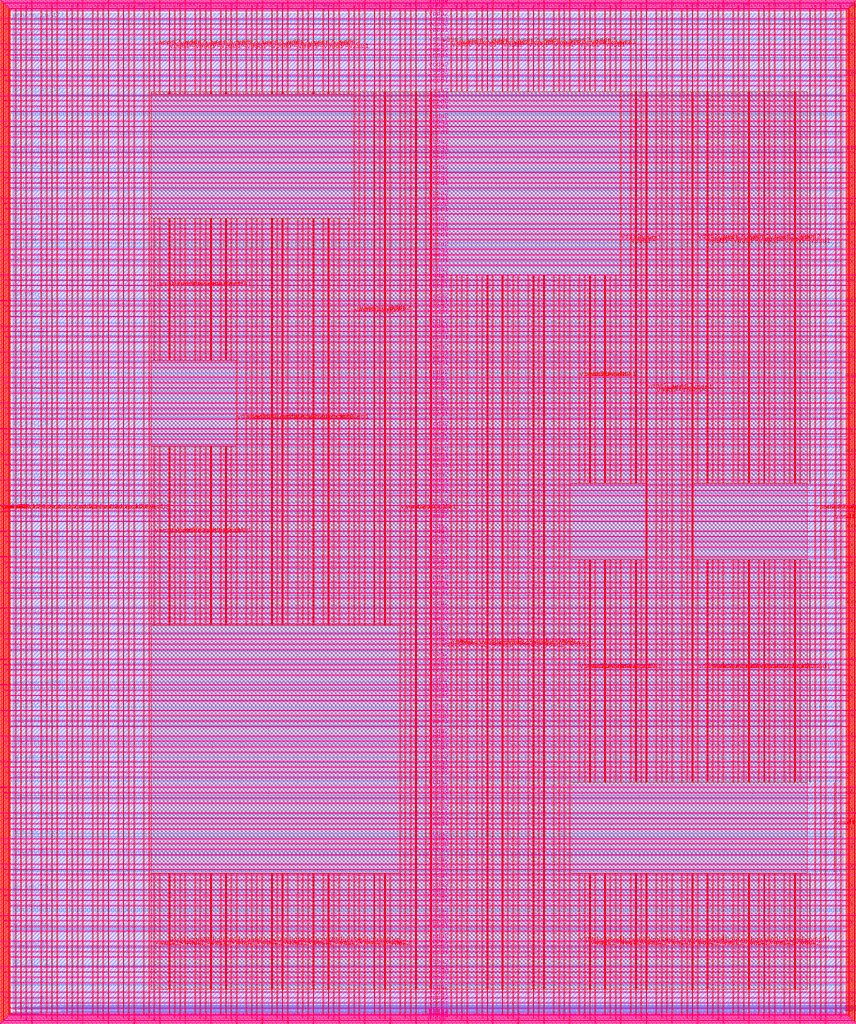
<source format=lef>
VERSION 5.7 ;
  NOWIREEXTENSIONATPIN ON ;
  DIVIDERCHAR "/" ;
  BUSBITCHARS "[]" ;
MACRO user_project_wrapper
  CLASS BLOCK ;
  FOREIGN user_project_wrapper ;
  ORIGIN 0.000 0.000 ;
  SIZE 2920.000 BY 3520.000 ;
  PIN analog_io[0]
    DIRECTION INOUT ;
    USE SIGNAL ;
    PORT
      LAYER met3 ;
        RECT 2917.600 1426.380 2924.800 1427.580 ;
    END
  END analog_io[0]
  PIN analog_io[10]
    DIRECTION INOUT ;
    USE SIGNAL ;
    PORT
      LAYER met2 ;
        RECT 2230.490 3517.600 2231.050 3524.800 ;
    END
  END analog_io[10]
  PIN analog_io[11]
    DIRECTION INOUT ;
    USE SIGNAL ;
    PORT
      LAYER met2 ;
        RECT 1905.730 3517.600 1906.290 3524.800 ;
    END
  END analog_io[11]
  PIN analog_io[12]
    DIRECTION INOUT ;
    USE SIGNAL ;
    PORT
      LAYER met2 ;
        RECT 1581.430 3517.600 1581.990 3524.800 ;
    END
  END analog_io[12]
  PIN analog_io[13]
    DIRECTION INOUT ;
    USE SIGNAL ;
    PORT
      LAYER met2 ;
        RECT 1257.130 3517.600 1257.690 3524.800 ;
    END
  END analog_io[13]
  PIN analog_io[14]
    DIRECTION INOUT ;
    USE SIGNAL ;
    PORT
      LAYER met2 ;
        RECT 932.370 3517.600 932.930 3524.800 ;
    END
  END analog_io[14]
  PIN analog_io[15]
    DIRECTION INOUT ;
    USE SIGNAL ;
    PORT
      LAYER met2 ;
        RECT 608.070 3517.600 608.630 3524.800 ;
    END
  END analog_io[15]
  PIN analog_io[16]
    DIRECTION INOUT ;
    USE SIGNAL ;
    PORT
      LAYER met2 ;
        RECT 283.770 3517.600 284.330 3524.800 ;
    END
  END analog_io[16]
  PIN analog_io[17]
    DIRECTION INOUT ;
    USE SIGNAL ;
    PORT
      LAYER met3 ;
        RECT -4.800 3486.100 2.400 3487.300 ;
    END
  END analog_io[17]
  PIN analog_io[18]
    DIRECTION INOUT ;
    USE SIGNAL ;
    PORT
      LAYER met3 ;
        RECT -4.800 3224.980 2.400 3226.180 ;
    END
  END analog_io[18]
  PIN analog_io[19]
    DIRECTION INOUT ;
    USE SIGNAL ;
    PORT
      LAYER met3 ;
        RECT -4.800 2964.540 2.400 2965.740 ;
    END
  END analog_io[19]
  PIN analog_io[1]
    DIRECTION INOUT ;
    USE SIGNAL ;
    PORT
      LAYER met3 ;
        RECT 2917.600 1692.260 2924.800 1693.460 ;
    END
  END analog_io[1]
  PIN analog_io[20]
    DIRECTION INOUT ;
    USE SIGNAL ;
    PORT
      LAYER met3 ;
        RECT -4.800 2703.420 2.400 2704.620 ;
    END
  END analog_io[20]
  PIN analog_io[21]
    DIRECTION INOUT ;
    USE SIGNAL ;
    PORT
      LAYER met3 ;
        RECT -4.800 2442.980 2.400 2444.180 ;
    END
  END analog_io[21]
  PIN analog_io[22]
    DIRECTION INOUT ;
    USE SIGNAL ;
    PORT
      LAYER met3 ;
        RECT -4.800 2182.540 2.400 2183.740 ;
    END
  END analog_io[22]
  PIN analog_io[23]
    DIRECTION INOUT ;
    USE SIGNAL ;
    PORT
      LAYER met3 ;
        RECT -4.800 1921.420 2.400 1922.620 ;
    END
  END analog_io[23]
  PIN analog_io[24]
    DIRECTION INOUT ;
    USE SIGNAL ;
    PORT
      LAYER met3 ;
        RECT -4.800 1660.980 2.400 1662.180 ;
    END
  END analog_io[24]
  PIN analog_io[25]
    DIRECTION INOUT ;
    USE SIGNAL ;
    PORT
      LAYER met3 ;
        RECT -4.800 1399.860 2.400 1401.060 ;
    END
  END analog_io[25]
  PIN analog_io[26]
    DIRECTION INOUT ;
    USE SIGNAL ;
    PORT
      LAYER met3 ;
        RECT -4.800 1139.420 2.400 1140.620 ;
    END
  END analog_io[26]
  PIN analog_io[27]
    DIRECTION INOUT ;
    USE SIGNAL ;
    PORT
      LAYER met3 ;
        RECT -4.800 878.980 2.400 880.180 ;
    END
  END analog_io[27]
  PIN analog_io[28]
    DIRECTION INOUT ;
    USE SIGNAL ;
    PORT
      LAYER met3 ;
        RECT -4.800 617.860 2.400 619.060 ;
    END
  END analog_io[28]
  PIN analog_io[2]
    DIRECTION INOUT ;
    USE SIGNAL ;
    PORT
      LAYER met3 ;
        RECT 2917.600 1958.140 2924.800 1959.340 ;
    END
  END analog_io[2]
  PIN analog_io[3]
    DIRECTION INOUT ;
    USE SIGNAL ;
    PORT
      LAYER met3 ;
        RECT 2917.600 2223.340 2924.800 2224.540 ;
    END
  END analog_io[3]
  PIN analog_io[4]
    DIRECTION INOUT ;
    USE SIGNAL ;
    PORT
      LAYER met3 ;
        RECT 2917.600 2489.220 2924.800 2490.420 ;
    END
  END analog_io[4]
  PIN analog_io[5]
    DIRECTION INOUT ;
    USE SIGNAL ;
    PORT
      LAYER met3 ;
        RECT 2917.600 2755.100 2924.800 2756.300 ;
    END
  END analog_io[5]
  PIN analog_io[6]
    DIRECTION INOUT ;
    USE SIGNAL ;
    PORT
      LAYER met3 ;
        RECT 2917.600 3020.300 2924.800 3021.500 ;
    END
  END analog_io[6]
  PIN analog_io[7]
    DIRECTION INOUT ;
    USE SIGNAL ;
    PORT
      LAYER met3 ;
        RECT 2917.600 3286.180 2924.800 3287.380 ;
    END
  END analog_io[7]
  PIN analog_io[8]
    DIRECTION INOUT ;
    USE SIGNAL ;
    PORT
      LAYER met2 ;
        RECT 2879.090 3517.600 2879.650 3524.800 ;
    END
  END analog_io[8]
  PIN analog_io[9]
    DIRECTION INOUT ;
    USE SIGNAL ;
    PORT
      LAYER met2 ;
        RECT 2554.790 3517.600 2555.350 3524.800 ;
    END
  END analog_io[9]
  PIN io_in[0]
    DIRECTION INPUT ;
    USE SIGNAL ;
    PORT
      LAYER met3 ;
        RECT 2917.600 32.380 2924.800 33.580 ;
    END
  END io_in[0]
  PIN io_in[10]
    DIRECTION INPUT ;
    USE SIGNAL ;
    PORT
      LAYER met3 ;
        RECT 2917.600 2289.980 2924.800 2291.180 ;
    END
  END io_in[10]
  PIN io_in[11]
    DIRECTION INPUT ;
    USE SIGNAL ;
    PORT
      LAYER met3 ;
        RECT 2917.600 2555.860 2924.800 2557.060 ;
    END
  END io_in[11]
  PIN io_in[12]
    DIRECTION INPUT ;
    USE SIGNAL ;
    PORT
      LAYER met3 ;
        RECT 2917.600 2821.060 2924.800 2822.260 ;
    END
  END io_in[12]
  PIN io_in[13]
    DIRECTION INPUT ;
    USE SIGNAL ;
    PORT
      LAYER met3 ;
        RECT 2917.600 3086.940 2924.800 3088.140 ;
    END
  END io_in[13]
  PIN io_in[14]
    DIRECTION INPUT ;
    USE SIGNAL ;
    PORT
      LAYER met3 ;
        RECT 2917.600 3352.820 2924.800 3354.020 ;
    END
  END io_in[14]
  PIN io_in[15]
    DIRECTION INPUT ;
    USE SIGNAL ;
    PORT
      LAYER met2 ;
        RECT 2798.130 3517.600 2798.690 3524.800 ;
    END
  END io_in[15]
  PIN io_in[16]
    DIRECTION INPUT ;
    USE SIGNAL ;
    PORT
      LAYER met2 ;
        RECT 2473.830 3517.600 2474.390 3524.800 ;
    END
  END io_in[16]
  PIN io_in[17]
    DIRECTION INPUT ;
    USE SIGNAL ;
    PORT
      LAYER met2 ;
        RECT 2149.070 3517.600 2149.630 3524.800 ;
    END
  END io_in[17]
  PIN io_in[18]
    DIRECTION INPUT ;
    USE SIGNAL ;
    PORT
      LAYER met2 ;
        RECT 1824.770 3517.600 1825.330 3524.800 ;
    END
  END io_in[18]
  PIN io_in[19]
    DIRECTION INPUT ;
    USE SIGNAL ;
    PORT
      LAYER met2 ;
        RECT 1500.470 3517.600 1501.030 3524.800 ;
    END
  END io_in[19]
  PIN io_in[1]
    DIRECTION INPUT ;
    USE SIGNAL ;
    PORT
      LAYER met3 ;
        RECT 2917.600 230.940 2924.800 232.140 ;
    END
  END io_in[1]
  PIN io_in[20]
    DIRECTION INPUT ;
    USE SIGNAL ;
    PORT
      LAYER met2 ;
        RECT 1175.710 3517.600 1176.270 3524.800 ;
    END
  END io_in[20]
  PIN io_in[21]
    DIRECTION INPUT ;
    USE SIGNAL ;
    PORT
      LAYER met2 ;
        RECT 851.410 3517.600 851.970 3524.800 ;
    END
  END io_in[21]
  PIN io_in[22]
    DIRECTION INPUT ;
    USE SIGNAL ;
    PORT
      LAYER met2 ;
        RECT 527.110 3517.600 527.670 3524.800 ;
    END
  END io_in[22]
  PIN io_in[23]
    DIRECTION INPUT ;
    USE SIGNAL ;
    PORT
      LAYER met2 ;
        RECT 202.350 3517.600 202.910 3524.800 ;
    END
  END io_in[23]
  PIN io_in[24]
    DIRECTION INPUT ;
    USE SIGNAL ;
    PORT
      LAYER met3 ;
        RECT -4.800 3420.820 2.400 3422.020 ;
    END
  END io_in[24]
  PIN io_in[25]
    DIRECTION INPUT ;
    USE SIGNAL ;
    PORT
      LAYER met3 ;
        RECT -4.800 3159.700 2.400 3160.900 ;
    END
  END io_in[25]
  PIN io_in[26]
    DIRECTION INPUT ;
    USE SIGNAL ;
    PORT
      LAYER met3 ;
        RECT -4.800 2899.260 2.400 2900.460 ;
    END
  END io_in[26]
  PIN io_in[27]
    DIRECTION INPUT ;
    USE SIGNAL ;
    PORT
      LAYER met3 ;
        RECT -4.800 2638.820 2.400 2640.020 ;
    END
  END io_in[27]
  PIN io_in[28]
    DIRECTION INPUT ;
    USE SIGNAL ;
    PORT
      LAYER met3 ;
        RECT -4.800 2377.700 2.400 2378.900 ;
    END
  END io_in[28]
  PIN io_in[29]
    DIRECTION INPUT ;
    USE SIGNAL ;
    PORT
      LAYER met3 ;
        RECT -4.800 2117.260 2.400 2118.460 ;
    END
  END io_in[29]
  PIN io_in[2]
    DIRECTION INPUT ;
    USE SIGNAL ;
    PORT
      LAYER met3 ;
        RECT 2917.600 430.180 2924.800 431.380 ;
    END
  END io_in[2]
  PIN io_in[30]
    DIRECTION INPUT ;
    USE SIGNAL ;
    PORT
      LAYER met3 ;
        RECT -4.800 1856.140 2.400 1857.340 ;
    END
  END io_in[30]
  PIN io_in[31]
    DIRECTION INPUT ;
    USE SIGNAL ;
    PORT
      LAYER met3 ;
        RECT -4.800 1595.700 2.400 1596.900 ;
    END
  END io_in[31]
  PIN io_in[32]
    DIRECTION INPUT ;
    USE SIGNAL ;
    PORT
      LAYER met3 ;
        RECT -4.800 1335.260 2.400 1336.460 ;
    END
  END io_in[32]
  PIN io_in[33]
    DIRECTION INPUT ;
    USE SIGNAL ;
    PORT
      LAYER met3 ;
        RECT -4.800 1074.140 2.400 1075.340 ;
    END
  END io_in[33]
  PIN io_in[34]
    DIRECTION INPUT ;
    USE SIGNAL ;
    PORT
      LAYER met3 ;
        RECT -4.800 813.700 2.400 814.900 ;
    END
  END io_in[34]
  PIN io_in[35]
    DIRECTION INPUT ;
    USE SIGNAL ;
    PORT
      LAYER met3 ;
        RECT -4.800 552.580 2.400 553.780 ;
    END
  END io_in[35]
  PIN io_in[36]
    DIRECTION INPUT ;
    USE SIGNAL ;
    PORT
      LAYER met3 ;
        RECT -4.800 357.420 2.400 358.620 ;
    END
  END io_in[36]
  PIN io_in[37]
    DIRECTION INPUT ;
    USE SIGNAL ;
    PORT
      LAYER met3 ;
        RECT -4.800 161.580 2.400 162.780 ;
    END
  END io_in[37]
  PIN io_in[3]
    DIRECTION INPUT ;
    USE SIGNAL ;
    PORT
      LAYER met3 ;
        RECT 2917.600 629.420 2924.800 630.620 ;
    END
  END io_in[3]
  PIN io_in[4]
    DIRECTION INPUT ;
    USE SIGNAL ;
    PORT
      LAYER met3 ;
        RECT 2917.600 828.660 2924.800 829.860 ;
    END
  END io_in[4]
  PIN io_in[5]
    DIRECTION INPUT ;
    USE SIGNAL ;
    PORT
      LAYER met3 ;
        RECT 2917.600 1027.900 2924.800 1029.100 ;
    END
  END io_in[5]
  PIN io_in[6]
    DIRECTION INPUT ;
    USE SIGNAL ;
    PORT
      LAYER met3 ;
        RECT 2917.600 1227.140 2924.800 1228.340 ;
    END
  END io_in[6]
  PIN io_in[7]
    DIRECTION INPUT ;
    USE SIGNAL ;
    PORT
      LAYER met3 ;
        RECT 2917.600 1493.020 2924.800 1494.220 ;
    END
  END io_in[7]
  PIN io_in[8]
    DIRECTION INPUT ;
    USE SIGNAL ;
    PORT
      LAYER met3 ;
        RECT 2917.600 1758.900 2924.800 1760.100 ;
    END
  END io_in[8]
  PIN io_in[9]
    DIRECTION INPUT ;
    USE SIGNAL ;
    PORT
      LAYER met3 ;
        RECT 2917.600 2024.100 2924.800 2025.300 ;
    END
  END io_in[9]
  PIN io_oeb[0]
    DIRECTION OUTPUT TRISTATE ;
    USE SIGNAL ;
    PORT
      LAYER met3 ;
        RECT 2917.600 164.980 2924.800 166.180 ;
    END
  END io_oeb[0]
  PIN io_oeb[10]
    DIRECTION OUTPUT TRISTATE ;
    USE SIGNAL ;
    PORT
      LAYER met3 ;
        RECT 2917.600 2422.580 2924.800 2423.780 ;
    END
  END io_oeb[10]
  PIN io_oeb[11]
    DIRECTION OUTPUT TRISTATE ;
    USE SIGNAL ;
    PORT
      LAYER met3 ;
        RECT 2917.600 2688.460 2924.800 2689.660 ;
    END
  END io_oeb[11]
  PIN io_oeb[12]
    DIRECTION OUTPUT TRISTATE ;
    USE SIGNAL ;
    PORT
      LAYER met3 ;
        RECT 2917.600 2954.340 2924.800 2955.540 ;
    END
  END io_oeb[12]
  PIN io_oeb[13]
    DIRECTION OUTPUT TRISTATE ;
    USE SIGNAL ;
    PORT
      LAYER met3 ;
        RECT 2917.600 3219.540 2924.800 3220.740 ;
    END
  END io_oeb[13]
  PIN io_oeb[14]
    DIRECTION OUTPUT TRISTATE ;
    USE SIGNAL ;
    PORT
      LAYER met3 ;
        RECT 2917.600 3485.420 2924.800 3486.620 ;
    END
  END io_oeb[14]
  PIN io_oeb[15]
    DIRECTION OUTPUT TRISTATE ;
    USE SIGNAL ;
    PORT
      LAYER met2 ;
        RECT 2635.750 3517.600 2636.310 3524.800 ;
    END
  END io_oeb[15]
  PIN io_oeb[16]
    DIRECTION OUTPUT TRISTATE ;
    USE SIGNAL ;
    PORT
      LAYER met2 ;
        RECT 2311.450 3517.600 2312.010 3524.800 ;
    END
  END io_oeb[16]
  PIN io_oeb[17]
    DIRECTION OUTPUT TRISTATE ;
    USE SIGNAL ;
    PORT
      LAYER met2 ;
        RECT 1987.150 3517.600 1987.710 3524.800 ;
    END
  END io_oeb[17]
  PIN io_oeb[18]
    DIRECTION OUTPUT TRISTATE ;
    USE SIGNAL ;
    PORT
      LAYER met2 ;
        RECT 1662.390 3517.600 1662.950 3524.800 ;
    END
  END io_oeb[18]
  PIN io_oeb[19]
    DIRECTION OUTPUT TRISTATE ;
    USE SIGNAL ;
    PORT
      LAYER met2 ;
        RECT 1338.090 3517.600 1338.650 3524.800 ;
    END
  END io_oeb[19]
  PIN io_oeb[1]
    DIRECTION OUTPUT TRISTATE ;
    USE SIGNAL ;
    PORT
      LAYER met3 ;
        RECT 2917.600 364.220 2924.800 365.420 ;
    END
  END io_oeb[1]
  PIN io_oeb[20]
    DIRECTION OUTPUT TRISTATE ;
    USE SIGNAL ;
    PORT
      LAYER met2 ;
        RECT 1013.790 3517.600 1014.350 3524.800 ;
    END
  END io_oeb[20]
  PIN io_oeb[21]
    DIRECTION OUTPUT TRISTATE ;
    USE SIGNAL ;
    PORT
      LAYER met2 ;
        RECT 689.030 3517.600 689.590 3524.800 ;
    END
  END io_oeb[21]
  PIN io_oeb[22]
    DIRECTION OUTPUT TRISTATE ;
    USE SIGNAL ;
    PORT
      LAYER met2 ;
        RECT 364.730 3517.600 365.290 3524.800 ;
    END
  END io_oeb[22]
  PIN io_oeb[23]
    DIRECTION OUTPUT TRISTATE ;
    USE SIGNAL ;
    PORT
      LAYER met2 ;
        RECT 40.430 3517.600 40.990 3524.800 ;
    END
  END io_oeb[23]
  PIN io_oeb[24]
    DIRECTION OUTPUT TRISTATE ;
    USE SIGNAL ;
    PORT
      LAYER met3 ;
        RECT -4.800 3290.260 2.400 3291.460 ;
    END
  END io_oeb[24]
  PIN io_oeb[25]
    DIRECTION OUTPUT TRISTATE ;
    USE SIGNAL ;
    PORT
      LAYER met3 ;
        RECT -4.800 3029.820 2.400 3031.020 ;
    END
  END io_oeb[25]
  PIN io_oeb[26]
    DIRECTION OUTPUT TRISTATE ;
    USE SIGNAL ;
    PORT
      LAYER met3 ;
        RECT -4.800 2768.700 2.400 2769.900 ;
    END
  END io_oeb[26]
  PIN io_oeb[27]
    DIRECTION OUTPUT TRISTATE ;
    USE SIGNAL ;
    PORT
      LAYER met3 ;
        RECT -4.800 2508.260 2.400 2509.460 ;
    END
  END io_oeb[27]
  PIN io_oeb[28]
    DIRECTION OUTPUT TRISTATE ;
    USE SIGNAL ;
    PORT
      LAYER met3 ;
        RECT -4.800 2247.140 2.400 2248.340 ;
    END
  END io_oeb[28]
  PIN io_oeb[29]
    DIRECTION OUTPUT TRISTATE ;
    USE SIGNAL ;
    PORT
      LAYER met3 ;
        RECT -4.800 1986.700 2.400 1987.900 ;
    END
  END io_oeb[29]
  PIN io_oeb[2]
    DIRECTION OUTPUT TRISTATE ;
    USE SIGNAL ;
    PORT
      LAYER met3 ;
        RECT 2917.600 563.460 2924.800 564.660 ;
    END
  END io_oeb[2]
  PIN io_oeb[30]
    DIRECTION OUTPUT TRISTATE ;
    USE SIGNAL ;
    PORT
      LAYER met3 ;
        RECT -4.800 1726.260 2.400 1727.460 ;
    END
  END io_oeb[30]
  PIN io_oeb[31]
    DIRECTION OUTPUT TRISTATE ;
    USE SIGNAL ;
    PORT
      LAYER met3 ;
        RECT -4.800 1465.140 2.400 1466.340 ;
    END
  END io_oeb[31]
  PIN io_oeb[32]
    DIRECTION OUTPUT TRISTATE ;
    USE SIGNAL ;
    PORT
      LAYER met3 ;
        RECT -4.800 1204.700 2.400 1205.900 ;
    END
  END io_oeb[32]
  PIN io_oeb[33]
    DIRECTION OUTPUT TRISTATE ;
    USE SIGNAL ;
    PORT
      LAYER met3 ;
        RECT -4.800 943.580 2.400 944.780 ;
    END
  END io_oeb[33]
  PIN io_oeb[34]
    DIRECTION OUTPUT TRISTATE ;
    USE SIGNAL ;
    PORT
      LAYER met3 ;
        RECT -4.800 683.140 2.400 684.340 ;
    END
  END io_oeb[34]
  PIN io_oeb[35]
    DIRECTION OUTPUT TRISTATE ;
    USE SIGNAL ;
    PORT
      LAYER met3 ;
        RECT -4.800 422.700 2.400 423.900 ;
    END
  END io_oeb[35]
  PIN io_oeb[36]
    DIRECTION OUTPUT TRISTATE ;
    USE SIGNAL ;
    PORT
      LAYER met3 ;
        RECT -4.800 226.860 2.400 228.060 ;
    END
  END io_oeb[36]
  PIN io_oeb[37]
    DIRECTION OUTPUT TRISTATE ;
    USE SIGNAL ;
    PORT
      LAYER met3 ;
        RECT -4.800 31.700 2.400 32.900 ;
    END
  END io_oeb[37]
  PIN io_oeb[3]
    DIRECTION OUTPUT TRISTATE ;
    USE SIGNAL ;
    PORT
      LAYER met3 ;
        RECT 2917.600 762.700 2924.800 763.900 ;
    END
  END io_oeb[3]
  PIN io_oeb[4]
    DIRECTION OUTPUT TRISTATE ;
    USE SIGNAL ;
    PORT
      LAYER met3 ;
        RECT 2917.600 961.940 2924.800 963.140 ;
    END
  END io_oeb[4]
  PIN io_oeb[5]
    DIRECTION OUTPUT TRISTATE ;
    USE SIGNAL ;
    PORT
      LAYER met3 ;
        RECT 2917.600 1161.180 2924.800 1162.380 ;
    END
  END io_oeb[5]
  PIN io_oeb[6]
    DIRECTION OUTPUT TRISTATE ;
    USE SIGNAL ;
    PORT
      LAYER met3 ;
        RECT 2917.600 1360.420 2924.800 1361.620 ;
    END
  END io_oeb[6]
  PIN io_oeb[7]
    DIRECTION OUTPUT TRISTATE ;
    USE SIGNAL ;
    PORT
      LAYER met3 ;
        RECT 2917.600 1625.620 2924.800 1626.820 ;
    END
  END io_oeb[7]
  PIN io_oeb[8]
    DIRECTION OUTPUT TRISTATE ;
    USE SIGNAL ;
    PORT
      LAYER met3 ;
        RECT 2917.600 1891.500 2924.800 1892.700 ;
    END
  END io_oeb[8]
  PIN io_oeb[9]
    DIRECTION OUTPUT TRISTATE ;
    USE SIGNAL ;
    PORT
      LAYER met3 ;
        RECT 2917.600 2157.380 2924.800 2158.580 ;
    END
  END io_oeb[9]
  PIN io_out[0]
    DIRECTION OUTPUT TRISTATE ;
    USE SIGNAL ;
    PORT
      LAYER met3 ;
        RECT 2917.600 98.340 2924.800 99.540 ;
    END
  END io_out[0]
  PIN io_out[10]
    DIRECTION OUTPUT TRISTATE ;
    USE SIGNAL ;
    PORT
      LAYER met3 ;
        RECT 2917.600 2356.620 2924.800 2357.820 ;
    END
  END io_out[10]
  PIN io_out[11]
    DIRECTION OUTPUT TRISTATE ;
    USE SIGNAL ;
    PORT
      LAYER met3 ;
        RECT 2917.600 2621.820 2924.800 2623.020 ;
    END
  END io_out[11]
  PIN io_out[12]
    DIRECTION OUTPUT TRISTATE ;
    USE SIGNAL ;
    PORT
      LAYER met3 ;
        RECT 2917.600 2887.700 2924.800 2888.900 ;
    END
  END io_out[12]
  PIN io_out[13]
    DIRECTION OUTPUT TRISTATE ;
    USE SIGNAL ;
    PORT
      LAYER met3 ;
        RECT 2917.600 3153.580 2924.800 3154.780 ;
    END
  END io_out[13]
  PIN io_out[14]
    DIRECTION OUTPUT TRISTATE ;
    USE SIGNAL ;
    PORT
      LAYER met3 ;
        RECT 2917.600 3418.780 2924.800 3419.980 ;
    END
  END io_out[14]
  PIN io_out[15]
    DIRECTION OUTPUT TRISTATE ;
    USE SIGNAL ;
    PORT
      LAYER met2 ;
        RECT 2717.170 3517.600 2717.730 3524.800 ;
    END
  END io_out[15]
  PIN io_out[16]
    DIRECTION OUTPUT TRISTATE ;
    USE SIGNAL ;
    PORT
      LAYER met2 ;
        RECT 2392.410 3517.600 2392.970 3524.800 ;
    END
  END io_out[16]
  PIN io_out[17]
    DIRECTION OUTPUT TRISTATE ;
    USE SIGNAL ;
    PORT
      LAYER met2 ;
        RECT 2068.110 3517.600 2068.670 3524.800 ;
    END
  END io_out[17]
  PIN io_out[18]
    DIRECTION OUTPUT TRISTATE ;
    USE SIGNAL ;
    PORT
      LAYER met2 ;
        RECT 1743.810 3517.600 1744.370 3524.800 ;
    END
  END io_out[18]
  PIN io_out[19]
    DIRECTION OUTPUT TRISTATE ;
    USE SIGNAL ;
    PORT
      LAYER met2 ;
        RECT 1419.050 3517.600 1419.610 3524.800 ;
    END
  END io_out[19]
  PIN io_out[1]
    DIRECTION OUTPUT TRISTATE ;
    USE SIGNAL ;
    PORT
      LAYER met3 ;
        RECT 2917.600 297.580 2924.800 298.780 ;
    END
  END io_out[1]
  PIN io_out[20]
    DIRECTION OUTPUT TRISTATE ;
    USE SIGNAL ;
    PORT
      LAYER met2 ;
        RECT 1094.750 3517.600 1095.310 3524.800 ;
    END
  END io_out[20]
  PIN io_out[21]
    DIRECTION OUTPUT TRISTATE ;
    USE SIGNAL ;
    PORT
      LAYER met2 ;
        RECT 770.450 3517.600 771.010 3524.800 ;
    END
  END io_out[21]
  PIN io_out[22]
    DIRECTION OUTPUT TRISTATE ;
    USE SIGNAL ;
    PORT
      LAYER met2 ;
        RECT 445.690 3517.600 446.250 3524.800 ;
    END
  END io_out[22]
  PIN io_out[23]
    DIRECTION OUTPUT TRISTATE ;
    USE SIGNAL ;
    PORT
      LAYER met2 ;
        RECT 121.390 3517.600 121.950 3524.800 ;
    END
  END io_out[23]
  PIN io_out[24]
    DIRECTION OUTPUT TRISTATE ;
    USE SIGNAL ;
    PORT
      LAYER met3 ;
        RECT -4.800 3355.540 2.400 3356.740 ;
    END
  END io_out[24]
  PIN io_out[25]
    DIRECTION OUTPUT TRISTATE ;
    USE SIGNAL ;
    PORT
      LAYER met3 ;
        RECT -4.800 3095.100 2.400 3096.300 ;
    END
  END io_out[25]
  PIN io_out[26]
    DIRECTION OUTPUT TRISTATE ;
    USE SIGNAL ;
    PORT
      LAYER met3 ;
        RECT -4.800 2833.980 2.400 2835.180 ;
    END
  END io_out[26]
  PIN io_out[27]
    DIRECTION OUTPUT TRISTATE ;
    USE SIGNAL ;
    PORT
      LAYER met3 ;
        RECT -4.800 2573.540 2.400 2574.740 ;
    END
  END io_out[27]
  PIN io_out[28]
    DIRECTION OUTPUT TRISTATE ;
    USE SIGNAL ;
    PORT
      LAYER met3 ;
        RECT -4.800 2312.420 2.400 2313.620 ;
    END
  END io_out[28]
  PIN io_out[29]
    DIRECTION OUTPUT TRISTATE ;
    USE SIGNAL ;
    PORT
      LAYER met3 ;
        RECT -4.800 2051.980 2.400 2053.180 ;
    END
  END io_out[29]
  PIN io_out[2]
    DIRECTION OUTPUT TRISTATE ;
    USE SIGNAL ;
    PORT
      LAYER met3 ;
        RECT 2917.600 496.820 2924.800 498.020 ;
    END
  END io_out[2]
  PIN io_out[30]
    DIRECTION OUTPUT TRISTATE ;
    USE SIGNAL ;
    PORT
      LAYER met3 ;
        RECT -4.800 1791.540 2.400 1792.740 ;
    END
  END io_out[30]
  PIN io_out[31]
    DIRECTION OUTPUT TRISTATE ;
    USE SIGNAL ;
    PORT
      LAYER met3 ;
        RECT -4.800 1530.420 2.400 1531.620 ;
    END
  END io_out[31]
  PIN io_out[32]
    DIRECTION OUTPUT TRISTATE ;
    USE SIGNAL ;
    PORT
      LAYER met3 ;
        RECT -4.800 1269.980 2.400 1271.180 ;
    END
  END io_out[32]
  PIN io_out[33]
    DIRECTION OUTPUT TRISTATE ;
    USE SIGNAL ;
    PORT
      LAYER met3 ;
        RECT -4.800 1008.860 2.400 1010.060 ;
    END
  END io_out[33]
  PIN io_out[34]
    DIRECTION OUTPUT TRISTATE ;
    USE SIGNAL ;
    PORT
      LAYER met3 ;
        RECT -4.800 748.420 2.400 749.620 ;
    END
  END io_out[34]
  PIN io_out[35]
    DIRECTION OUTPUT TRISTATE ;
    USE SIGNAL ;
    PORT
      LAYER met3 ;
        RECT -4.800 487.300 2.400 488.500 ;
    END
  END io_out[35]
  PIN io_out[36]
    DIRECTION OUTPUT TRISTATE ;
    USE SIGNAL ;
    PORT
      LAYER met3 ;
        RECT -4.800 292.140 2.400 293.340 ;
    END
  END io_out[36]
  PIN io_out[37]
    DIRECTION OUTPUT TRISTATE ;
    USE SIGNAL ;
    PORT
      LAYER met3 ;
        RECT -4.800 96.300 2.400 97.500 ;
    END
  END io_out[37]
  PIN io_out[3]
    DIRECTION OUTPUT TRISTATE ;
    USE SIGNAL ;
    PORT
      LAYER met3 ;
        RECT 2917.600 696.060 2924.800 697.260 ;
    END
  END io_out[3]
  PIN io_out[4]
    DIRECTION OUTPUT TRISTATE ;
    USE SIGNAL ;
    PORT
      LAYER met3 ;
        RECT 2917.600 895.300 2924.800 896.500 ;
    END
  END io_out[4]
  PIN io_out[5]
    DIRECTION OUTPUT TRISTATE ;
    USE SIGNAL ;
    PORT
      LAYER met3 ;
        RECT 2917.600 1094.540 2924.800 1095.740 ;
    END
  END io_out[5]
  PIN io_out[6]
    DIRECTION OUTPUT TRISTATE ;
    USE SIGNAL ;
    PORT
      LAYER met3 ;
        RECT 2917.600 1293.780 2924.800 1294.980 ;
    END
  END io_out[6]
  PIN io_out[7]
    DIRECTION OUTPUT TRISTATE ;
    USE SIGNAL ;
    PORT
      LAYER met3 ;
        RECT 2917.600 1559.660 2924.800 1560.860 ;
    END
  END io_out[7]
  PIN io_out[8]
    DIRECTION OUTPUT TRISTATE ;
    USE SIGNAL ;
    PORT
      LAYER met3 ;
        RECT 2917.600 1824.860 2924.800 1826.060 ;
    END
  END io_out[8]
  PIN io_out[9]
    DIRECTION OUTPUT TRISTATE ;
    USE SIGNAL ;
    PORT
      LAYER met3 ;
        RECT 2917.600 2090.740 2924.800 2091.940 ;
    END
  END io_out[9]
  PIN la_data_in[0]
    DIRECTION INPUT ;
    USE SIGNAL ;
    PORT
      LAYER met2 ;
        RECT 629.230 -4.800 629.790 2.400 ;
    END
  END la_data_in[0]
  PIN la_data_in[100]
    DIRECTION INPUT ;
    USE SIGNAL ;
    PORT
      LAYER met2 ;
        RECT 2402.530 -4.800 2403.090 2.400 ;
    END
  END la_data_in[100]
  PIN la_data_in[101]
    DIRECTION INPUT ;
    USE SIGNAL ;
    PORT
      LAYER met2 ;
        RECT 2420.010 -4.800 2420.570 2.400 ;
    END
  END la_data_in[101]
  PIN la_data_in[102]
    DIRECTION INPUT ;
    USE SIGNAL ;
    PORT
      LAYER met2 ;
        RECT 2437.950 -4.800 2438.510 2.400 ;
    END
  END la_data_in[102]
  PIN la_data_in[103]
    DIRECTION INPUT ;
    USE SIGNAL ;
    PORT
      LAYER met2 ;
        RECT 2455.430 -4.800 2455.990 2.400 ;
    END
  END la_data_in[103]
  PIN la_data_in[104]
    DIRECTION INPUT ;
    USE SIGNAL ;
    PORT
      LAYER met2 ;
        RECT 2473.370 -4.800 2473.930 2.400 ;
    END
  END la_data_in[104]
  PIN la_data_in[105]
    DIRECTION INPUT ;
    USE SIGNAL ;
    PORT
      LAYER met2 ;
        RECT 2490.850 -4.800 2491.410 2.400 ;
    END
  END la_data_in[105]
  PIN la_data_in[106]
    DIRECTION INPUT ;
    USE SIGNAL ;
    PORT
      LAYER met2 ;
        RECT 2508.790 -4.800 2509.350 2.400 ;
    END
  END la_data_in[106]
  PIN la_data_in[107]
    DIRECTION INPUT ;
    USE SIGNAL ;
    PORT
      LAYER met2 ;
        RECT 2526.730 -4.800 2527.290 2.400 ;
    END
  END la_data_in[107]
  PIN la_data_in[108]
    DIRECTION INPUT ;
    USE SIGNAL ;
    PORT
      LAYER met2 ;
        RECT 2544.210 -4.800 2544.770 2.400 ;
    END
  END la_data_in[108]
  PIN la_data_in[109]
    DIRECTION INPUT ;
    USE SIGNAL ;
    PORT
      LAYER met2 ;
        RECT 2562.150 -4.800 2562.710 2.400 ;
    END
  END la_data_in[109]
  PIN la_data_in[10]
    DIRECTION INPUT ;
    USE SIGNAL ;
    PORT
      LAYER met2 ;
        RECT 806.330 -4.800 806.890 2.400 ;
    END
  END la_data_in[10]
  PIN la_data_in[110]
    DIRECTION INPUT ;
    USE SIGNAL ;
    PORT
      LAYER met2 ;
        RECT 2579.630 -4.800 2580.190 2.400 ;
    END
  END la_data_in[110]
  PIN la_data_in[111]
    DIRECTION INPUT ;
    USE SIGNAL ;
    PORT
      LAYER met2 ;
        RECT 2597.570 -4.800 2598.130 2.400 ;
    END
  END la_data_in[111]
  PIN la_data_in[112]
    DIRECTION INPUT ;
    USE SIGNAL ;
    PORT
      LAYER met2 ;
        RECT 2615.050 -4.800 2615.610 2.400 ;
    END
  END la_data_in[112]
  PIN la_data_in[113]
    DIRECTION INPUT ;
    USE SIGNAL ;
    PORT
      LAYER met2 ;
        RECT 2632.990 -4.800 2633.550 2.400 ;
    END
  END la_data_in[113]
  PIN la_data_in[114]
    DIRECTION INPUT ;
    USE SIGNAL ;
    PORT
      LAYER met2 ;
        RECT 2650.470 -4.800 2651.030 2.400 ;
    END
  END la_data_in[114]
  PIN la_data_in[115]
    DIRECTION INPUT ;
    USE SIGNAL ;
    PORT
      LAYER met2 ;
        RECT 2668.410 -4.800 2668.970 2.400 ;
    END
  END la_data_in[115]
  PIN la_data_in[116]
    DIRECTION INPUT ;
    USE SIGNAL ;
    PORT
      LAYER met2 ;
        RECT 2685.890 -4.800 2686.450 2.400 ;
    END
  END la_data_in[116]
  PIN la_data_in[117]
    DIRECTION INPUT ;
    USE SIGNAL ;
    PORT
      LAYER met2 ;
        RECT 2703.830 -4.800 2704.390 2.400 ;
    END
  END la_data_in[117]
  PIN la_data_in[118]
    DIRECTION INPUT ;
    USE SIGNAL ;
    PORT
      LAYER met2 ;
        RECT 2721.770 -4.800 2722.330 2.400 ;
    END
  END la_data_in[118]
  PIN la_data_in[119]
    DIRECTION INPUT ;
    USE SIGNAL ;
    PORT
      LAYER met2 ;
        RECT 2739.250 -4.800 2739.810 2.400 ;
    END
  END la_data_in[119]
  PIN la_data_in[11]
    DIRECTION INPUT ;
    USE SIGNAL ;
    PORT
      LAYER met2 ;
        RECT 824.270 -4.800 824.830 2.400 ;
    END
  END la_data_in[11]
  PIN la_data_in[120]
    DIRECTION INPUT ;
    USE SIGNAL ;
    PORT
      LAYER met2 ;
        RECT 2757.190 -4.800 2757.750 2.400 ;
    END
  END la_data_in[120]
  PIN la_data_in[121]
    DIRECTION INPUT ;
    USE SIGNAL ;
    PORT
      LAYER met2 ;
        RECT 2774.670 -4.800 2775.230 2.400 ;
    END
  END la_data_in[121]
  PIN la_data_in[122]
    DIRECTION INPUT ;
    USE SIGNAL ;
    PORT
      LAYER met2 ;
        RECT 2792.610 -4.800 2793.170 2.400 ;
    END
  END la_data_in[122]
  PIN la_data_in[123]
    DIRECTION INPUT ;
    USE SIGNAL ;
    PORT
      LAYER met2 ;
        RECT 2810.090 -4.800 2810.650 2.400 ;
    END
  END la_data_in[123]
  PIN la_data_in[124]
    DIRECTION INPUT ;
    USE SIGNAL ;
    PORT
      LAYER met2 ;
        RECT 2828.030 -4.800 2828.590 2.400 ;
    END
  END la_data_in[124]
  PIN la_data_in[125]
    DIRECTION INPUT ;
    USE SIGNAL ;
    PORT
      LAYER met2 ;
        RECT 2845.510 -4.800 2846.070 2.400 ;
    END
  END la_data_in[125]
  PIN la_data_in[126]
    DIRECTION INPUT ;
    USE SIGNAL ;
    PORT
      LAYER met2 ;
        RECT 2863.450 -4.800 2864.010 2.400 ;
    END
  END la_data_in[126]
  PIN la_data_in[127]
    DIRECTION INPUT ;
    USE SIGNAL ;
    PORT
      LAYER met2 ;
        RECT 2881.390 -4.800 2881.950 2.400 ;
    END
  END la_data_in[127]
  PIN la_data_in[12]
    DIRECTION INPUT ;
    USE SIGNAL ;
    PORT
      LAYER met2 ;
        RECT 841.750 -4.800 842.310 2.400 ;
    END
  END la_data_in[12]
  PIN la_data_in[13]
    DIRECTION INPUT ;
    USE SIGNAL ;
    PORT
      LAYER met2 ;
        RECT 859.690 -4.800 860.250 2.400 ;
    END
  END la_data_in[13]
  PIN la_data_in[14]
    DIRECTION INPUT ;
    USE SIGNAL ;
    PORT
      LAYER met2 ;
        RECT 877.170 -4.800 877.730 2.400 ;
    END
  END la_data_in[14]
  PIN la_data_in[15]
    DIRECTION INPUT ;
    USE SIGNAL ;
    PORT
      LAYER met2 ;
        RECT 895.110 -4.800 895.670 2.400 ;
    END
  END la_data_in[15]
  PIN la_data_in[16]
    DIRECTION INPUT ;
    USE SIGNAL ;
    PORT
      LAYER met2 ;
        RECT 912.590 -4.800 913.150 2.400 ;
    END
  END la_data_in[16]
  PIN la_data_in[17]
    DIRECTION INPUT ;
    USE SIGNAL ;
    PORT
      LAYER met2 ;
        RECT 930.530 -4.800 931.090 2.400 ;
    END
  END la_data_in[17]
  PIN la_data_in[18]
    DIRECTION INPUT ;
    USE SIGNAL ;
    PORT
      LAYER met2 ;
        RECT 948.470 -4.800 949.030 2.400 ;
    END
  END la_data_in[18]
  PIN la_data_in[19]
    DIRECTION INPUT ;
    USE SIGNAL ;
    PORT
      LAYER met2 ;
        RECT 965.950 -4.800 966.510 2.400 ;
    END
  END la_data_in[19]
  PIN la_data_in[1]
    DIRECTION INPUT ;
    USE SIGNAL ;
    PORT
      LAYER met2 ;
        RECT 646.710 -4.800 647.270 2.400 ;
    END
  END la_data_in[1]
  PIN la_data_in[20]
    DIRECTION INPUT ;
    USE SIGNAL ;
    PORT
      LAYER met2 ;
        RECT 983.890 -4.800 984.450 2.400 ;
    END
  END la_data_in[20]
  PIN la_data_in[21]
    DIRECTION INPUT ;
    USE SIGNAL ;
    PORT
      LAYER met2 ;
        RECT 1001.370 -4.800 1001.930 2.400 ;
    END
  END la_data_in[21]
  PIN la_data_in[22]
    DIRECTION INPUT ;
    USE SIGNAL ;
    PORT
      LAYER met2 ;
        RECT 1019.310 -4.800 1019.870 2.400 ;
    END
  END la_data_in[22]
  PIN la_data_in[23]
    DIRECTION INPUT ;
    USE SIGNAL ;
    PORT
      LAYER met2 ;
        RECT 1036.790 -4.800 1037.350 2.400 ;
    END
  END la_data_in[23]
  PIN la_data_in[24]
    DIRECTION INPUT ;
    USE SIGNAL ;
    PORT
      LAYER met2 ;
        RECT 1054.730 -4.800 1055.290 2.400 ;
    END
  END la_data_in[24]
  PIN la_data_in[25]
    DIRECTION INPUT ;
    USE SIGNAL ;
    PORT
      LAYER met2 ;
        RECT 1072.210 -4.800 1072.770 2.400 ;
    END
  END la_data_in[25]
  PIN la_data_in[26]
    DIRECTION INPUT ;
    USE SIGNAL ;
    PORT
      LAYER met2 ;
        RECT 1090.150 -4.800 1090.710 2.400 ;
    END
  END la_data_in[26]
  PIN la_data_in[27]
    DIRECTION INPUT ;
    USE SIGNAL ;
    PORT
      LAYER met2 ;
        RECT 1107.630 -4.800 1108.190 2.400 ;
    END
  END la_data_in[27]
  PIN la_data_in[28]
    DIRECTION INPUT ;
    USE SIGNAL ;
    PORT
      LAYER met2 ;
        RECT 1125.570 -4.800 1126.130 2.400 ;
    END
  END la_data_in[28]
  PIN la_data_in[29]
    DIRECTION INPUT ;
    USE SIGNAL ;
    PORT
      LAYER met2 ;
        RECT 1143.510 -4.800 1144.070 2.400 ;
    END
  END la_data_in[29]
  PIN la_data_in[2]
    DIRECTION INPUT ;
    USE SIGNAL ;
    PORT
      LAYER met2 ;
        RECT 664.650 -4.800 665.210 2.400 ;
    END
  END la_data_in[2]
  PIN la_data_in[30]
    DIRECTION INPUT ;
    USE SIGNAL ;
    PORT
      LAYER met2 ;
        RECT 1160.990 -4.800 1161.550 2.400 ;
    END
  END la_data_in[30]
  PIN la_data_in[31]
    DIRECTION INPUT ;
    USE SIGNAL ;
    PORT
      LAYER met2 ;
        RECT 1178.930 -4.800 1179.490 2.400 ;
    END
  END la_data_in[31]
  PIN la_data_in[32]
    DIRECTION INPUT ;
    USE SIGNAL ;
    PORT
      LAYER met2 ;
        RECT 1196.410 -4.800 1196.970 2.400 ;
    END
  END la_data_in[32]
  PIN la_data_in[33]
    DIRECTION INPUT ;
    USE SIGNAL ;
    PORT
      LAYER met2 ;
        RECT 1214.350 -4.800 1214.910 2.400 ;
    END
  END la_data_in[33]
  PIN la_data_in[34]
    DIRECTION INPUT ;
    USE SIGNAL ;
    PORT
      LAYER met2 ;
        RECT 1231.830 -4.800 1232.390 2.400 ;
    END
  END la_data_in[34]
  PIN la_data_in[35]
    DIRECTION INPUT ;
    USE SIGNAL ;
    PORT
      LAYER met2 ;
        RECT 1249.770 -4.800 1250.330 2.400 ;
    END
  END la_data_in[35]
  PIN la_data_in[36]
    DIRECTION INPUT ;
    USE SIGNAL ;
    PORT
      LAYER met2 ;
        RECT 1267.250 -4.800 1267.810 2.400 ;
    END
  END la_data_in[36]
  PIN la_data_in[37]
    DIRECTION INPUT ;
    USE SIGNAL ;
    PORT
      LAYER met2 ;
        RECT 1285.190 -4.800 1285.750 2.400 ;
    END
  END la_data_in[37]
  PIN la_data_in[38]
    DIRECTION INPUT ;
    USE SIGNAL ;
    PORT
      LAYER met2 ;
        RECT 1303.130 -4.800 1303.690 2.400 ;
    END
  END la_data_in[38]
  PIN la_data_in[39]
    DIRECTION INPUT ;
    USE SIGNAL ;
    PORT
      LAYER met2 ;
        RECT 1320.610 -4.800 1321.170 2.400 ;
    END
  END la_data_in[39]
  PIN la_data_in[3]
    DIRECTION INPUT ;
    USE SIGNAL ;
    PORT
      LAYER met2 ;
        RECT 682.130 -4.800 682.690 2.400 ;
    END
  END la_data_in[3]
  PIN la_data_in[40]
    DIRECTION INPUT ;
    USE SIGNAL ;
    PORT
      LAYER met2 ;
        RECT 1338.550 -4.800 1339.110 2.400 ;
    END
  END la_data_in[40]
  PIN la_data_in[41]
    DIRECTION INPUT ;
    USE SIGNAL ;
    PORT
      LAYER met2 ;
        RECT 1356.030 -4.800 1356.590 2.400 ;
    END
  END la_data_in[41]
  PIN la_data_in[42]
    DIRECTION INPUT ;
    USE SIGNAL ;
    PORT
      LAYER met2 ;
        RECT 1373.970 -4.800 1374.530 2.400 ;
    END
  END la_data_in[42]
  PIN la_data_in[43]
    DIRECTION INPUT ;
    USE SIGNAL ;
    PORT
      LAYER met2 ;
        RECT 1391.450 -4.800 1392.010 2.400 ;
    END
  END la_data_in[43]
  PIN la_data_in[44]
    DIRECTION INPUT ;
    USE SIGNAL ;
    PORT
      LAYER met2 ;
        RECT 1409.390 -4.800 1409.950 2.400 ;
    END
  END la_data_in[44]
  PIN la_data_in[45]
    DIRECTION INPUT ;
    USE SIGNAL ;
    PORT
      LAYER met2 ;
        RECT 1426.870 -4.800 1427.430 2.400 ;
    END
  END la_data_in[45]
  PIN la_data_in[46]
    DIRECTION INPUT ;
    USE SIGNAL ;
    PORT
      LAYER met2 ;
        RECT 1444.810 -4.800 1445.370 2.400 ;
    END
  END la_data_in[46]
  PIN la_data_in[47]
    DIRECTION INPUT ;
    USE SIGNAL ;
    PORT
      LAYER met2 ;
        RECT 1462.750 -4.800 1463.310 2.400 ;
    END
  END la_data_in[47]
  PIN la_data_in[48]
    DIRECTION INPUT ;
    USE SIGNAL ;
    PORT
      LAYER met2 ;
        RECT 1480.230 -4.800 1480.790 2.400 ;
    END
  END la_data_in[48]
  PIN la_data_in[49]
    DIRECTION INPUT ;
    USE SIGNAL ;
    PORT
      LAYER met2 ;
        RECT 1498.170 -4.800 1498.730 2.400 ;
    END
  END la_data_in[49]
  PIN la_data_in[4]
    DIRECTION INPUT ;
    USE SIGNAL ;
    PORT
      LAYER met2 ;
        RECT 700.070 -4.800 700.630 2.400 ;
    END
  END la_data_in[4]
  PIN la_data_in[50]
    DIRECTION INPUT ;
    USE SIGNAL ;
    PORT
      LAYER met2 ;
        RECT 1515.650 -4.800 1516.210 2.400 ;
    END
  END la_data_in[50]
  PIN la_data_in[51]
    DIRECTION INPUT ;
    USE SIGNAL ;
    PORT
      LAYER met2 ;
        RECT 1533.590 -4.800 1534.150 2.400 ;
    END
  END la_data_in[51]
  PIN la_data_in[52]
    DIRECTION INPUT ;
    USE SIGNAL ;
    PORT
      LAYER met2 ;
        RECT 1551.070 -4.800 1551.630 2.400 ;
    END
  END la_data_in[52]
  PIN la_data_in[53]
    DIRECTION INPUT ;
    USE SIGNAL ;
    PORT
      LAYER met2 ;
        RECT 1569.010 -4.800 1569.570 2.400 ;
    END
  END la_data_in[53]
  PIN la_data_in[54]
    DIRECTION INPUT ;
    USE SIGNAL ;
    PORT
      LAYER met2 ;
        RECT 1586.490 -4.800 1587.050 2.400 ;
    END
  END la_data_in[54]
  PIN la_data_in[55]
    DIRECTION INPUT ;
    USE SIGNAL ;
    PORT
      LAYER met2 ;
        RECT 1604.430 -4.800 1604.990 2.400 ;
    END
  END la_data_in[55]
  PIN la_data_in[56]
    DIRECTION INPUT ;
    USE SIGNAL ;
    PORT
      LAYER met2 ;
        RECT 1621.910 -4.800 1622.470 2.400 ;
    END
  END la_data_in[56]
  PIN la_data_in[57]
    DIRECTION INPUT ;
    USE SIGNAL ;
    PORT
      LAYER met2 ;
        RECT 1639.850 -4.800 1640.410 2.400 ;
    END
  END la_data_in[57]
  PIN la_data_in[58]
    DIRECTION INPUT ;
    USE SIGNAL ;
    PORT
      LAYER met2 ;
        RECT 1657.790 -4.800 1658.350 2.400 ;
    END
  END la_data_in[58]
  PIN la_data_in[59]
    DIRECTION INPUT ;
    USE SIGNAL ;
    PORT
      LAYER met2 ;
        RECT 1675.270 -4.800 1675.830 2.400 ;
    END
  END la_data_in[59]
  PIN la_data_in[5]
    DIRECTION INPUT ;
    USE SIGNAL ;
    PORT
      LAYER met2 ;
        RECT 717.550 -4.800 718.110 2.400 ;
    END
  END la_data_in[5]
  PIN la_data_in[60]
    DIRECTION INPUT ;
    USE SIGNAL ;
    PORT
      LAYER met2 ;
        RECT 1693.210 -4.800 1693.770 2.400 ;
    END
  END la_data_in[60]
  PIN la_data_in[61]
    DIRECTION INPUT ;
    USE SIGNAL ;
    PORT
      LAYER met2 ;
        RECT 1710.690 -4.800 1711.250 2.400 ;
    END
  END la_data_in[61]
  PIN la_data_in[62]
    DIRECTION INPUT ;
    USE SIGNAL ;
    PORT
      LAYER met2 ;
        RECT 1728.630 -4.800 1729.190 2.400 ;
    END
  END la_data_in[62]
  PIN la_data_in[63]
    DIRECTION INPUT ;
    USE SIGNAL ;
    PORT
      LAYER met2 ;
        RECT 1746.110 -4.800 1746.670 2.400 ;
    END
  END la_data_in[63]
  PIN la_data_in[64]
    DIRECTION INPUT ;
    USE SIGNAL ;
    PORT
      LAYER met2 ;
        RECT 1764.050 -4.800 1764.610 2.400 ;
    END
  END la_data_in[64]
  PIN la_data_in[65]
    DIRECTION INPUT ;
    USE SIGNAL ;
    PORT
      LAYER met2 ;
        RECT 1781.530 -4.800 1782.090 2.400 ;
    END
  END la_data_in[65]
  PIN la_data_in[66]
    DIRECTION INPUT ;
    USE SIGNAL ;
    PORT
      LAYER met2 ;
        RECT 1799.470 -4.800 1800.030 2.400 ;
    END
  END la_data_in[66]
  PIN la_data_in[67]
    DIRECTION INPUT ;
    USE SIGNAL ;
    PORT
      LAYER met2 ;
        RECT 1817.410 -4.800 1817.970 2.400 ;
    END
  END la_data_in[67]
  PIN la_data_in[68]
    DIRECTION INPUT ;
    USE SIGNAL ;
    PORT
      LAYER met2 ;
        RECT 1834.890 -4.800 1835.450 2.400 ;
    END
  END la_data_in[68]
  PIN la_data_in[69]
    DIRECTION INPUT ;
    USE SIGNAL ;
    PORT
      LAYER met2 ;
        RECT 1852.830 -4.800 1853.390 2.400 ;
    END
  END la_data_in[69]
  PIN la_data_in[6]
    DIRECTION INPUT ;
    USE SIGNAL ;
    PORT
      LAYER met2 ;
        RECT 735.490 -4.800 736.050 2.400 ;
    END
  END la_data_in[6]
  PIN la_data_in[70]
    DIRECTION INPUT ;
    USE SIGNAL ;
    PORT
      LAYER met2 ;
        RECT 1870.310 -4.800 1870.870 2.400 ;
    END
  END la_data_in[70]
  PIN la_data_in[71]
    DIRECTION INPUT ;
    USE SIGNAL ;
    PORT
      LAYER met2 ;
        RECT 1888.250 -4.800 1888.810 2.400 ;
    END
  END la_data_in[71]
  PIN la_data_in[72]
    DIRECTION INPUT ;
    USE SIGNAL ;
    PORT
      LAYER met2 ;
        RECT 1905.730 -4.800 1906.290 2.400 ;
    END
  END la_data_in[72]
  PIN la_data_in[73]
    DIRECTION INPUT ;
    USE SIGNAL ;
    PORT
      LAYER met2 ;
        RECT 1923.670 -4.800 1924.230 2.400 ;
    END
  END la_data_in[73]
  PIN la_data_in[74]
    DIRECTION INPUT ;
    USE SIGNAL ;
    PORT
      LAYER met2 ;
        RECT 1941.150 -4.800 1941.710 2.400 ;
    END
  END la_data_in[74]
  PIN la_data_in[75]
    DIRECTION INPUT ;
    USE SIGNAL ;
    PORT
      LAYER met2 ;
        RECT 1959.090 -4.800 1959.650 2.400 ;
    END
  END la_data_in[75]
  PIN la_data_in[76]
    DIRECTION INPUT ;
    USE SIGNAL ;
    PORT
      LAYER met2 ;
        RECT 1976.570 -4.800 1977.130 2.400 ;
    END
  END la_data_in[76]
  PIN la_data_in[77]
    DIRECTION INPUT ;
    USE SIGNAL ;
    PORT
      LAYER met2 ;
        RECT 1994.510 -4.800 1995.070 2.400 ;
    END
  END la_data_in[77]
  PIN la_data_in[78]
    DIRECTION INPUT ;
    USE SIGNAL ;
    PORT
      LAYER met2 ;
        RECT 2012.450 -4.800 2013.010 2.400 ;
    END
  END la_data_in[78]
  PIN la_data_in[79]
    DIRECTION INPUT ;
    USE SIGNAL ;
    PORT
      LAYER met2 ;
        RECT 2029.930 -4.800 2030.490 2.400 ;
    END
  END la_data_in[79]
  PIN la_data_in[7]
    DIRECTION INPUT ;
    USE SIGNAL ;
    PORT
      LAYER met2 ;
        RECT 752.970 -4.800 753.530 2.400 ;
    END
  END la_data_in[7]
  PIN la_data_in[80]
    DIRECTION INPUT ;
    USE SIGNAL ;
    PORT
      LAYER met2 ;
        RECT 2047.870 -4.800 2048.430 2.400 ;
    END
  END la_data_in[80]
  PIN la_data_in[81]
    DIRECTION INPUT ;
    USE SIGNAL ;
    PORT
      LAYER met2 ;
        RECT 2065.350 -4.800 2065.910 2.400 ;
    END
  END la_data_in[81]
  PIN la_data_in[82]
    DIRECTION INPUT ;
    USE SIGNAL ;
    PORT
      LAYER met2 ;
        RECT 2083.290 -4.800 2083.850 2.400 ;
    END
  END la_data_in[82]
  PIN la_data_in[83]
    DIRECTION INPUT ;
    USE SIGNAL ;
    PORT
      LAYER met2 ;
        RECT 2100.770 -4.800 2101.330 2.400 ;
    END
  END la_data_in[83]
  PIN la_data_in[84]
    DIRECTION INPUT ;
    USE SIGNAL ;
    PORT
      LAYER met2 ;
        RECT 2118.710 -4.800 2119.270 2.400 ;
    END
  END la_data_in[84]
  PIN la_data_in[85]
    DIRECTION INPUT ;
    USE SIGNAL ;
    PORT
      LAYER met2 ;
        RECT 2136.190 -4.800 2136.750 2.400 ;
    END
  END la_data_in[85]
  PIN la_data_in[86]
    DIRECTION INPUT ;
    USE SIGNAL ;
    PORT
      LAYER met2 ;
        RECT 2154.130 -4.800 2154.690 2.400 ;
    END
  END la_data_in[86]
  PIN la_data_in[87]
    DIRECTION INPUT ;
    USE SIGNAL ;
    PORT
      LAYER met2 ;
        RECT 2172.070 -4.800 2172.630 2.400 ;
    END
  END la_data_in[87]
  PIN la_data_in[88]
    DIRECTION INPUT ;
    USE SIGNAL ;
    PORT
      LAYER met2 ;
        RECT 2189.550 -4.800 2190.110 2.400 ;
    END
  END la_data_in[88]
  PIN la_data_in[89]
    DIRECTION INPUT ;
    USE SIGNAL ;
    PORT
      LAYER met2 ;
        RECT 2207.490 -4.800 2208.050 2.400 ;
    END
  END la_data_in[89]
  PIN la_data_in[8]
    DIRECTION INPUT ;
    USE SIGNAL ;
    PORT
      LAYER met2 ;
        RECT 770.910 -4.800 771.470 2.400 ;
    END
  END la_data_in[8]
  PIN la_data_in[90]
    DIRECTION INPUT ;
    USE SIGNAL ;
    PORT
      LAYER met2 ;
        RECT 2224.970 -4.800 2225.530 2.400 ;
    END
  END la_data_in[90]
  PIN la_data_in[91]
    DIRECTION INPUT ;
    USE SIGNAL ;
    PORT
      LAYER met2 ;
        RECT 2242.910 -4.800 2243.470 2.400 ;
    END
  END la_data_in[91]
  PIN la_data_in[92]
    DIRECTION INPUT ;
    USE SIGNAL ;
    PORT
      LAYER met2 ;
        RECT 2260.390 -4.800 2260.950 2.400 ;
    END
  END la_data_in[92]
  PIN la_data_in[93]
    DIRECTION INPUT ;
    USE SIGNAL ;
    PORT
      LAYER met2 ;
        RECT 2278.330 -4.800 2278.890 2.400 ;
    END
  END la_data_in[93]
  PIN la_data_in[94]
    DIRECTION INPUT ;
    USE SIGNAL ;
    PORT
      LAYER met2 ;
        RECT 2295.810 -4.800 2296.370 2.400 ;
    END
  END la_data_in[94]
  PIN la_data_in[95]
    DIRECTION INPUT ;
    USE SIGNAL ;
    PORT
      LAYER met2 ;
        RECT 2313.750 -4.800 2314.310 2.400 ;
    END
  END la_data_in[95]
  PIN la_data_in[96]
    DIRECTION INPUT ;
    USE SIGNAL ;
    PORT
      LAYER met2 ;
        RECT 2331.230 -4.800 2331.790 2.400 ;
    END
  END la_data_in[96]
  PIN la_data_in[97]
    DIRECTION INPUT ;
    USE SIGNAL ;
    PORT
      LAYER met2 ;
        RECT 2349.170 -4.800 2349.730 2.400 ;
    END
  END la_data_in[97]
  PIN la_data_in[98]
    DIRECTION INPUT ;
    USE SIGNAL ;
    PORT
      LAYER met2 ;
        RECT 2367.110 -4.800 2367.670 2.400 ;
    END
  END la_data_in[98]
  PIN la_data_in[99]
    DIRECTION INPUT ;
    USE SIGNAL ;
    PORT
      LAYER met2 ;
        RECT 2384.590 -4.800 2385.150 2.400 ;
    END
  END la_data_in[99]
  PIN la_data_in[9]
    DIRECTION INPUT ;
    USE SIGNAL ;
    PORT
      LAYER met2 ;
        RECT 788.850 -4.800 789.410 2.400 ;
    END
  END la_data_in[9]
  PIN la_data_out[0]
    DIRECTION OUTPUT TRISTATE ;
    USE SIGNAL ;
    PORT
      LAYER met2 ;
        RECT 634.750 -4.800 635.310 2.400 ;
    END
  END la_data_out[0]
  PIN la_data_out[100]
    DIRECTION OUTPUT TRISTATE ;
    USE SIGNAL ;
    PORT
      LAYER met2 ;
        RECT 2408.510 -4.800 2409.070 2.400 ;
    END
  END la_data_out[100]
  PIN la_data_out[101]
    DIRECTION OUTPUT TRISTATE ;
    USE SIGNAL ;
    PORT
      LAYER met2 ;
        RECT 2425.990 -4.800 2426.550 2.400 ;
    END
  END la_data_out[101]
  PIN la_data_out[102]
    DIRECTION OUTPUT TRISTATE ;
    USE SIGNAL ;
    PORT
      LAYER met2 ;
        RECT 2443.930 -4.800 2444.490 2.400 ;
    END
  END la_data_out[102]
  PIN la_data_out[103]
    DIRECTION OUTPUT TRISTATE ;
    USE SIGNAL ;
    PORT
      LAYER met2 ;
        RECT 2461.410 -4.800 2461.970 2.400 ;
    END
  END la_data_out[103]
  PIN la_data_out[104]
    DIRECTION OUTPUT TRISTATE ;
    USE SIGNAL ;
    PORT
      LAYER met2 ;
        RECT 2479.350 -4.800 2479.910 2.400 ;
    END
  END la_data_out[104]
  PIN la_data_out[105]
    DIRECTION OUTPUT TRISTATE ;
    USE SIGNAL ;
    PORT
      LAYER met2 ;
        RECT 2496.830 -4.800 2497.390 2.400 ;
    END
  END la_data_out[105]
  PIN la_data_out[106]
    DIRECTION OUTPUT TRISTATE ;
    USE SIGNAL ;
    PORT
      LAYER met2 ;
        RECT 2514.770 -4.800 2515.330 2.400 ;
    END
  END la_data_out[106]
  PIN la_data_out[107]
    DIRECTION OUTPUT TRISTATE ;
    USE SIGNAL ;
    PORT
      LAYER met2 ;
        RECT 2532.250 -4.800 2532.810 2.400 ;
    END
  END la_data_out[107]
  PIN la_data_out[108]
    DIRECTION OUTPUT TRISTATE ;
    USE SIGNAL ;
    PORT
      LAYER met2 ;
        RECT 2550.190 -4.800 2550.750 2.400 ;
    END
  END la_data_out[108]
  PIN la_data_out[109]
    DIRECTION OUTPUT TRISTATE ;
    USE SIGNAL ;
    PORT
      LAYER met2 ;
        RECT 2567.670 -4.800 2568.230 2.400 ;
    END
  END la_data_out[109]
  PIN la_data_out[10]
    DIRECTION OUTPUT TRISTATE ;
    USE SIGNAL ;
    PORT
      LAYER met2 ;
        RECT 812.310 -4.800 812.870 2.400 ;
    END
  END la_data_out[10]
  PIN la_data_out[110]
    DIRECTION OUTPUT TRISTATE ;
    USE SIGNAL ;
    PORT
      LAYER met2 ;
        RECT 2585.610 -4.800 2586.170 2.400 ;
    END
  END la_data_out[110]
  PIN la_data_out[111]
    DIRECTION OUTPUT TRISTATE ;
    USE SIGNAL ;
    PORT
      LAYER met2 ;
        RECT 2603.550 -4.800 2604.110 2.400 ;
    END
  END la_data_out[111]
  PIN la_data_out[112]
    DIRECTION OUTPUT TRISTATE ;
    USE SIGNAL ;
    PORT
      LAYER met2 ;
        RECT 2621.030 -4.800 2621.590 2.400 ;
    END
  END la_data_out[112]
  PIN la_data_out[113]
    DIRECTION OUTPUT TRISTATE ;
    USE SIGNAL ;
    PORT
      LAYER met2 ;
        RECT 2638.970 -4.800 2639.530 2.400 ;
    END
  END la_data_out[113]
  PIN la_data_out[114]
    DIRECTION OUTPUT TRISTATE ;
    USE SIGNAL ;
    PORT
      LAYER met2 ;
        RECT 2656.450 -4.800 2657.010 2.400 ;
    END
  END la_data_out[114]
  PIN la_data_out[115]
    DIRECTION OUTPUT TRISTATE ;
    USE SIGNAL ;
    PORT
      LAYER met2 ;
        RECT 2674.390 -4.800 2674.950 2.400 ;
    END
  END la_data_out[115]
  PIN la_data_out[116]
    DIRECTION OUTPUT TRISTATE ;
    USE SIGNAL ;
    PORT
      LAYER met2 ;
        RECT 2691.870 -4.800 2692.430 2.400 ;
    END
  END la_data_out[116]
  PIN la_data_out[117]
    DIRECTION OUTPUT TRISTATE ;
    USE SIGNAL ;
    PORT
      LAYER met2 ;
        RECT 2709.810 -4.800 2710.370 2.400 ;
    END
  END la_data_out[117]
  PIN la_data_out[118]
    DIRECTION OUTPUT TRISTATE ;
    USE SIGNAL ;
    PORT
      LAYER met2 ;
        RECT 2727.290 -4.800 2727.850 2.400 ;
    END
  END la_data_out[118]
  PIN la_data_out[119]
    DIRECTION OUTPUT TRISTATE ;
    USE SIGNAL ;
    PORT
      LAYER met2 ;
        RECT 2745.230 -4.800 2745.790 2.400 ;
    END
  END la_data_out[119]
  PIN la_data_out[11]
    DIRECTION OUTPUT TRISTATE ;
    USE SIGNAL ;
    PORT
      LAYER met2 ;
        RECT 830.250 -4.800 830.810 2.400 ;
    END
  END la_data_out[11]
  PIN la_data_out[120]
    DIRECTION OUTPUT TRISTATE ;
    USE SIGNAL ;
    PORT
      LAYER met2 ;
        RECT 2763.170 -4.800 2763.730 2.400 ;
    END
  END la_data_out[120]
  PIN la_data_out[121]
    DIRECTION OUTPUT TRISTATE ;
    USE SIGNAL ;
    PORT
      LAYER met2 ;
        RECT 2780.650 -4.800 2781.210 2.400 ;
    END
  END la_data_out[121]
  PIN la_data_out[122]
    DIRECTION OUTPUT TRISTATE ;
    USE SIGNAL ;
    PORT
      LAYER met2 ;
        RECT 2798.590 -4.800 2799.150 2.400 ;
    END
  END la_data_out[122]
  PIN la_data_out[123]
    DIRECTION OUTPUT TRISTATE ;
    USE SIGNAL ;
    PORT
      LAYER met2 ;
        RECT 2816.070 -4.800 2816.630 2.400 ;
    END
  END la_data_out[123]
  PIN la_data_out[124]
    DIRECTION OUTPUT TRISTATE ;
    USE SIGNAL ;
    PORT
      LAYER met2 ;
        RECT 2834.010 -4.800 2834.570 2.400 ;
    END
  END la_data_out[124]
  PIN la_data_out[125]
    DIRECTION OUTPUT TRISTATE ;
    USE SIGNAL ;
    PORT
      LAYER met2 ;
        RECT 2851.490 -4.800 2852.050 2.400 ;
    END
  END la_data_out[125]
  PIN la_data_out[126]
    DIRECTION OUTPUT TRISTATE ;
    USE SIGNAL ;
    PORT
      LAYER met2 ;
        RECT 2869.430 -4.800 2869.990 2.400 ;
    END
  END la_data_out[126]
  PIN la_data_out[127]
    DIRECTION OUTPUT TRISTATE ;
    USE SIGNAL ;
    PORT
      LAYER met2 ;
        RECT 2886.910 -4.800 2887.470 2.400 ;
    END
  END la_data_out[127]
  PIN la_data_out[12]
    DIRECTION OUTPUT TRISTATE ;
    USE SIGNAL ;
    PORT
      LAYER met2 ;
        RECT 847.730 -4.800 848.290 2.400 ;
    END
  END la_data_out[12]
  PIN la_data_out[13]
    DIRECTION OUTPUT TRISTATE ;
    USE SIGNAL ;
    PORT
      LAYER met2 ;
        RECT 865.670 -4.800 866.230 2.400 ;
    END
  END la_data_out[13]
  PIN la_data_out[14]
    DIRECTION OUTPUT TRISTATE ;
    USE SIGNAL ;
    PORT
      LAYER met2 ;
        RECT 883.150 -4.800 883.710 2.400 ;
    END
  END la_data_out[14]
  PIN la_data_out[15]
    DIRECTION OUTPUT TRISTATE ;
    USE SIGNAL ;
    PORT
      LAYER met2 ;
        RECT 901.090 -4.800 901.650 2.400 ;
    END
  END la_data_out[15]
  PIN la_data_out[16]
    DIRECTION OUTPUT TRISTATE ;
    USE SIGNAL ;
    PORT
      LAYER met2 ;
        RECT 918.570 -4.800 919.130 2.400 ;
    END
  END la_data_out[16]
  PIN la_data_out[17]
    DIRECTION OUTPUT TRISTATE ;
    USE SIGNAL ;
    PORT
      LAYER met2 ;
        RECT 936.510 -4.800 937.070 2.400 ;
    END
  END la_data_out[17]
  PIN la_data_out[18]
    DIRECTION OUTPUT TRISTATE ;
    USE SIGNAL ;
    PORT
      LAYER met2 ;
        RECT 953.990 -4.800 954.550 2.400 ;
    END
  END la_data_out[18]
  PIN la_data_out[19]
    DIRECTION OUTPUT TRISTATE ;
    USE SIGNAL ;
    PORT
      LAYER met2 ;
        RECT 971.930 -4.800 972.490 2.400 ;
    END
  END la_data_out[19]
  PIN la_data_out[1]
    DIRECTION OUTPUT TRISTATE ;
    USE SIGNAL ;
    PORT
      LAYER met2 ;
        RECT 652.690 -4.800 653.250 2.400 ;
    END
  END la_data_out[1]
  PIN la_data_out[20]
    DIRECTION OUTPUT TRISTATE ;
    USE SIGNAL ;
    PORT
      LAYER met2 ;
        RECT 989.410 -4.800 989.970 2.400 ;
    END
  END la_data_out[20]
  PIN la_data_out[21]
    DIRECTION OUTPUT TRISTATE ;
    USE SIGNAL ;
    PORT
      LAYER met2 ;
        RECT 1007.350 -4.800 1007.910 2.400 ;
    END
  END la_data_out[21]
  PIN la_data_out[22]
    DIRECTION OUTPUT TRISTATE ;
    USE SIGNAL ;
    PORT
      LAYER met2 ;
        RECT 1025.290 -4.800 1025.850 2.400 ;
    END
  END la_data_out[22]
  PIN la_data_out[23]
    DIRECTION OUTPUT TRISTATE ;
    USE SIGNAL ;
    PORT
      LAYER met2 ;
        RECT 1042.770 -4.800 1043.330 2.400 ;
    END
  END la_data_out[23]
  PIN la_data_out[24]
    DIRECTION OUTPUT TRISTATE ;
    USE SIGNAL ;
    PORT
      LAYER met2 ;
        RECT 1060.710 -4.800 1061.270 2.400 ;
    END
  END la_data_out[24]
  PIN la_data_out[25]
    DIRECTION OUTPUT TRISTATE ;
    USE SIGNAL ;
    PORT
      LAYER met2 ;
        RECT 1078.190 -4.800 1078.750 2.400 ;
    END
  END la_data_out[25]
  PIN la_data_out[26]
    DIRECTION OUTPUT TRISTATE ;
    USE SIGNAL ;
    PORT
      LAYER met2 ;
        RECT 1096.130 -4.800 1096.690 2.400 ;
    END
  END la_data_out[26]
  PIN la_data_out[27]
    DIRECTION OUTPUT TRISTATE ;
    USE SIGNAL ;
    PORT
      LAYER met2 ;
        RECT 1113.610 -4.800 1114.170 2.400 ;
    END
  END la_data_out[27]
  PIN la_data_out[28]
    DIRECTION OUTPUT TRISTATE ;
    USE SIGNAL ;
    PORT
      LAYER met2 ;
        RECT 1131.550 -4.800 1132.110 2.400 ;
    END
  END la_data_out[28]
  PIN la_data_out[29]
    DIRECTION OUTPUT TRISTATE ;
    USE SIGNAL ;
    PORT
      LAYER met2 ;
        RECT 1149.030 -4.800 1149.590 2.400 ;
    END
  END la_data_out[29]
  PIN la_data_out[2]
    DIRECTION OUTPUT TRISTATE ;
    USE SIGNAL ;
    PORT
      LAYER met2 ;
        RECT 670.630 -4.800 671.190 2.400 ;
    END
  END la_data_out[2]
  PIN la_data_out[30]
    DIRECTION OUTPUT TRISTATE ;
    USE SIGNAL ;
    PORT
      LAYER met2 ;
        RECT 1166.970 -4.800 1167.530 2.400 ;
    END
  END la_data_out[30]
  PIN la_data_out[31]
    DIRECTION OUTPUT TRISTATE ;
    USE SIGNAL ;
    PORT
      LAYER met2 ;
        RECT 1184.910 -4.800 1185.470 2.400 ;
    END
  END la_data_out[31]
  PIN la_data_out[32]
    DIRECTION OUTPUT TRISTATE ;
    USE SIGNAL ;
    PORT
      LAYER met2 ;
        RECT 1202.390 -4.800 1202.950 2.400 ;
    END
  END la_data_out[32]
  PIN la_data_out[33]
    DIRECTION OUTPUT TRISTATE ;
    USE SIGNAL ;
    PORT
      LAYER met2 ;
        RECT 1220.330 -4.800 1220.890 2.400 ;
    END
  END la_data_out[33]
  PIN la_data_out[34]
    DIRECTION OUTPUT TRISTATE ;
    USE SIGNAL ;
    PORT
      LAYER met2 ;
        RECT 1237.810 -4.800 1238.370 2.400 ;
    END
  END la_data_out[34]
  PIN la_data_out[35]
    DIRECTION OUTPUT TRISTATE ;
    USE SIGNAL ;
    PORT
      LAYER met2 ;
        RECT 1255.750 -4.800 1256.310 2.400 ;
    END
  END la_data_out[35]
  PIN la_data_out[36]
    DIRECTION OUTPUT TRISTATE ;
    USE SIGNAL ;
    PORT
      LAYER met2 ;
        RECT 1273.230 -4.800 1273.790 2.400 ;
    END
  END la_data_out[36]
  PIN la_data_out[37]
    DIRECTION OUTPUT TRISTATE ;
    USE SIGNAL ;
    PORT
      LAYER met2 ;
        RECT 1291.170 -4.800 1291.730 2.400 ;
    END
  END la_data_out[37]
  PIN la_data_out[38]
    DIRECTION OUTPUT TRISTATE ;
    USE SIGNAL ;
    PORT
      LAYER met2 ;
        RECT 1308.650 -4.800 1309.210 2.400 ;
    END
  END la_data_out[38]
  PIN la_data_out[39]
    DIRECTION OUTPUT TRISTATE ;
    USE SIGNAL ;
    PORT
      LAYER met2 ;
        RECT 1326.590 -4.800 1327.150 2.400 ;
    END
  END la_data_out[39]
  PIN la_data_out[3]
    DIRECTION OUTPUT TRISTATE ;
    USE SIGNAL ;
    PORT
      LAYER met2 ;
        RECT 688.110 -4.800 688.670 2.400 ;
    END
  END la_data_out[3]
  PIN la_data_out[40]
    DIRECTION OUTPUT TRISTATE ;
    USE SIGNAL ;
    PORT
      LAYER met2 ;
        RECT 1344.070 -4.800 1344.630 2.400 ;
    END
  END la_data_out[40]
  PIN la_data_out[41]
    DIRECTION OUTPUT TRISTATE ;
    USE SIGNAL ;
    PORT
      LAYER met2 ;
        RECT 1362.010 -4.800 1362.570 2.400 ;
    END
  END la_data_out[41]
  PIN la_data_out[42]
    DIRECTION OUTPUT TRISTATE ;
    USE SIGNAL ;
    PORT
      LAYER met2 ;
        RECT 1379.950 -4.800 1380.510 2.400 ;
    END
  END la_data_out[42]
  PIN la_data_out[43]
    DIRECTION OUTPUT TRISTATE ;
    USE SIGNAL ;
    PORT
      LAYER met2 ;
        RECT 1397.430 -4.800 1397.990 2.400 ;
    END
  END la_data_out[43]
  PIN la_data_out[44]
    DIRECTION OUTPUT TRISTATE ;
    USE SIGNAL ;
    PORT
      LAYER met2 ;
        RECT 1415.370 -4.800 1415.930 2.400 ;
    END
  END la_data_out[44]
  PIN la_data_out[45]
    DIRECTION OUTPUT TRISTATE ;
    USE SIGNAL ;
    PORT
      LAYER met2 ;
        RECT 1432.850 -4.800 1433.410 2.400 ;
    END
  END la_data_out[45]
  PIN la_data_out[46]
    DIRECTION OUTPUT TRISTATE ;
    USE SIGNAL ;
    PORT
      LAYER met2 ;
        RECT 1450.790 -4.800 1451.350 2.400 ;
    END
  END la_data_out[46]
  PIN la_data_out[47]
    DIRECTION OUTPUT TRISTATE ;
    USE SIGNAL ;
    PORT
      LAYER met2 ;
        RECT 1468.270 -4.800 1468.830 2.400 ;
    END
  END la_data_out[47]
  PIN la_data_out[48]
    DIRECTION OUTPUT TRISTATE ;
    USE SIGNAL ;
    PORT
      LAYER met2 ;
        RECT 1486.210 -4.800 1486.770 2.400 ;
    END
  END la_data_out[48]
  PIN la_data_out[49]
    DIRECTION OUTPUT TRISTATE ;
    USE SIGNAL ;
    PORT
      LAYER met2 ;
        RECT 1503.690 -4.800 1504.250 2.400 ;
    END
  END la_data_out[49]
  PIN la_data_out[4]
    DIRECTION OUTPUT TRISTATE ;
    USE SIGNAL ;
    PORT
      LAYER met2 ;
        RECT 706.050 -4.800 706.610 2.400 ;
    END
  END la_data_out[4]
  PIN la_data_out[50]
    DIRECTION OUTPUT TRISTATE ;
    USE SIGNAL ;
    PORT
      LAYER met2 ;
        RECT 1521.630 -4.800 1522.190 2.400 ;
    END
  END la_data_out[50]
  PIN la_data_out[51]
    DIRECTION OUTPUT TRISTATE ;
    USE SIGNAL ;
    PORT
      LAYER met2 ;
        RECT 1539.570 -4.800 1540.130 2.400 ;
    END
  END la_data_out[51]
  PIN la_data_out[52]
    DIRECTION OUTPUT TRISTATE ;
    USE SIGNAL ;
    PORT
      LAYER met2 ;
        RECT 1557.050 -4.800 1557.610 2.400 ;
    END
  END la_data_out[52]
  PIN la_data_out[53]
    DIRECTION OUTPUT TRISTATE ;
    USE SIGNAL ;
    PORT
      LAYER met2 ;
        RECT 1574.990 -4.800 1575.550 2.400 ;
    END
  END la_data_out[53]
  PIN la_data_out[54]
    DIRECTION OUTPUT TRISTATE ;
    USE SIGNAL ;
    PORT
      LAYER met2 ;
        RECT 1592.470 -4.800 1593.030 2.400 ;
    END
  END la_data_out[54]
  PIN la_data_out[55]
    DIRECTION OUTPUT TRISTATE ;
    USE SIGNAL ;
    PORT
      LAYER met2 ;
        RECT 1610.410 -4.800 1610.970 2.400 ;
    END
  END la_data_out[55]
  PIN la_data_out[56]
    DIRECTION OUTPUT TRISTATE ;
    USE SIGNAL ;
    PORT
      LAYER met2 ;
        RECT 1627.890 -4.800 1628.450 2.400 ;
    END
  END la_data_out[56]
  PIN la_data_out[57]
    DIRECTION OUTPUT TRISTATE ;
    USE SIGNAL ;
    PORT
      LAYER met2 ;
        RECT 1645.830 -4.800 1646.390 2.400 ;
    END
  END la_data_out[57]
  PIN la_data_out[58]
    DIRECTION OUTPUT TRISTATE ;
    USE SIGNAL ;
    PORT
      LAYER met2 ;
        RECT 1663.310 -4.800 1663.870 2.400 ;
    END
  END la_data_out[58]
  PIN la_data_out[59]
    DIRECTION OUTPUT TRISTATE ;
    USE SIGNAL ;
    PORT
      LAYER met2 ;
        RECT 1681.250 -4.800 1681.810 2.400 ;
    END
  END la_data_out[59]
  PIN la_data_out[5]
    DIRECTION OUTPUT TRISTATE ;
    USE SIGNAL ;
    PORT
      LAYER met2 ;
        RECT 723.530 -4.800 724.090 2.400 ;
    END
  END la_data_out[5]
  PIN la_data_out[60]
    DIRECTION OUTPUT TRISTATE ;
    USE SIGNAL ;
    PORT
      LAYER met2 ;
        RECT 1699.190 -4.800 1699.750 2.400 ;
    END
  END la_data_out[60]
  PIN la_data_out[61]
    DIRECTION OUTPUT TRISTATE ;
    USE SIGNAL ;
    PORT
      LAYER met2 ;
        RECT 1716.670 -4.800 1717.230 2.400 ;
    END
  END la_data_out[61]
  PIN la_data_out[62]
    DIRECTION OUTPUT TRISTATE ;
    USE SIGNAL ;
    PORT
      LAYER met2 ;
        RECT 1734.610 -4.800 1735.170 2.400 ;
    END
  END la_data_out[62]
  PIN la_data_out[63]
    DIRECTION OUTPUT TRISTATE ;
    USE SIGNAL ;
    PORT
      LAYER met2 ;
        RECT 1752.090 -4.800 1752.650 2.400 ;
    END
  END la_data_out[63]
  PIN la_data_out[64]
    DIRECTION OUTPUT TRISTATE ;
    USE SIGNAL ;
    PORT
      LAYER met2 ;
        RECT 1770.030 -4.800 1770.590 2.400 ;
    END
  END la_data_out[64]
  PIN la_data_out[65]
    DIRECTION OUTPUT TRISTATE ;
    USE SIGNAL ;
    PORT
      LAYER met2 ;
        RECT 1787.510 -4.800 1788.070 2.400 ;
    END
  END la_data_out[65]
  PIN la_data_out[66]
    DIRECTION OUTPUT TRISTATE ;
    USE SIGNAL ;
    PORT
      LAYER met2 ;
        RECT 1805.450 -4.800 1806.010 2.400 ;
    END
  END la_data_out[66]
  PIN la_data_out[67]
    DIRECTION OUTPUT TRISTATE ;
    USE SIGNAL ;
    PORT
      LAYER met2 ;
        RECT 1822.930 -4.800 1823.490 2.400 ;
    END
  END la_data_out[67]
  PIN la_data_out[68]
    DIRECTION OUTPUT TRISTATE ;
    USE SIGNAL ;
    PORT
      LAYER met2 ;
        RECT 1840.870 -4.800 1841.430 2.400 ;
    END
  END la_data_out[68]
  PIN la_data_out[69]
    DIRECTION OUTPUT TRISTATE ;
    USE SIGNAL ;
    PORT
      LAYER met2 ;
        RECT 1858.350 -4.800 1858.910 2.400 ;
    END
  END la_data_out[69]
  PIN la_data_out[6]
    DIRECTION OUTPUT TRISTATE ;
    USE SIGNAL ;
    PORT
      LAYER met2 ;
        RECT 741.470 -4.800 742.030 2.400 ;
    END
  END la_data_out[6]
  PIN la_data_out[70]
    DIRECTION OUTPUT TRISTATE ;
    USE SIGNAL ;
    PORT
      LAYER met2 ;
        RECT 1876.290 -4.800 1876.850 2.400 ;
    END
  END la_data_out[70]
  PIN la_data_out[71]
    DIRECTION OUTPUT TRISTATE ;
    USE SIGNAL ;
    PORT
      LAYER met2 ;
        RECT 1894.230 -4.800 1894.790 2.400 ;
    END
  END la_data_out[71]
  PIN la_data_out[72]
    DIRECTION OUTPUT TRISTATE ;
    USE SIGNAL ;
    PORT
      LAYER met2 ;
        RECT 1911.710 -4.800 1912.270 2.400 ;
    END
  END la_data_out[72]
  PIN la_data_out[73]
    DIRECTION OUTPUT TRISTATE ;
    USE SIGNAL ;
    PORT
      LAYER met2 ;
        RECT 1929.650 -4.800 1930.210 2.400 ;
    END
  END la_data_out[73]
  PIN la_data_out[74]
    DIRECTION OUTPUT TRISTATE ;
    USE SIGNAL ;
    PORT
      LAYER met2 ;
        RECT 1947.130 -4.800 1947.690 2.400 ;
    END
  END la_data_out[74]
  PIN la_data_out[75]
    DIRECTION OUTPUT TRISTATE ;
    USE SIGNAL ;
    PORT
      LAYER met2 ;
        RECT 1965.070 -4.800 1965.630 2.400 ;
    END
  END la_data_out[75]
  PIN la_data_out[76]
    DIRECTION OUTPUT TRISTATE ;
    USE SIGNAL ;
    PORT
      LAYER met2 ;
        RECT 1982.550 -4.800 1983.110 2.400 ;
    END
  END la_data_out[76]
  PIN la_data_out[77]
    DIRECTION OUTPUT TRISTATE ;
    USE SIGNAL ;
    PORT
      LAYER met2 ;
        RECT 2000.490 -4.800 2001.050 2.400 ;
    END
  END la_data_out[77]
  PIN la_data_out[78]
    DIRECTION OUTPUT TRISTATE ;
    USE SIGNAL ;
    PORT
      LAYER met2 ;
        RECT 2017.970 -4.800 2018.530 2.400 ;
    END
  END la_data_out[78]
  PIN la_data_out[79]
    DIRECTION OUTPUT TRISTATE ;
    USE SIGNAL ;
    PORT
      LAYER met2 ;
        RECT 2035.910 -4.800 2036.470 2.400 ;
    END
  END la_data_out[79]
  PIN la_data_out[7]
    DIRECTION OUTPUT TRISTATE ;
    USE SIGNAL ;
    PORT
      LAYER met2 ;
        RECT 758.950 -4.800 759.510 2.400 ;
    END
  END la_data_out[7]
  PIN la_data_out[80]
    DIRECTION OUTPUT TRISTATE ;
    USE SIGNAL ;
    PORT
      LAYER met2 ;
        RECT 2053.850 -4.800 2054.410 2.400 ;
    END
  END la_data_out[80]
  PIN la_data_out[81]
    DIRECTION OUTPUT TRISTATE ;
    USE SIGNAL ;
    PORT
      LAYER met2 ;
        RECT 2071.330 -4.800 2071.890 2.400 ;
    END
  END la_data_out[81]
  PIN la_data_out[82]
    DIRECTION OUTPUT TRISTATE ;
    USE SIGNAL ;
    PORT
      LAYER met2 ;
        RECT 2089.270 -4.800 2089.830 2.400 ;
    END
  END la_data_out[82]
  PIN la_data_out[83]
    DIRECTION OUTPUT TRISTATE ;
    USE SIGNAL ;
    PORT
      LAYER met2 ;
        RECT 2106.750 -4.800 2107.310 2.400 ;
    END
  END la_data_out[83]
  PIN la_data_out[84]
    DIRECTION OUTPUT TRISTATE ;
    USE SIGNAL ;
    PORT
      LAYER met2 ;
        RECT 2124.690 -4.800 2125.250 2.400 ;
    END
  END la_data_out[84]
  PIN la_data_out[85]
    DIRECTION OUTPUT TRISTATE ;
    USE SIGNAL ;
    PORT
      LAYER met2 ;
        RECT 2142.170 -4.800 2142.730 2.400 ;
    END
  END la_data_out[85]
  PIN la_data_out[86]
    DIRECTION OUTPUT TRISTATE ;
    USE SIGNAL ;
    PORT
      LAYER met2 ;
        RECT 2160.110 -4.800 2160.670 2.400 ;
    END
  END la_data_out[86]
  PIN la_data_out[87]
    DIRECTION OUTPUT TRISTATE ;
    USE SIGNAL ;
    PORT
      LAYER met2 ;
        RECT 2177.590 -4.800 2178.150 2.400 ;
    END
  END la_data_out[87]
  PIN la_data_out[88]
    DIRECTION OUTPUT TRISTATE ;
    USE SIGNAL ;
    PORT
      LAYER met2 ;
        RECT 2195.530 -4.800 2196.090 2.400 ;
    END
  END la_data_out[88]
  PIN la_data_out[89]
    DIRECTION OUTPUT TRISTATE ;
    USE SIGNAL ;
    PORT
      LAYER met2 ;
        RECT 2213.010 -4.800 2213.570 2.400 ;
    END
  END la_data_out[89]
  PIN la_data_out[8]
    DIRECTION OUTPUT TRISTATE ;
    USE SIGNAL ;
    PORT
      LAYER met2 ;
        RECT 776.890 -4.800 777.450 2.400 ;
    END
  END la_data_out[8]
  PIN la_data_out[90]
    DIRECTION OUTPUT TRISTATE ;
    USE SIGNAL ;
    PORT
      LAYER met2 ;
        RECT 2230.950 -4.800 2231.510 2.400 ;
    END
  END la_data_out[90]
  PIN la_data_out[91]
    DIRECTION OUTPUT TRISTATE ;
    USE SIGNAL ;
    PORT
      LAYER met2 ;
        RECT 2248.890 -4.800 2249.450 2.400 ;
    END
  END la_data_out[91]
  PIN la_data_out[92]
    DIRECTION OUTPUT TRISTATE ;
    USE SIGNAL ;
    PORT
      LAYER met2 ;
        RECT 2266.370 -4.800 2266.930 2.400 ;
    END
  END la_data_out[92]
  PIN la_data_out[93]
    DIRECTION OUTPUT TRISTATE ;
    USE SIGNAL ;
    PORT
      LAYER met2 ;
        RECT 2284.310 -4.800 2284.870 2.400 ;
    END
  END la_data_out[93]
  PIN la_data_out[94]
    DIRECTION OUTPUT TRISTATE ;
    USE SIGNAL ;
    PORT
      LAYER met2 ;
        RECT 2301.790 -4.800 2302.350 2.400 ;
    END
  END la_data_out[94]
  PIN la_data_out[95]
    DIRECTION OUTPUT TRISTATE ;
    USE SIGNAL ;
    PORT
      LAYER met2 ;
        RECT 2319.730 -4.800 2320.290 2.400 ;
    END
  END la_data_out[95]
  PIN la_data_out[96]
    DIRECTION OUTPUT TRISTATE ;
    USE SIGNAL ;
    PORT
      LAYER met2 ;
        RECT 2337.210 -4.800 2337.770 2.400 ;
    END
  END la_data_out[96]
  PIN la_data_out[97]
    DIRECTION OUTPUT TRISTATE ;
    USE SIGNAL ;
    PORT
      LAYER met2 ;
        RECT 2355.150 -4.800 2355.710 2.400 ;
    END
  END la_data_out[97]
  PIN la_data_out[98]
    DIRECTION OUTPUT TRISTATE ;
    USE SIGNAL ;
    PORT
      LAYER met2 ;
        RECT 2372.630 -4.800 2373.190 2.400 ;
    END
  END la_data_out[98]
  PIN la_data_out[99]
    DIRECTION OUTPUT TRISTATE ;
    USE SIGNAL ;
    PORT
      LAYER met2 ;
        RECT 2390.570 -4.800 2391.130 2.400 ;
    END
  END la_data_out[99]
  PIN la_data_out[9]
    DIRECTION OUTPUT TRISTATE ;
    USE SIGNAL ;
    PORT
      LAYER met2 ;
        RECT 794.370 -4.800 794.930 2.400 ;
    END
  END la_data_out[9]
  PIN la_oenb[0]
    DIRECTION INPUT ;
    USE SIGNAL ;
    PORT
      LAYER met2 ;
        RECT 640.730 -4.800 641.290 2.400 ;
    END
  END la_oenb[0]
  PIN la_oenb[100]
    DIRECTION INPUT ;
    USE SIGNAL ;
    PORT
      LAYER met2 ;
        RECT 2414.030 -4.800 2414.590 2.400 ;
    END
  END la_oenb[100]
  PIN la_oenb[101]
    DIRECTION INPUT ;
    USE SIGNAL ;
    PORT
      LAYER met2 ;
        RECT 2431.970 -4.800 2432.530 2.400 ;
    END
  END la_oenb[101]
  PIN la_oenb[102]
    DIRECTION INPUT ;
    USE SIGNAL ;
    PORT
      LAYER met2 ;
        RECT 2449.450 -4.800 2450.010 2.400 ;
    END
  END la_oenb[102]
  PIN la_oenb[103]
    DIRECTION INPUT ;
    USE SIGNAL ;
    PORT
      LAYER met2 ;
        RECT 2467.390 -4.800 2467.950 2.400 ;
    END
  END la_oenb[103]
  PIN la_oenb[104]
    DIRECTION INPUT ;
    USE SIGNAL ;
    PORT
      LAYER met2 ;
        RECT 2485.330 -4.800 2485.890 2.400 ;
    END
  END la_oenb[104]
  PIN la_oenb[105]
    DIRECTION INPUT ;
    USE SIGNAL ;
    PORT
      LAYER met2 ;
        RECT 2502.810 -4.800 2503.370 2.400 ;
    END
  END la_oenb[105]
  PIN la_oenb[106]
    DIRECTION INPUT ;
    USE SIGNAL ;
    PORT
      LAYER met2 ;
        RECT 2520.750 -4.800 2521.310 2.400 ;
    END
  END la_oenb[106]
  PIN la_oenb[107]
    DIRECTION INPUT ;
    USE SIGNAL ;
    PORT
      LAYER met2 ;
        RECT 2538.230 -4.800 2538.790 2.400 ;
    END
  END la_oenb[107]
  PIN la_oenb[108]
    DIRECTION INPUT ;
    USE SIGNAL ;
    PORT
      LAYER met2 ;
        RECT 2556.170 -4.800 2556.730 2.400 ;
    END
  END la_oenb[108]
  PIN la_oenb[109]
    DIRECTION INPUT ;
    USE SIGNAL ;
    PORT
      LAYER met2 ;
        RECT 2573.650 -4.800 2574.210 2.400 ;
    END
  END la_oenb[109]
  PIN la_oenb[10]
    DIRECTION INPUT ;
    USE SIGNAL ;
    PORT
      LAYER met2 ;
        RECT 818.290 -4.800 818.850 2.400 ;
    END
  END la_oenb[10]
  PIN la_oenb[110]
    DIRECTION INPUT ;
    USE SIGNAL ;
    PORT
      LAYER met2 ;
        RECT 2591.590 -4.800 2592.150 2.400 ;
    END
  END la_oenb[110]
  PIN la_oenb[111]
    DIRECTION INPUT ;
    USE SIGNAL ;
    PORT
      LAYER met2 ;
        RECT 2609.070 -4.800 2609.630 2.400 ;
    END
  END la_oenb[111]
  PIN la_oenb[112]
    DIRECTION INPUT ;
    USE SIGNAL ;
    PORT
      LAYER met2 ;
        RECT 2627.010 -4.800 2627.570 2.400 ;
    END
  END la_oenb[112]
  PIN la_oenb[113]
    DIRECTION INPUT ;
    USE SIGNAL ;
    PORT
      LAYER met2 ;
        RECT 2644.950 -4.800 2645.510 2.400 ;
    END
  END la_oenb[113]
  PIN la_oenb[114]
    DIRECTION INPUT ;
    USE SIGNAL ;
    PORT
      LAYER met2 ;
        RECT 2662.430 -4.800 2662.990 2.400 ;
    END
  END la_oenb[114]
  PIN la_oenb[115]
    DIRECTION INPUT ;
    USE SIGNAL ;
    PORT
      LAYER met2 ;
        RECT 2680.370 -4.800 2680.930 2.400 ;
    END
  END la_oenb[115]
  PIN la_oenb[116]
    DIRECTION INPUT ;
    USE SIGNAL ;
    PORT
      LAYER met2 ;
        RECT 2697.850 -4.800 2698.410 2.400 ;
    END
  END la_oenb[116]
  PIN la_oenb[117]
    DIRECTION INPUT ;
    USE SIGNAL ;
    PORT
      LAYER met2 ;
        RECT 2715.790 -4.800 2716.350 2.400 ;
    END
  END la_oenb[117]
  PIN la_oenb[118]
    DIRECTION INPUT ;
    USE SIGNAL ;
    PORT
      LAYER met2 ;
        RECT 2733.270 -4.800 2733.830 2.400 ;
    END
  END la_oenb[118]
  PIN la_oenb[119]
    DIRECTION INPUT ;
    USE SIGNAL ;
    PORT
      LAYER met2 ;
        RECT 2751.210 -4.800 2751.770 2.400 ;
    END
  END la_oenb[119]
  PIN la_oenb[11]
    DIRECTION INPUT ;
    USE SIGNAL ;
    PORT
      LAYER met2 ;
        RECT 835.770 -4.800 836.330 2.400 ;
    END
  END la_oenb[11]
  PIN la_oenb[120]
    DIRECTION INPUT ;
    USE SIGNAL ;
    PORT
      LAYER met2 ;
        RECT 2768.690 -4.800 2769.250 2.400 ;
    END
  END la_oenb[120]
  PIN la_oenb[121]
    DIRECTION INPUT ;
    USE SIGNAL ;
    PORT
      LAYER met2 ;
        RECT 2786.630 -4.800 2787.190 2.400 ;
    END
  END la_oenb[121]
  PIN la_oenb[122]
    DIRECTION INPUT ;
    USE SIGNAL ;
    PORT
      LAYER met2 ;
        RECT 2804.110 -4.800 2804.670 2.400 ;
    END
  END la_oenb[122]
  PIN la_oenb[123]
    DIRECTION INPUT ;
    USE SIGNAL ;
    PORT
      LAYER met2 ;
        RECT 2822.050 -4.800 2822.610 2.400 ;
    END
  END la_oenb[123]
  PIN la_oenb[124]
    DIRECTION INPUT ;
    USE SIGNAL ;
    PORT
      LAYER met2 ;
        RECT 2839.990 -4.800 2840.550 2.400 ;
    END
  END la_oenb[124]
  PIN la_oenb[125]
    DIRECTION INPUT ;
    USE SIGNAL ;
    PORT
      LAYER met2 ;
        RECT 2857.470 -4.800 2858.030 2.400 ;
    END
  END la_oenb[125]
  PIN la_oenb[126]
    DIRECTION INPUT ;
    USE SIGNAL ;
    PORT
      LAYER met2 ;
        RECT 2875.410 -4.800 2875.970 2.400 ;
    END
  END la_oenb[126]
  PIN la_oenb[127]
    DIRECTION INPUT ;
    USE SIGNAL ;
    PORT
      LAYER met2 ;
        RECT 2892.890 -4.800 2893.450 2.400 ;
    END
  END la_oenb[127]
  PIN la_oenb[12]
    DIRECTION INPUT ;
    USE SIGNAL ;
    PORT
      LAYER met2 ;
        RECT 853.710 -4.800 854.270 2.400 ;
    END
  END la_oenb[12]
  PIN la_oenb[13]
    DIRECTION INPUT ;
    USE SIGNAL ;
    PORT
      LAYER met2 ;
        RECT 871.190 -4.800 871.750 2.400 ;
    END
  END la_oenb[13]
  PIN la_oenb[14]
    DIRECTION INPUT ;
    USE SIGNAL ;
    PORT
      LAYER met2 ;
        RECT 889.130 -4.800 889.690 2.400 ;
    END
  END la_oenb[14]
  PIN la_oenb[15]
    DIRECTION INPUT ;
    USE SIGNAL ;
    PORT
      LAYER met2 ;
        RECT 907.070 -4.800 907.630 2.400 ;
    END
  END la_oenb[15]
  PIN la_oenb[16]
    DIRECTION INPUT ;
    USE SIGNAL ;
    PORT
      LAYER met2 ;
        RECT 924.550 -4.800 925.110 2.400 ;
    END
  END la_oenb[16]
  PIN la_oenb[17]
    DIRECTION INPUT ;
    USE SIGNAL ;
    PORT
      LAYER met2 ;
        RECT 942.490 -4.800 943.050 2.400 ;
    END
  END la_oenb[17]
  PIN la_oenb[18]
    DIRECTION INPUT ;
    USE SIGNAL ;
    PORT
      LAYER met2 ;
        RECT 959.970 -4.800 960.530 2.400 ;
    END
  END la_oenb[18]
  PIN la_oenb[19]
    DIRECTION INPUT ;
    USE SIGNAL ;
    PORT
      LAYER met2 ;
        RECT 977.910 -4.800 978.470 2.400 ;
    END
  END la_oenb[19]
  PIN la_oenb[1]
    DIRECTION INPUT ;
    USE SIGNAL ;
    PORT
      LAYER met2 ;
        RECT 658.670 -4.800 659.230 2.400 ;
    END
  END la_oenb[1]
  PIN la_oenb[20]
    DIRECTION INPUT ;
    USE SIGNAL ;
    PORT
      LAYER met2 ;
        RECT 995.390 -4.800 995.950 2.400 ;
    END
  END la_oenb[20]
  PIN la_oenb[21]
    DIRECTION INPUT ;
    USE SIGNAL ;
    PORT
      LAYER met2 ;
        RECT 1013.330 -4.800 1013.890 2.400 ;
    END
  END la_oenb[21]
  PIN la_oenb[22]
    DIRECTION INPUT ;
    USE SIGNAL ;
    PORT
      LAYER met2 ;
        RECT 1030.810 -4.800 1031.370 2.400 ;
    END
  END la_oenb[22]
  PIN la_oenb[23]
    DIRECTION INPUT ;
    USE SIGNAL ;
    PORT
      LAYER met2 ;
        RECT 1048.750 -4.800 1049.310 2.400 ;
    END
  END la_oenb[23]
  PIN la_oenb[24]
    DIRECTION INPUT ;
    USE SIGNAL ;
    PORT
      LAYER met2 ;
        RECT 1066.690 -4.800 1067.250 2.400 ;
    END
  END la_oenb[24]
  PIN la_oenb[25]
    DIRECTION INPUT ;
    USE SIGNAL ;
    PORT
      LAYER met2 ;
        RECT 1084.170 -4.800 1084.730 2.400 ;
    END
  END la_oenb[25]
  PIN la_oenb[26]
    DIRECTION INPUT ;
    USE SIGNAL ;
    PORT
      LAYER met2 ;
        RECT 1102.110 -4.800 1102.670 2.400 ;
    END
  END la_oenb[26]
  PIN la_oenb[27]
    DIRECTION INPUT ;
    USE SIGNAL ;
    PORT
      LAYER met2 ;
        RECT 1119.590 -4.800 1120.150 2.400 ;
    END
  END la_oenb[27]
  PIN la_oenb[28]
    DIRECTION INPUT ;
    USE SIGNAL ;
    PORT
      LAYER met2 ;
        RECT 1137.530 -4.800 1138.090 2.400 ;
    END
  END la_oenb[28]
  PIN la_oenb[29]
    DIRECTION INPUT ;
    USE SIGNAL ;
    PORT
      LAYER met2 ;
        RECT 1155.010 -4.800 1155.570 2.400 ;
    END
  END la_oenb[29]
  PIN la_oenb[2]
    DIRECTION INPUT ;
    USE SIGNAL ;
    PORT
      LAYER met2 ;
        RECT 676.150 -4.800 676.710 2.400 ;
    END
  END la_oenb[2]
  PIN la_oenb[30]
    DIRECTION INPUT ;
    USE SIGNAL ;
    PORT
      LAYER met2 ;
        RECT 1172.950 -4.800 1173.510 2.400 ;
    END
  END la_oenb[30]
  PIN la_oenb[31]
    DIRECTION INPUT ;
    USE SIGNAL ;
    PORT
      LAYER met2 ;
        RECT 1190.430 -4.800 1190.990 2.400 ;
    END
  END la_oenb[31]
  PIN la_oenb[32]
    DIRECTION INPUT ;
    USE SIGNAL ;
    PORT
      LAYER met2 ;
        RECT 1208.370 -4.800 1208.930 2.400 ;
    END
  END la_oenb[32]
  PIN la_oenb[33]
    DIRECTION INPUT ;
    USE SIGNAL ;
    PORT
      LAYER met2 ;
        RECT 1225.850 -4.800 1226.410 2.400 ;
    END
  END la_oenb[33]
  PIN la_oenb[34]
    DIRECTION INPUT ;
    USE SIGNAL ;
    PORT
      LAYER met2 ;
        RECT 1243.790 -4.800 1244.350 2.400 ;
    END
  END la_oenb[34]
  PIN la_oenb[35]
    DIRECTION INPUT ;
    USE SIGNAL ;
    PORT
      LAYER met2 ;
        RECT 1261.730 -4.800 1262.290 2.400 ;
    END
  END la_oenb[35]
  PIN la_oenb[36]
    DIRECTION INPUT ;
    USE SIGNAL ;
    PORT
      LAYER met2 ;
        RECT 1279.210 -4.800 1279.770 2.400 ;
    END
  END la_oenb[36]
  PIN la_oenb[37]
    DIRECTION INPUT ;
    USE SIGNAL ;
    PORT
      LAYER met2 ;
        RECT 1297.150 -4.800 1297.710 2.400 ;
    END
  END la_oenb[37]
  PIN la_oenb[38]
    DIRECTION INPUT ;
    USE SIGNAL ;
    PORT
      LAYER met2 ;
        RECT 1314.630 -4.800 1315.190 2.400 ;
    END
  END la_oenb[38]
  PIN la_oenb[39]
    DIRECTION INPUT ;
    USE SIGNAL ;
    PORT
      LAYER met2 ;
        RECT 1332.570 -4.800 1333.130 2.400 ;
    END
  END la_oenb[39]
  PIN la_oenb[3]
    DIRECTION INPUT ;
    USE SIGNAL ;
    PORT
      LAYER met2 ;
        RECT 694.090 -4.800 694.650 2.400 ;
    END
  END la_oenb[3]
  PIN la_oenb[40]
    DIRECTION INPUT ;
    USE SIGNAL ;
    PORT
      LAYER met2 ;
        RECT 1350.050 -4.800 1350.610 2.400 ;
    END
  END la_oenb[40]
  PIN la_oenb[41]
    DIRECTION INPUT ;
    USE SIGNAL ;
    PORT
      LAYER met2 ;
        RECT 1367.990 -4.800 1368.550 2.400 ;
    END
  END la_oenb[41]
  PIN la_oenb[42]
    DIRECTION INPUT ;
    USE SIGNAL ;
    PORT
      LAYER met2 ;
        RECT 1385.470 -4.800 1386.030 2.400 ;
    END
  END la_oenb[42]
  PIN la_oenb[43]
    DIRECTION INPUT ;
    USE SIGNAL ;
    PORT
      LAYER met2 ;
        RECT 1403.410 -4.800 1403.970 2.400 ;
    END
  END la_oenb[43]
  PIN la_oenb[44]
    DIRECTION INPUT ;
    USE SIGNAL ;
    PORT
      LAYER met2 ;
        RECT 1421.350 -4.800 1421.910 2.400 ;
    END
  END la_oenb[44]
  PIN la_oenb[45]
    DIRECTION INPUT ;
    USE SIGNAL ;
    PORT
      LAYER met2 ;
        RECT 1438.830 -4.800 1439.390 2.400 ;
    END
  END la_oenb[45]
  PIN la_oenb[46]
    DIRECTION INPUT ;
    USE SIGNAL ;
    PORT
      LAYER met2 ;
        RECT 1456.770 -4.800 1457.330 2.400 ;
    END
  END la_oenb[46]
  PIN la_oenb[47]
    DIRECTION INPUT ;
    USE SIGNAL ;
    PORT
      LAYER met2 ;
        RECT 1474.250 -4.800 1474.810 2.400 ;
    END
  END la_oenb[47]
  PIN la_oenb[48]
    DIRECTION INPUT ;
    USE SIGNAL ;
    PORT
      LAYER met2 ;
        RECT 1492.190 -4.800 1492.750 2.400 ;
    END
  END la_oenb[48]
  PIN la_oenb[49]
    DIRECTION INPUT ;
    USE SIGNAL ;
    PORT
      LAYER met2 ;
        RECT 1509.670 -4.800 1510.230 2.400 ;
    END
  END la_oenb[49]
  PIN la_oenb[4]
    DIRECTION INPUT ;
    USE SIGNAL ;
    PORT
      LAYER met2 ;
        RECT 712.030 -4.800 712.590 2.400 ;
    END
  END la_oenb[4]
  PIN la_oenb[50]
    DIRECTION INPUT ;
    USE SIGNAL ;
    PORT
      LAYER met2 ;
        RECT 1527.610 -4.800 1528.170 2.400 ;
    END
  END la_oenb[50]
  PIN la_oenb[51]
    DIRECTION INPUT ;
    USE SIGNAL ;
    PORT
      LAYER met2 ;
        RECT 1545.090 -4.800 1545.650 2.400 ;
    END
  END la_oenb[51]
  PIN la_oenb[52]
    DIRECTION INPUT ;
    USE SIGNAL ;
    PORT
      LAYER met2 ;
        RECT 1563.030 -4.800 1563.590 2.400 ;
    END
  END la_oenb[52]
  PIN la_oenb[53]
    DIRECTION INPUT ;
    USE SIGNAL ;
    PORT
      LAYER met2 ;
        RECT 1580.970 -4.800 1581.530 2.400 ;
    END
  END la_oenb[53]
  PIN la_oenb[54]
    DIRECTION INPUT ;
    USE SIGNAL ;
    PORT
      LAYER met2 ;
        RECT 1598.450 -4.800 1599.010 2.400 ;
    END
  END la_oenb[54]
  PIN la_oenb[55]
    DIRECTION INPUT ;
    USE SIGNAL ;
    PORT
      LAYER met2 ;
        RECT 1616.390 -4.800 1616.950 2.400 ;
    END
  END la_oenb[55]
  PIN la_oenb[56]
    DIRECTION INPUT ;
    USE SIGNAL ;
    PORT
      LAYER met2 ;
        RECT 1633.870 -4.800 1634.430 2.400 ;
    END
  END la_oenb[56]
  PIN la_oenb[57]
    DIRECTION INPUT ;
    USE SIGNAL ;
    PORT
      LAYER met2 ;
        RECT 1651.810 -4.800 1652.370 2.400 ;
    END
  END la_oenb[57]
  PIN la_oenb[58]
    DIRECTION INPUT ;
    USE SIGNAL ;
    PORT
      LAYER met2 ;
        RECT 1669.290 -4.800 1669.850 2.400 ;
    END
  END la_oenb[58]
  PIN la_oenb[59]
    DIRECTION INPUT ;
    USE SIGNAL ;
    PORT
      LAYER met2 ;
        RECT 1687.230 -4.800 1687.790 2.400 ;
    END
  END la_oenb[59]
  PIN la_oenb[5]
    DIRECTION INPUT ;
    USE SIGNAL ;
    PORT
      LAYER met2 ;
        RECT 729.510 -4.800 730.070 2.400 ;
    END
  END la_oenb[5]
  PIN la_oenb[60]
    DIRECTION INPUT ;
    USE SIGNAL ;
    PORT
      LAYER met2 ;
        RECT 1704.710 -4.800 1705.270 2.400 ;
    END
  END la_oenb[60]
  PIN la_oenb[61]
    DIRECTION INPUT ;
    USE SIGNAL ;
    PORT
      LAYER met2 ;
        RECT 1722.650 -4.800 1723.210 2.400 ;
    END
  END la_oenb[61]
  PIN la_oenb[62]
    DIRECTION INPUT ;
    USE SIGNAL ;
    PORT
      LAYER met2 ;
        RECT 1740.130 -4.800 1740.690 2.400 ;
    END
  END la_oenb[62]
  PIN la_oenb[63]
    DIRECTION INPUT ;
    USE SIGNAL ;
    PORT
      LAYER met2 ;
        RECT 1758.070 -4.800 1758.630 2.400 ;
    END
  END la_oenb[63]
  PIN la_oenb[64]
    DIRECTION INPUT ;
    USE SIGNAL ;
    PORT
      LAYER met2 ;
        RECT 1776.010 -4.800 1776.570 2.400 ;
    END
  END la_oenb[64]
  PIN la_oenb[65]
    DIRECTION INPUT ;
    USE SIGNAL ;
    PORT
      LAYER met2 ;
        RECT 1793.490 -4.800 1794.050 2.400 ;
    END
  END la_oenb[65]
  PIN la_oenb[66]
    DIRECTION INPUT ;
    USE SIGNAL ;
    PORT
      LAYER met2 ;
        RECT 1811.430 -4.800 1811.990 2.400 ;
    END
  END la_oenb[66]
  PIN la_oenb[67]
    DIRECTION INPUT ;
    USE SIGNAL ;
    PORT
      LAYER met2 ;
        RECT 1828.910 -4.800 1829.470 2.400 ;
    END
  END la_oenb[67]
  PIN la_oenb[68]
    DIRECTION INPUT ;
    USE SIGNAL ;
    PORT
      LAYER met2 ;
        RECT 1846.850 -4.800 1847.410 2.400 ;
    END
  END la_oenb[68]
  PIN la_oenb[69]
    DIRECTION INPUT ;
    USE SIGNAL ;
    PORT
      LAYER met2 ;
        RECT 1864.330 -4.800 1864.890 2.400 ;
    END
  END la_oenb[69]
  PIN la_oenb[6]
    DIRECTION INPUT ;
    USE SIGNAL ;
    PORT
      LAYER met2 ;
        RECT 747.450 -4.800 748.010 2.400 ;
    END
  END la_oenb[6]
  PIN la_oenb[70]
    DIRECTION INPUT ;
    USE SIGNAL ;
    PORT
      LAYER met2 ;
        RECT 1882.270 -4.800 1882.830 2.400 ;
    END
  END la_oenb[70]
  PIN la_oenb[71]
    DIRECTION INPUT ;
    USE SIGNAL ;
    PORT
      LAYER met2 ;
        RECT 1899.750 -4.800 1900.310 2.400 ;
    END
  END la_oenb[71]
  PIN la_oenb[72]
    DIRECTION INPUT ;
    USE SIGNAL ;
    PORT
      LAYER met2 ;
        RECT 1917.690 -4.800 1918.250 2.400 ;
    END
  END la_oenb[72]
  PIN la_oenb[73]
    DIRECTION INPUT ;
    USE SIGNAL ;
    PORT
      LAYER met2 ;
        RECT 1935.630 -4.800 1936.190 2.400 ;
    END
  END la_oenb[73]
  PIN la_oenb[74]
    DIRECTION INPUT ;
    USE SIGNAL ;
    PORT
      LAYER met2 ;
        RECT 1953.110 -4.800 1953.670 2.400 ;
    END
  END la_oenb[74]
  PIN la_oenb[75]
    DIRECTION INPUT ;
    USE SIGNAL ;
    PORT
      LAYER met2 ;
        RECT 1971.050 -4.800 1971.610 2.400 ;
    END
  END la_oenb[75]
  PIN la_oenb[76]
    DIRECTION INPUT ;
    USE SIGNAL ;
    PORT
      LAYER met2 ;
        RECT 1988.530 -4.800 1989.090 2.400 ;
    END
  END la_oenb[76]
  PIN la_oenb[77]
    DIRECTION INPUT ;
    USE SIGNAL ;
    PORT
      LAYER met2 ;
        RECT 2006.470 -4.800 2007.030 2.400 ;
    END
  END la_oenb[77]
  PIN la_oenb[78]
    DIRECTION INPUT ;
    USE SIGNAL ;
    PORT
      LAYER met2 ;
        RECT 2023.950 -4.800 2024.510 2.400 ;
    END
  END la_oenb[78]
  PIN la_oenb[79]
    DIRECTION INPUT ;
    USE SIGNAL ;
    PORT
      LAYER met2 ;
        RECT 2041.890 -4.800 2042.450 2.400 ;
    END
  END la_oenb[79]
  PIN la_oenb[7]
    DIRECTION INPUT ;
    USE SIGNAL ;
    PORT
      LAYER met2 ;
        RECT 764.930 -4.800 765.490 2.400 ;
    END
  END la_oenb[7]
  PIN la_oenb[80]
    DIRECTION INPUT ;
    USE SIGNAL ;
    PORT
      LAYER met2 ;
        RECT 2059.370 -4.800 2059.930 2.400 ;
    END
  END la_oenb[80]
  PIN la_oenb[81]
    DIRECTION INPUT ;
    USE SIGNAL ;
    PORT
      LAYER met2 ;
        RECT 2077.310 -4.800 2077.870 2.400 ;
    END
  END la_oenb[81]
  PIN la_oenb[82]
    DIRECTION INPUT ;
    USE SIGNAL ;
    PORT
      LAYER met2 ;
        RECT 2094.790 -4.800 2095.350 2.400 ;
    END
  END la_oenb[82]
  PIN la_oenb[83]
    DIRECTION INPUT ;
    USE SIGNAL ;
    PORT
      LAYER met2 ;
        RECT 2112.730 -4.800 2113.290 2.400 ;
    END
  END la_oenb[83]
  PIN la_oenb[84]
    DIRECTION INPUT ;
    USE SIGNAL ;
    PORT
      LAYER met2 ;
        RECT 2130.670 -4.800 2131.230 2.400 ;
    END
  END la_oenb[84]
  PIN la_oenb[85]
    DIRECTION INPUT ;
    USE SIGNAL ;
    PORT
      LAYER met2 ;
        RECT 2148.150 -4.800 2148.710 2.400 ;
    END
  END la_oenb[85]
  PIN la_oenb[86]
    DIRECTION INPUT ;
    USE SIGNAL ;
    PORT
      LAYER met2 ;
        RECT 2166.090 -4.800 2166.650 2.400 ;
    END
  END la_oenb[86]
  PIN la_oenb[87]
    DIRECTION INPUT ;
    USE SIGNAL ;
    PORT
      LAYER met2 ;
        RECT 2183.570 -4.800 2184.130 2.400 ;
    END
  END la_oenb[87]
  PIN la_oenb[88]
    DIRECTION INPUT ;
    USE SIGNAL ;
    PORT
      LAYER met2 ;
        RECT 2201.510 -4.800 2202.070 2.400 ;
    END
  END la_oenb[88]
  PIN la_oenb[89]
    DIRECTION INPUT ;
    USE SIGNAL ;
    PORT
      LAYER met2 ;
        RECT 2218.990 -4.800 2219.550 2.400 ;
    END
  END la_oenb[89]
  PIN la_oenb[8]
    DIRECTION INPUT ;
    USE SIGNAL ;
    PORT
      LAYER met2 ;
        RECT 782.870 -4.800 783.430 2.400 ;
    END
  END la_oenb[8]
  PIN la_oenb[90]
    DIRECTION INPUT ;
    USE SIGNAL ;
    PORT
      LAYER met2 ;
        RECT 2236.930 -4.800 2237.490 2.400 ;
    END
  END la_oenb[90]
  PIN la_oenb[91]
    DIRECTION INPUT ;
    USE SIGNAL ;
    PORT
      LAYER met2 ;
        RECT 2254.410 -4.800 2254.970 2.400 ;
    END
  END la_oenb[91]
  PIN la_oenb[92]
    DIRECTION INPUT ;
    USE SIGNAL ;
    PORT
      LAYER met2 ;
        RECT 2272.350 -4.800 2272.910 2.400 ;
    END
  END la_oenb[92]
  PIN la_oenb[93]
    DIRECTION INPUT ;
    USE SIGNAL ;
    PORT
      LAYER met2 ;
        RECT 2290.290 -4.800 2290.850 2.400 ;
    END
  END la_oenb[93]
  PIN la_oenb[94]
    DIRECTION INPUT ;
    USE SIGNAL ;
    PORT
      LAYER met2 ;
        RECT 2307.770 -4.800 2308.330 2.400 ;
    END
  END la_oenb[94]
  PIN la_oenb[95]
    DIRECTION INPUT ;
    USE SIGNAL ;
    PORT
      LAYER met2 ;
        RECT 2325.710 -4.800 2326.270 2.400 ;
    END
  END la_oenb[95]
  PIN la_oenb[96]
    DIRECTION INPUT ;
    USE SIGNAL ;
    PORT
      LAYER met2 ;
        RECT 2343.190 -4.800 2343.750 2.400 ;
    END
  END la_oenb[96]
  PIN la_oenb[97]
    DIRECTION INPUT ;
    USE SIGNAL ;
    PORT
      LAYER met2 ;
        RECT 2361.130 -4.800 2361.690 2.400 ;
    END
  END la_oenb[97]
  PIN la_oenb[98]
    DIRECTION INPUT ;
    USE SIGNAL ;
    PORT
      LAYER met2 ;
        RECT 2378.610 -4.800 2379.170 2.400 ;
    END
  END la_oenb[98]
  PIN la_oenb[99]
    DIRECTION INPUT ;
    USE SIGNAL ;
    PORT
      LAYER met2 ;
        RECT 2396.550 -4.800 2397.110 2.400 ;
    END
  END la_oenb[99]
  PIN la_oenb[9]
    DIRECTION INPUT ;
    USE SIGNAL ;
    PORT
      LAYER met2 ;
        RECT 800.350 -4.800 800.910 2.400 ;
    END
  END la_oenb[9]
  PIN user_clock2
    DIRECTION INPUT ;
    USE SIGNAL ;
    PORT
      LAYER met2 ;
        RECT 2898.870 -4.800 2899.430 2.400 ;
    END
  END user_clock2
  PIN user_irq[0]
    DIRECTION OUTPUT TRISTATE ;
    USE SIGNAL ;
    PORT
      LAYER met2 ;
        RECT 2904.850 -4.800 2905.410 2.400 ;
    END
  END user_irq[0]
  PIN user_irq[1]
    DIRECTION OUTPUT TRISTATE ;
    USE SIGNAL ;
    PORT
      LAYER met2 ;
        RECT 2910.830 -4.800 2911.390 2.400 ;
    END
  END user_irq[1]
  PIN user_irq[2]
    DIRECTION OUTPUT TRISTATE ;
    USE SIGNAL ;
    PORT
      LAYER met2 ;
        RECT 2916.810 -4.800 2917.370 2.400 ;
    END
  END user_irq[2]
  PIN vccd1
    DIRECTION INPUT ;
    USE POWER ;
    PORT
      LAYER met5 ;
        RECT -10.030 -4.670 2929.650 -1.570 ;
    END
    PORT
      LAYER met5 ;
        RECT -14.830 14.090 2934.450 17.190 ;
    END
    PORT
      LAYER met5 ;
        RECT -14.830 194.090 2934.450 197.190 ;
    END
    PORT
      LAYER met5 ;
        RECT -14.830 374.090 2934.450 377.190 ;
    END
    PORT
      LAYER met5 ;
        RECT -14.830 554.090 2934.450 557.190 ;
    END
    PORT
      LAYER met5 ;
        RECT -14.830 734.090 2934.450 737.190 ;
    END
    PORT
      LAYER met5 ;
        RECT -14.830 914.090 2934.450 917.190 ;
    END
    PORT
      LAYER met5 ;
        RECT -14.830 1094.090 2934.450 1097.190 ;
    END
    PORT
      LAYER met5 ;
        RECT -14.830 1274.090 2934.450 1277.190 ;
    END
    PORT
      LAYER met5 ;
        RECT -14.830 1454.090 2934.450 1457.190 ;
    END
    PORT
      LAYER met5 ;
        RECT -14.830 1634.090 2934.450 1637.190 ;
    END
    PORT
      LAYER met5 ;
        RECT -14.830 1814.090 2934.450 1817.190 ;
    END
    PORT
      LAYER met5 ;
        RECT -14.830 1994.090 2934.450 1997.190 ;
    END
    PORT
      LAYER met5 ;
        RECT -14.830 2174.090 2934.450 2177.190 ;
    END
    PORT
      LAYER met5 ;
        RECT -14.830 2354.090 2934.450 2357.190 ;
    END
    PORT
      LAYER met5 ;
        RECT -14.830 2534.090 2934.450 2537.190 ;
    END
    PORT
      LAYER met5 ;
        RECT -14.830 2714.090 2934.450 2717.190 ;
    END
    PORT
      LAYER met5 ;
        RECT -14.830 2894.090 2934.450 2897.190 ;
    END
    PORT
      LAYER met5 ;
        RECT -14.830 3074.090 2934.450 3077.190 ;
    END
    PORT
      LAYER met5 ;
        RECT -14.830 3254.090 2934.450 3257.190 ;
    END
    PORT
      LAYER met5 ;
        RECT -14.830 3434.090 2934.450 3437.190 ;
    END
    PORT
      LAYER met5 ;
        RECT -10.030 3521.250 2929.650 3524.350 ;
    END
    PORT
      LAYER met4 ;
        RECT 548.970 -9.470 552.070 490.240 ;
    END
    PORT
      LAYER met4 ;
        RECT 728.970 -9.470 732.070 490.240 ;
    END
    PORT
      LAYER met4 ;
        RECT 908.970 -9.470 912.070 490.240 ;
    END
    PORT
      LAYER met4 ;
        RECT 1088.970 -9.470 1092.070 490.240 ;
    END
    PORT
      LAYER met4 ;
        RECT 1268.970 -9.470 1272.070 490.240 ;
    END
    PORT
      LAYER met4 ;
        RECT 1988.970 -9.470 1992.070 490.240 ;
    END
    PORT
      LAYER met4 ;
        RECT 2168.970 -9.470 2172.070 490.240 ;
    END
    PORT
      LAYER met4 ;
        RECT 2348.970 -9.470 2352.070 490.240 ;
    END
    PORT
      LAYER met4 ;
        RECT 2528.970 -9.470 2532.070 490.240 ;
    END
    PORT
      LAYER met4 ;
        RECT 2708.970 -9.470 2712.070 490.240 ;
    END
    PORT
      LAYER met4 ;
        RECT 1988.970 809.760 1992.070 1590.240 ;
    END
    PORT
      LAYER met4 ;
        RECT 2168.970 809.760 2172.070 1590.240 ;
    END
    PORT
      LAYER met4 ;
        RECT 2528.970 809.760 2532.070 1590.240 ;
    END
    PORT
      LAYER met4 ;
        RECT 2708.970 809.760 2712.070 1590.240 ;
    END
    PORT
      LAYER met4 ;
        RECT 548.970 1361.025 552.070 1990.240 ;
    END
    PORT
      LAYER met4 ;
        RECT 728.970 1361.025 732.070 1990.240 ;
    END
    PORT
      LAYER met4 ;
        RECT 1628.970 -9.470 1632.070 2590.240 ;
    END
    PORT
      LAYER met4 ;
        RECT 1808.970 -9.470 1812.070 2590.240 ;
    END
    PORT
      LAYER met4 ;
        RECT 1988.970 1859.760 1992.070 2590.240 ;
    END
    PORT
      LAYER met4 ;
        RECT 548.970 2293.010 552.070 2790.240 ;
    END
    PORT
      LAYER met4 ;
        RECT 728.970 2293.010 732.070 2790.240 ;
    END
    PORT
      LAYER met4 ;
        RECT 908.970 1361.025 912.070 2790.240 ;
    END
    PORT
      LAYER met4 ;
        RECT 1088.970 1361.025 1092.070 2790.240 ;
    END
    PORT
      LAYER met4 ;
        RECT -10.030 -4.670 -6.930 3524.350 ;
    END
    PORT
      LAYER met4 ;
        RECT 2926.550 -4.670 2929.650 3524.350 ;
    END
    PORT
      LAYER met4 ;
        RECT 8.970 -9.470 12.070 3529.150 ;
    END
    PORT
      LAYER met4 ;
        RECT 188.970 -9.470 192.070 3529.150 ;
    END
    PORT
      LAYER met4 ;
        RECT 368.970 -9.470 372.070 3529.150 ;
    END
    PORT
      LAYER met4 ;
        RECT 548.970 3226.300 552.070 3529.150 ;
    END
    PORT
      LAYER met4 ;
        RECT 728.970 3226.300 732.070 3529.150 ;
    END
    PORT
      LAYER met4 ;
        RECT 908.970 3226.300 912.070 3529.150 ;
    END
    PORT
      LAYER met4 ;
        RECT 1088.970 3226.300 1092.070 3529.150 ;
    END
    PORT
      LAYER met4 ;
        RECT 1268.970 1361.025 1272.070 3529.150 ;
    END
    PORT
      LAYER met4 ;
        RECT 1448.970 -9.470 1452.070 3529.150 ;
    END
    PORT
      LAYER met4 ;
        RECT 1628.970 3237.605 1632.070 3529.150 ;
    END
    PORT
      LAYER met4 ;
        RECT 1808.970 3237.605 1812.070 3529.150 ;
    END
    PORT
      LAYER met4 ;
        RECT 1988.970 3237.605 1992.070 3529.150 ;
    END
    PORT
      LAYER met4 ;
        RECT 2168.970 1859.760 2172.070 3529.150 ;
    END
    PORT
      LAYER met4 ;
        RECT 2348.970 809.760 2352.070 3529.150 ;
    END
    PORT
      LAYER met4 ;
        RECT 2528.970 1859.760 2532.070 3529.150 ;
    END
    PORT
      LAYER met4 ;
        RECT 2708.970 1859.760 2712.070 3529.150 ;
    END
    PORT
      LAYER met4 ;
        RECT 2888.970 -9.470 2892.070 3529.150 ;
    END
  END vccd1
  PIN vccd2
    DIRECTION INPUT ;
    USE POWER ;
    PORT
      LAYER met5 ;
        RECT -19.630 -14.270 2939.250 -11.170 ;
    END
    PORT
      LAYER met5 ;
        RECT -24.430 32.930 2944.050 36.030 ;
    END
    PORT
      LAYER met5 ;
        RECT -24.430 212.930 2944.050 216.030 ;
    END
    PORT
      LAYER met5 ;
        RECT -24.430 392.930 2944.050 396.030 ;
    END
    PORT
      LAYER met5 ;
        RECT -24.430 572.930 2944.050 576.030 ;
    END
    PORT
      LAYER met5 ;
        RECT -24.430 752.930 2944.050 756.030 ;
    END
    PORT
      LAYER met5 ;
        RECT -24.430 932.930 2944.050 936.030 ;
    END
    PORT
      LAYER met5 ;
        RECT -24.430 1112.930 2944.050 1116.030 ;
    END
    PORT
      LAYER met5 ;
        RECT -24.430 1292.930 2944.050 1296.030 ;
    END
    PORT
      LAYER met5 ;
        RECT -24.430 1472.930 2944.050 1476.030 ;
    END
    PORT
      LAYER met5 ;
        RECT -24.430 1652.930 2944.050 1656.030 ;
    END
    PORT
      LAYER met5 ;
        RECT -24.430 1832.930 2944.050 1836.030 ;
    END
    PORT
      LAYER met5 ;
        RECT -24.430 2012.930 2944.050 2016.030 ;
    END
    PORT
      LAYER met5 ;
        RECT -24.430 2192.930 2944.050 2196.030 ;
    END
    PORT
      LAYER met5 ;
        RECT -24.430 2372.930 2944.050 2376.030 ;
    END
    PORT
      LAYER met5 ;
        RECT -24.430 2552.930 2944.050 2556.030 ;
    END
    PORT
      LAYER met5 ;
        RECT -24.430 2732.930 2944.050 2736.030 ;
    END
    PORT
      LAYER met5 ;
        RECT -24.430 2912.930 2944.050 2916.030 ;
    END
    PORT
      LAYER met5 ;
        RECT -24.430 3092.930 2944.050 3096.030 ;
    END
    PORT
      LAYER met5 ;
        RECT -24.430 3272.930 2944.050 3276.030 ;
    END
    PORT
      LAYER met5 ;
        RECT -24.430 3452.930 2944.050 3456.030 ;
    END
    PORT
      LAYER met5 ;
        RECT -19.630 3530.850 2939.250 3533.950 ;
    END
    PORT
      LAYER met4 ;
        RECT 567.570 -19.070 570.670 490.000 ;
    END
    PORT
      LAYER met4 ;
        RECT 747.570 -19.070 750.670 490.000 ;
    END
    PORT
      LAYER met4 ;
        RECT 927.570 -19.070 930.670 490.000 ;
    END
    PORT
      LAYER met4 ;
        RECT 1107.570 -19.070 1110.670 490.000 ;
    END
    PORT
      LAYER met4 ;
        RECT 1287.570 -19.070 1290.670 490.000 ;
    END
    PORT
      LAYER met4 ;
        RECT 2007.570 -19.070 2010.670 490.000 ;
    END
    PORT
      LAYER met4 ;
        RECT 2187.570 -19.070 2190.670 490.000 ;
    END
    PORT
      LAYER met4 ;
        RECT 2367.570 -19.070 2370.670 490.000 ;
    END
    PORT
      LAYER met4 ;
        RECT 2547.570 -19.070 2550.670 490.000 ;
    END
    PORT
      LAYER met4 ;
        RECT 2727.570 -19.070 2730.670 490.000 ;
    END
    PORT
      LAYER met4 ;
        RECT 2007.570 810.000 2010.670 1590.000 ;
    END
    PORT
      LAYER met4 ;
        RECT 2187.570 810.000 2190.670 1590.000 ;
    END
    PORT
      LAYER met4 ;
        RECT 2547.570 810.000 2550.670 1590.000 ;
    END
    PORT
      LAYER met4 ;
        RECT 2727.570 810.000 2730.670 1590.000 ;
    END
    PORT
      LAYER met4 ;
        RECT 567.570 1361.265 570.670 1990.000 ;
    END
    PORT
      LAYER met4 ;
        RECT 747.570 1361.265 750.670 1990.000 ;
    END
    PORT
      LAYER met4 ;
        RECT 1647.570 -19.070 1650.670 2590.000 ;
    END
    PORT
      LAYER met4 ;
        RECT 1827.570 -19.070 1830.670 2590.000 ;
    END
    PORT
      LAYER met4 ;
        RECT 2007.570 1860.000 2010.670 2590.000 ;
    END
    PORT
      LAYER met4 ;
        RECT 567.570 2293.250 570.670 2790.000 ;
    END
    PORT
      LAYER met4 ;
        RECT 747.570 2293.250 750.670 2790.000 ;
    END
    PORT
      LAYER met4 ;
        RECT 927.570 1361.265 930.670 2790.000 ;
    END
    PORT
      LAYER met4 ;
        RECT 1107.570 1361.265 1110.670 2790.000 ;
    END
    PORT
      LAYER met4 ;
        RECT -19.630 -14.270 -16.530 3533.950 ;
    END
    PORT
      LAYER met4 ;
        RECT 2936.150 -14.270 2939.250 3533.950 ;
    END
    PORT
      LAYER met4 ;
        RECT 27.570 -19.070 30.670 3538.750 ;
    END
    PORT
      LAYER met4 ;
        RECT 207.570 -19.070 210.670 3538.750 ;
    END
    PORT
      LAYER met4 ;
        RECT 387.570 -19.070 390.670 3538.750 ;
    END
    PORT
      LAYER met4 ;
        RECT 567.570 3226.540 570.670 3538.750 ;
    END
    PORT
      LAYER met4 ;
        RECT 747.570 3226.540 750.670 3538.750 ;
    END
    PORT
      LAYER met4 ;
        RECT 927.570 3226.540 930.670 3538.750 ;
    END
    PORT
      LAYER met4 ;
        RECT 1107.570 3226.540 1110.670 3538.750 ;
    END
    PORT
      LAYER met4 ;
        RECT 1287.570 1361.265 1290.670 3538.750 ;
    END
    PORT
      LAYER met4 ;
        RECT 1467.570 -19.070 1470.670 3538.750 ;
    END
    PORT
      LAYER met4 ;
        RECT 1647.570 3237.845 1650.670 3538.750 ;
    END
    PORT
      LAYER met4 ;
        RECT 1827.570 3237.845 1830.670 3538.750 ;
    END
    PORT
      LAYER met4 ;
        RECT 2007.570 3237.845 2010.670 3538.750 ;
    END
    PORT
      LAYER met4 ;
        RECT 2187.570 1860.000 2190.670 3538.750 ;
    END
    PORT
      LAYER met4 ;
        RECT 2367.570 810.000 2370.670 3538.750 ;
    END
    PORT
      LAYER met4 ;
        RECT 2547.570 1860.000 2550.670 3538.750 ;
    END
    PORT
      LAYER met4 ;
        RECT 2727.570 1860.000 2730.670 3538.750 ;
    END
    PORT
      LAYER met4 ;
        RECT 2907.570 -19.070 2910.670 3538.750 ;
    END
  END vccd2
  PIN vdda1
    DIRECTION INPUT ;
    USE POWER ;
    PORT
      LAYER met5 ;
        RECT -29.230 -23.870 2948.850 -20.770 ;
    END
    PORT
      LAYER met5 ;
        RECT -34.030 51.530 2953.650 54.630 ;
    END
    PORT
      LAYER met5 ;
        RECT -34.030 231.530 2953.650 234.630 ;
    END
    PORT
      LAYER met5 ;
        RECT -34.030 411.530 2953.650 414.630 ;
    END
    PORT
      LAYER met5 ;
        RECT -34.030 591.530 2953.650 594.630 ;
    END
    PORT
      LAYER met5 ;
        RECT -34.030 771.530 2953.650 774.630 ;
    END
    PORT
      LAYER met5 ;
        RECT -34.030 951.530 2953.650 954.630 ;
    END
    PORT
      LAYER met5 ;
        RECT -34.030 1131.530 2953.650 1134.630 ;
    END
    PORT
      LAYER met5 ;
        RECT -34.030 1311.530 2953.650 1314.630 ;
    END
    PORT
      LAYER met5 ;
        RECT -34.030 1491.530 2953.650 1494.630 ;
    END
    PORT
      LAYER met5 ;
        RECT -34.030 1671.530 2953.650 1674.630 ;
    END
    PORT
      LAYER met5 ;
        RECT -34.030 1851.530 2953.650 1854.630 ;
    END
    PORT
      LAYER met5 ;
        RECT -34.030 2031.530 2953.650 2034.630 ;
    END
    PORT
      LAYER met5 ;
        RECT -34.030 2211.530 2953.650 2214.630 ;
    END
    PORT
      LAYER met5 ;
        RECT -34.030 2391.530 2953.650 2394.630 ;
    END
    PORT
      LAYER met5 ;
        RECT -34.030 2571.530 2953.650 2574.630 ;
    END
    PORT
      LAYER met5 ;
        RECT -34.030 2751.530 2953.650 2754.630 ;
    END
    PORT
      LAYER met5 ;
        RECT -34.030 2931.530 2953.650 2934.630 ;
    END
    PORT
      LAYER met5 ;
        RECT -34.030 3111.530 2953.650 3114.630 ;
    END
    PORT
      LAYER met5 ;
        RECT -34.030 3291.530 2953.650 3294.630 ;
    END
    PORT
      LAYER met5 ;
        RECT -34.030 3471.530 2953.650 3474.630 ;
    END
    PORT
      LAYER met5 ;
        RECT -29.230 3540.450 2948.850 3543.550 ;
    END
    PORT
      LAYER met4 ;
        RECT 586.170 -28.670 589.270 490.000 ;
    END
    PORT
      LAYER met4 ;
        RECT 766.170 -28.670 769.270 490.000 ;
    END
    PORT
      LAYER met4 ;
        RECT 946.170 -28.670 949.270 490.000 ;
    END
    PORT
      LAYER met4 ;
        RECT 1126.170 -28.670 1129.270 490.000 ;
    END
    PORT
      LAYER met4 ;
        RECT 1306.170 -28.670 1309.270 490.000 ;
    END
    PORT
      LAYER met4 ;
        RECT 2026.170 -28.670 2029.270 490.000 ;
    END
    PORT
      LAYER met4 ;
        RECT 2206.170 -28.670 2209.270 490.000 ;
    END
    PORT
      LAYER met4 ;
        RECT 2386.170 -28.670 2389.270 490.000 ;
    END
    PORT
      LAYER met4 ;
        RECT 2566.170 -28.670 2569.270 490.000 ;
    END
    PORT
      LAYER met4 ;
        RECT 2746.170 -28.670 2749.270 490.000 ;
    END
    PORT
      LAYER met4 ;
        RECT 2026.170 810.000 2029.270 1590.000 ;
    END
    PORT
      LAYER met4 ;
        RECT 2206.170 810.000 2209.270 1590.000 ;
    END
    PORT
      LAYER met4 ;
        RECT 2566.170 810.000 2569.270 1590.000 ;
    END
    PORT
      LAYER met4 ;
        RECT 2746.170 810.000 2749.270 1590.000 ;
    END
    PORT
      LAYER met4 ;
        RECT 586.170 1361.265 589.270 1990.000 ;
    END
    PORT
      LAYER met4 ;
        RECT 766.170 1361.265 769.270 1990.000 ;
    END
    PORT
      LAYER met4 ;
        RECT 1666.170 -28.670 1669.270 2590.000 ;
    END
    PORT
      LAYER met4 ;
        RECT 1846.170 -28.670 1849.270 2590.000 ;
    END
    PORT
      LAYER met4 ;
        RECT 2026.170 1860.000 2029.270 2590.000 ;
    END
    PORT
      LAYER met4 ;
        RECT 586.170 2293.250 589.270 2790.000 ;
    END
    PORT
      LAYER met4 ;
        RECT 766.170 2293.250 769.270 2790.000 ;
    END
    PORT
      LAYER met4 ;
        RECT 946.170 1361.265 949.270 2790.000 ;
    END
    PORT
      LAYER met4 ;
        RECT 1126.170 1361.265 1129.270 2790.000 ;
    END
    PORT
      LAYER met4 ;
        RECT -29.230 -23.870 -26.130 3543.550 ;
    END
    PORT
      LAYER met4 ;
        RECT 2945.750 -23.870 2948.850 3543.550 ;
    END
    PORT
      LAYER met4 ;
        RECT 46.170 -28.670 49.270 3548.350 ;
    END
    PORT
      LAYER met4 ;
        RECT 226.170 -28.670 229.270 3548.350 ;
    END
    PORT
      LAYER met4 ;
        RECT 406.170 -28.670 409.270 3548.350 ;
    END
    PORT
      LAYER met4 ;
        RECT 586.170 3226.540 589.270 3548.350 ;
    END
    PORT
      LAYER met4 ;
        RECT 766.170 3226.540 769.270 3548.350 ;
    END
    PORT
      LAYER met4 ;
        RECT 946.170 3226.540 949.270 3548.350 ;
    END
    PORT
      LAYER met4 ;
        RECT 1126.170 3226.540 1129.270 3548.350 ;
    END
    PORT
      LAYER met4 ;
        RECT 1306.170 1361.265 1309.270 3548.350 ;
    END
    PORT
      LAYER met4 ;
        RECT 1486.170 -28.670 1489.270 3548.350 ;
    END
    PORT
      LAYER met4 ;
        RECT 1666.170 3237.845 1669.270 3548.350 ;
    END
    PORT
      LAYER met4 ;
        RECT 1846.170 3237.845 1849.270 3548.350 ;
    END
    PORT
      LAYER met4 ;
        RECT 2026.170 3237.845 2029.270 3548.350 ;
    END
    PORT
      LAYER met4 ;
        RECT 2206.170 1860.000 2209.270 3548.350 ;
    END
    PORT
      LAYER met4 ;
        RECT 2386.170 810.000 2389.270 3548.350 ;
    END
    PORT
      LAYER met4 ;
        RECT 2566.170 1860.000 2569.270 3548.350 ;
    END
    PORT
      LAYER met4 ;
        RECT 2746.170 1860.000 2749.270 3548.350 ;
    END
  END vdda1
  PIN vdda2
    DIRECTION INPUT ;
    USE POWER ;
    PORT
      LAYER met5 ;
        RECT -38.830 -33.470 2958.450 -30.370 ;
    END
    PORT
      LAYER met5 ;
        RECT -43.630 70.130 2963.250 73.230 ;
    END
    PORT
      LAYER met5 ;
        RECT -43.630 250.130 2963.250 253.230 ;
    END
    PORT
      LAYER met5 ;
        RECT -43.630 430.130 2963.250 433.230 ;
    END
    PORT
      LAYER met5 ;
        RECT -43.630 610.130 2963.250 613.230 ;
    END
    PORT
      LAYER met5 ;
        RECT -43.630 790.130 2963.250 793.230 ;
    END
    PORT
      LAYER met5 ;
        RECT -43.630 970.130 2963.250 973.230 ;
    END
    PORT
      LAYER met5 ;
        RECT -43.630 1150.130 2963.250 1153.230 ;
    END
    PORT
      LAYER met5 ;
        RECT -43.630 1330.130 2963.250 1333.230 ;
    END
    PORT
      LAYER met5 ;
        RECT -43.630 1510.130 2963.250 1513.230 ;
    END
    PORT
      LAYER met5 ;
        RECT -43.630 1690.130 2963.250 1693.230 ;
    END
    PORT
      LAYER met5 ;
        RECT -43.630 1870.130 2963.250 1873.230 ;
    END
    PORT
      LAYER met5 ;
        RECT -43.630 2050.130 2963.250 2053.230 ;
    END
    PORT
      LAYER met5 ;
        RECT -43.630 2230.130 2963.250 2233.230 ;
    END
    PORT
      LAYER met5 ;
        RECT -43.630 2410.130 2963.250 2413.230 ;
    END
    PORT
      LAYER met5 ;
        RECT -43.630 2590.130 2963.250 2593.230 ;
    END
    PORT
      LAYER met5 ;
        RECT -43.630 2770.130 2963.250 2773.230 ;
    END
    PORT
      LAYER met5 ;
        RECT -43.630 2950.130 2963.250 2953.230 ;
    END
    PORT
      LAYER met5 ;
        RECT -43.630 3130.130 2963.250 3133.230 ;
    END
    PORT
      LAYER met5 ;
        RECT -43.630 3310.130 2963.250 3313.230 ;
    END
    PORT
      LAYER met5 ;
        RECT -43.630 3490.130 2963.250 3493.230 ;
    END
    PORT
      LAYER met5 ;
        RECT -38.830 3550.050 2958.450 3553.150 ;
    END
    PORT
      LAYER met4 ;
        RECT 604.770 -38.270 607.870 490.000 ;
    END
    PORT
      LAYER met4 ;
        RECT 784.770 -38.270 787.870 490.000 ;
    END
    PORT
      LAYER met4 ;
        RECT 964.770 -38.270 967.870 490.000 ;
    END
    PORT
      LAYER met4 ;
        RECT 1144.770 -38.270 1147.870 490.000 ;
    END
    PORT
      LAYER met4 ;
        RECT 1324.770 -38.270 1327.870 490.000 ;
    END
    PORT
      LAYER met4 ;
        RECT 2044.770 -38.270 2047.870 490.000 ;
    END
    PORT
      LAYER met4 ;
        RECT 2224.770 -38.270 2227.870 490.000 ;
    END
    PORT
      LAYER met4 ;
        RECT 2404.770 -38.270 2407.870 490.000 ;
    END
    PORT
      LAYER met4 ;
        RECT 2584.770 -38.270 2587.870 490.000 ;
    END
    PORT
      LAYER met4 ;
        RECT 2764.770 -38.270 2767.870 490.000 ;
    END
    PORT
      LAYER met4 ;
        RECT 2044.770 810.000 2047.870 1590.000 ;
    END
    PORT
      LAYER met4 ;
        RECT 2404.770 810.000 2407.870 1590.000 ;
    END
    PORT
      LAYER met4 ;
        RECT 2584.770 810.000 2587.870 1590.000 ;
    END
    PORT
      LAYER met4 ;
        RECT 2764.770 810.000 2767.870 1590.000 ;
    END
    PORT
      LAYER met4 ;
        RECT 604.770 1361.265 607.870 1990.000 ;
    END
    PORT
      LAYER met4 ;
        RECT 1504.770 -38.270 1507.870 2590.000 ;
    END
    PORT
      LAYER met4 ;
        RECT 1684.770 -38.270 1687.870 2590.000 ;
    END
    PORT
      LAYER met4 ;
        RECT 1864.770 -38.270 1867.870 2590.000 ;
    END
    PORT
      LAYER met4 ;
        RECT 2044.770 1860.000 2047.870 2590.000 ;
    END
    PORT
      LAYER met4 ;
        RECT 604.770 2293.250 607.870 2790.000 ;
    END
    PORT
      LAYER met4 ;
        RECT 784.770 1361.265 787.870 2790.000 ;
    END
    PORT
      LAYER met4 ;
        RECT 964.770 1361.265 967.870 2790.000 ;
    END
    PORT
      LAYER met4 ;
        RECT 1144.770 1361.265 1147.870 2790.000 ;
    END
    PORT
      LAYER met4 ;
        RECT -38.830 -33.470 -35.730 3553.150 ;
    END
    PORT
      LAYER met4 ;
        RECT 2955.350 -33.470 2958.450 3553.150 ;
    END
    PORT
      LAYER met4 ;
        RECT 64.770 -38.270 67.870 3557.950 ;
    END
    PORT
      LAYER met4 ;
        RECT 244.770 -38.270 247.870 3557.950 ;
    END
    PORT
      LAYER met4 ;
        RECT 424.770 -38.270 427.870 3557.950 ;
    END
    PORT
      LAYER met4 ;
        RECT 604.770 3226.540 607.870 3557.950 ;
    END
    PORT
      LAYER met4 ;
        RECT 784.770 3226.540 787.870 3557.950 ;
    END
    PORT
      LAYER met4 ;
        RECT 964.770 3226.540 967.870 3557.950 ;
    END
    PORT
      LAYER met4 ;
        RECT 1144.770 3226.540 1147.870 3557.950 ;
    END
    PORT
      LAYER met4 ;
        RECT 1324.770 1361.265 1327.870 3557.950 ;
    END
    PORT
      LAYER met4 ;
        RECT 1504.770 3237.845 1507.870 3557.950 ;
    END
    PORT
      LAYER met4 ;
        RECT 1684.770 3237.845 1687.870 3557.950 ;
    END
    PORT
      LAYER met4 ;
        RECT 1864.770 3237.845 1867.870 3557.950 ;
    END
    PORT
      LAYER met4 ;
        RECT 2044.770 3237.845 2047.870 3557.950 ;
    END
    PORT
      LAYER met4 ;
        RECT 2224.770 810.000 2227.870 3557.950 ;
    END
    PORT
      LAYER met4 ;
        RECT 2404.770 1860.000 2407.870 3557.950 ;
    END
    PORT
      LAYER met4 ;
        RECT 2584.770 1860.000 2587.870 3557.950 ;
    END
    PORT
      LAYER met4 ;
        RECT 2764.770 1860.000 2767.870 3557.950 ;
    END
  END vdda2
  PIN vssa1
    DIRECTION INPUT ;
    USE GROUND ;
    PORT
      LAYER met5 ;
        RECT -34.030 -28.670 2953.650 -25.570 ;
    END
    PORT
      LAYER met5 ;
        RECT -34.030 141.530 2953.650 144.630 ;
    END
    PORT
      LAYER met5 ;
        RECT -34.030 321.530 2953.650 324.630 ;
    END
    PORT
      LAYER met5 ;
        RECT -34.030 501.530 2953.650 504.630 ;
    END
    PORT
      LAYER met5 ;
        RECT -34.030 681.530 2953.650 684.630 ;
    END
    PORT
      LAYER met5 ;
        RECT -34.030 861.530 2953.650 864.630 ;
    END
    PORT
      LAYER met5 ;
        RECT -34.030 1041.530 2953.650 1044.630 ;
    END
    PORT
      LAYER met5 ;
        RECT -34.030 1221.530 2953.650 1224.630 ;
    END
    PORT
      LAYER met5 ;
        RECT -34.030 1401.530 2953.650 1404.630 ;
    END
    PORT
      LAYER met5 ;
        RECT -34.030 1581.530 2953.650 1584.630 ;
    END
    PORT
      LAYER met5 ;
        RECT -34.030 1761.530 2953.650 1764.630 ;
    END
    PORT
      LAYER met5 ;
        RECT -34.030 1941.530 2953.650 1944.630 ;
    END
    PORT
      LAYER met5 ;
        RECT -34.030 2121.530 2953.650 2124.630 ;
    END
    PORT
      LAYER met5 ;
        RECT -34.030 2301.530 2953.650 2304.630 ;
    END
    PORT
      LAYER met5 ;
        RECT -34.030 2481.530 2953.650 2484.630 ;
    END
    PORT
      LAYER met5 ;
        RECT -34.030 2661.530 2953.650 2664.630 ;
    END
    PORT
      LAYER met5 ;
        RECT -34.030 2841.530 2953.650 2844.630 ;
    END
    PORT
      LAYER met5 ;
        RECT -34.030 3021.530 2953.650 3024.630 ;
    END
    PORT
      LAYER met5 ;
        RECT -34.030 3201.530 2953.650 3204.630 ;
    END
    PORT
      LAYER met5 ;
        RECT -34.030 3381.530 2953.650 3384.630 ;
    END
    PORT
      LAYER met5 ;
        RECT -34.030 3545.250 2953.650 3548.350 ;
    END
    PORT
      LAYER met4 ;
        RECT 496.170 -28.670 499.270 490.000 ;
    END
    PORT
      LAYER met4 ;
        RECT 676.170 -28.670 679.270 490.000 ;
    END
    PORT
      LAYER met4 ;
        RECT 856.170 -28.670 859.270 490.000 ;
    END
    PORT
      LAYER met4 ;
        RECT 1036.170 -28.670 1039.270 490.000 ;
    END
    PORT
      LAYER met4 ;
        RECT 1216.170 -28.670 1219.270 490.000 ;
    END
    PORT
      LAYER met4 ;
        RECT 2116.170 -28.670 2119.270 490.000 ;
    END
    PORT
      LAYER met4 ;
        RECT 2296.170 -28.670 2299.270 490.000 ;
    END
    PORT
      LAYER met4 ;
        RECT 2476.170 -28.670 2479.270 490.000 ;
    END
    PORT
      LAYER met4 ;
        RECT 2656.170 -28.670 2659.270 490.000 ;
    END
    PORT
      LAYER met4 ;
        RECT 2116.170 810.000 2119.270 1590.000 ;
    END
    PORT
      LAYER met4 ;
        RECT 2476.170 810.000 2479.270 1590.000 ;
    END
    PORT
      LAYER met4 ;
        RECT 2656.170 810.000 2659.270 1590.000 ;
    END
    PORT
      LAYER met4 ;
        RECT 496.170 1361.265 499.270 1990.000 ;
    END
    PORT
      LAYER met4 ;
        RECT 676.170 1361.265 679.270 1990.000 ;
    END
    PORT
      LAYER met4 ;
        RECT 1576.170 -28.670 1579.270 2590.000 ;
    END
    PORT
      LAYER met4 ;
        RECT 1756.170 -28.670 1759.270 2590.000 ;
    END
    PORT
      LAYER met4 ;
        RECT 1936.170 -28.670 1939.270 2590.000 ;
    END
    PORT
      LAYER met4 ;
        RECT 2116.170 1860.000 2119.270 2590.000 ;
    END
    PORT
      LAYER met4 ;
        RECT 496.170 2293.250 499.270 2790.000 ;
    END
    PORT
      LAYER met4 ;
        RECT 676.170 2293.250 679.270 2790.000 ;
    END
    PORT
      LAYER met4 ;
        RECT 856.170 1361.265 859.270 2790.000 ;
    END
    PORT
      LAYER met4 ;
        RECT 1036.170 1361.265 1039.270 2790.000 ;
    END
    PORT
      LAYER met4 ;
        RECT -34.030 -28.670 -30.930 3548.350 ;
    END
    PORT
      LAYER met4 ;
        RECT 136.170 -28.670 139.270 3548.350 ;
    END
    PORT
      LAYER met4 ;
        RECT 316.170 -28.670 319.270 3548.350 ;
    END
    PORT
      LAYER met4 ;
        RECT 496.170 3226.540 499.270 3548.350 ;
    END
    PORT
      LAYER met4 ;
        RECT 676.170 3226.540 679.270 3548.350 ;
    END
    PORT
      LAYER met4 ;
        RECT 856.170 3226.540 859.270 3548.350 ;
    END
    PORT
      LAYER met4 ;
        RECT 1036.170 3226.540 1039.270 3548.350 ;
    END
    PORT
      LAYER met4 ;
        RECT 1216.170 1361.265 1219.270 3548.350 ;
    END
    PORT
      LAYER met4 ;
        RECT 1396.170 -28.670 1399.270 3548.350 ;
    END
    PORT
      LAYER met4 ;
        RECT 1576.170 3237.845 1579.270 3548.350 ;
    END
    PORT
      LAYER met4 ;
        RECT 1756.170 3237.845 1759.270 3548.350 ;
    END
    PORT
      LAYER met4 ;
        RECT 1936.170 3237.845 1939.270 3548.350 ;
    END
    PORT
      LAYER met4 ;
        RECT 2116.170 3237.845 2119.270 3548.350 ;
    END
    PORT
      LAYER met4 ;
        RECT 2296.170 810.000 2299.270 3548.350 ;
    END
    PORT
      LAYER met4 ;
        RECT 2476.170 1860.000 2479.270 3548.350 ;
    END
    PORT
      LAYER met4 ;
        RECT 2656.170 1860.000 2659.270 3548.350 ;
    END
    PORT
      LAYER met4 ;
        RECT 2836.170 -28.670 2839.270 3548.350 ;
    END
    PORT
      LAYER met4 ;
        RECT 2950.550 -28.670 2953.650 3548.350 ;
    END
  END vssa1
  PIN vssa2
    DIRECTION INPUT ;
    USE GROUND ;
    PORT
      LAYER met5 ;
        RECT -43.630 -38.270 2963.250 -35.170 ;
    END
    PORT
      LAYER met5 ;
        RECT -43.630 160.130 2963.250 163.230 ;
    END
    PORT
      LAYER met5 ;
        RECT -43.630 340.130 2963.250 343.230 ;
    END
    PORT
      LAYER met5 ;
        RECT -43.630 520.130 2963.250 523.230 ;
    END
    PORT
      LAYER met5 ;
        RECT -43.630 700.130 2963.250 703.230 ;
    END
    PORT
      LAYER met5 ;
        RECT -43.630 880.130 2963.250 883.230 ;
    END
    PORT
      LAYER met5 ;
        RECT -43.630 1060.130 2963.250 1063.230 ;
    END
    PORT
      LAYER met5 ;
        RECT -43.630 1240.130 2963.250 1243.230 ;
    END
    PORT
      LAYER met5 ;
        RECT -43.630 1420.130 2963.250 1423.230 ;
    END
    PORT
      LAYER met5 ;
        RECT -43.630 1600.130 2963.250 1603.230 ;
    END
    PORT
      LAYER met5 ;
        RECT -43.630 1780.130 2963.250 1783.230 ;
    END
    PORT
      LAYER met5 ;
        RECT -43.630 1960.130 2963.250 1963.230 ;
    END
    PORT
      LAYER met5 ;
        RECT -43.630 2140.130 2963.250 2143.230 ;
    END
    PORT
      LAYER met5 ;
        RECT -43.630 2320.130 2963.250 2323.230 ;
    END
    PORT
      LAYER met5 ;
        RECT -43.630 2500.130 2963.250 2503.230 ;
    END
    PORT
      LAYER met5 ;
        RECT -43.630 2680.130 2963.250 2683.230 ;
    END
    PORT
      LAYER met5 ;
        RECT -43.630 2860.130 2963.250 2863.230 ;
    END
    PORT
      LAYER met5 ;
        RECT -43.630 3040.130 2963.250 3043.230 ;
    END
    PORT
      LAYER met5 ;
        RECT -43.630 3220.130 2963.250 3223.230 ;
    END
    PORT
      LAYER met5 ;
        RECT -43.630 3400.130 2963.250 3403.230 ;
    END
    PORT
      LAYER met5 ;
        RECT -43.630 3554.850 2963.250 3557.950 ;
    END
    PORT
      LAYER met4 ;
        RECT 514.770 -38.270 517.870 490.000 ;
    END
    PORT
      LAYER met4 ;
        RECT 694.770 -38.270 697.870 490.000 ;
    END
    PORT
      LAYER met4 ;
        RECT 874.770 -38.270 877.870 490.000 ;
    END
    PORT
      LAYER met4 ;
        RECT 1054.770 -38.270 1057.870 490.000 ;
    END
    PORT
      LAYER met4 ;
        RECT 1234.770 -38.270 1237.870 490.000 ;
    END
    PORT
      LAYER met4 ;
        RECT 2134.770 -38.270 2137.870 490.000 ;
    END
    PORT
      LAYER met4 ;
        RECT 2314.770 -38.270 2317.870 490.000 ;
    END
    PORT
      LAYER met4 ;
        RECT 2494.770 -38.270 2497.870 490.000 ;
    END
    PORT
      LAYER met4 ;
        RECT 2674.770 -38.270 2677.870 490.000 ;
    END
    PORT
      LAYER met4 ;
        RECT 2134.770 810.000 2137.870 1590.000 ;
    END
    PORT
      LAYER met4 ;
        RECT 2494.770 810.000 2497.870 1590.000 ;
    END
    PORT
      LAYER met4 ;
        RECT 2674.770 810.000 2677.870 1590.000 ;
    END
    PORT
      LAYER met4 ;
        RECT 514.770 1361.265 517.870 1990.000 ;
    END
    PORT
      LAYER met4 ;
        RECT 694.770 1361.265 697.870 1990.000 ;
    END
    PORT
      LAYER met4 ;
        RECT 1594.770 -38.270 1597.870 2590.000 ;
    END
    PORT
      LAYER met4 ;
        RECT 1774.770 -38.270 1777.870 2590.000 ;
    END
    PORT
      LAYER met4 ;
        RECT 1954.770 -38.270 1957.870 2590.000 ;
    END
    PORT
      LAYER met4 ;
        RECT 514.770 2293.250 517.870 2790.000 ;
    END
    PORT
      LAYER met4 ;
        RECT 694.770 2293.250 697.870 2790.000 ;
    END
    PORT
      LAYER met4 ;
        RECT 874.770 1361.265 877.870 2790.000 ;
    END
    PORT
      LAYER met4 ;
        RECT 1054.770 1361.265 1057.870 2790.000 ;
    END
    PORT
      LAYER met4 ;
        RECT -43.630 -38.270 -40.530 3557.950 ;
    END
    PORT
      LAYER met4 ;
        RECT 154.770 -38.270 157.870 3557.950 ;
    END
    PORT
      LAYER met4 ;
        RECT 334.770 -38.270 337.870 3557.950 ;
    END
    PORT
      LAYER met4 ;
        RECT 514.770 3226.540 517.870 3557.950 ;
    END
    PORT
      LAYER met4 ;
        RECT 694.770 3226.540 697.870 3557.950 ;
    END
    PORT
      LAYER met4 ;
        RECT 874.770 3226.540 877.870 3557.950 ;
    END
    PORT
      LAYER met4 ;
        RECT 1054.770 3226.540 1057.870 3557.950 ;
    END
    PORT
      LAYER met4 ;
        RECT 1234.770 1361.265 1237.870 3557.950 ;
    END
    PORT
      LAYER met4 ;
        RECT 1414.770 -38.270 1417.870 3557.950 ;
    END
    PORT
      LAYER met4 ;
        RECT 1594.770 3237.845 1597.870 3557.950 ;
    END
    PORT
      LAYER met4 ;
        RECT 1774.770 3237.845 1777.870 3557.950 ;
    END
    PORT
      LAYER met4 ;
        RECT 1954.770 3237.845 1957.870 3557.950 ;
    END
    PORT
      LAYER met4 ;
        RECT 2134.770 1860.000 2137.870 3557.950 ;
    END
    PORT
      LAYER met4 ;
        RECT 2314.770 810.000 2317.870 3557.950 ;
    END
    PORT
      LAYER met4 ;
        RECT 2494.770 1860.000 2497.870 3557.950 ;
    END
    PORT
      LAYER met4 ;
        RECT 2674.770 1860.000 2677.870 3557.950 ;
    END
    PORT
      LAYER met4 ;
        RECT 2854.770 -38.270 2857.870 3557.950 ;
    END
    PORT
      LAYER met4 ;
        RECT 2960.150 -38.270 2963.250 3557.950 ;
    END
  END vssa2
  PIN vssd1
    DIRECTION INPUT ;
    USE GROUND ;
    PORT
      LAYER met5 ;
        RECT -14.830 -9.470 2934.450 -6.370 ;
    END
    PORT
      LAYER met5 ;
        RECT -14.830 104.090 2934.450 107.190 ;
    END
    PORT
      LAYER met5 ;
        RECT -14.830 284.090 2934.450 287.190 ;
    END
    PORT
      LAYER met5 ;
        RECT -14.830 464.090 2934.450 467.190 ;
    END
    PORT
      LAYER met5 ;
        RECT -14.830 644.090 2934.450 647.190 ;
    END
    PORT
      LAYER met5 ;
        RECT -14.830 824.090 2934.450 827.190 ;
    END
    PORT
      LAYER met5 ;
        RECT -14.830 1004.090 2934.450 1007.190 ;
    END
    PORT
      LAYER met5 ;
        RECT -14.830 1184.090 2934.450 1187.190 ;
    END
    PORT
      LAYER met5 ;
        RECT -14.830 1364.090 2934.450 1367.190 ;
    END
    PORT
      LAYER met5 ;
        RECT -14.830 1544.090 2934.450 1547.190 ;
    END
    PORT
      LAYER met5 ;
        RECT -14.830 1724.090 2934.450 1727.190 ;
    END
    PORT
      LAYER met5 ;
        RECT -14.830 1904.090 2934.450 1907.190 ;
    END
    PORT
      LAYER met5 ;
        RECT -14.830 2084.090 2934.450 2087.190 ;
    END
    PORT
      LAYER met5 ;
        RECT -14.830 2264.090 2934.450 2267.190 ;
    END
    PORT
      LAYER met5 ;
        RECT -14.830 2444.090 2934.450 2447.190 ;
    END
    PORT
      LAYER met5 ;
        RECT -14.830 2624.090 2934.450 2627.190 ;
    END
    PORT
      LAYER met5 ;
        RECT -14.830 2804.090 2934.450 2807.190 ;
    END
    PORT
      LAYER met5 ;
        RECT -14.830 2984.090 2934.450 2987.190 ;
    END
    PORT
      LAYER met5 ;
        RECT -14.830 3164.090 2934.450 3167.190 ;
    END
    PORT
      LAYER met5 ;
        RECT -14.830 3344.090 2934.450 3347.190 ;
    END
    PORT
      LAYER met5 ;
        RECT -14.830 3526.050 2934.450 3529.150 ;
    END
    PORT
      LAYER met4 ;
        RECT 638.970 -9.470 642.070 490.240 ;
    END
    PORT
      LAYER met4 ;
        RECT 818.970 -9.470 822.070 490.240 ;
    END
    PORT
      LAYER met4 ;
        RECT 998.970 -9.470 1002.070 490.240 ;
    END
    PORT
      LAYER met4 ;
        RECT 1178.970 -9.470 1182.070 490.240 ;
    END
    PORT
      LAYER met4 ;
        RECT 2078.970 -9.470 2082.070 490.240 ;
    END
    PORT
      LAYER met4 ;
        RECT 2258.970 -9.470 2262.070 490.240 ;
    END
    PORT
      LAYER met4 ;
        RECT 2438.970 -9.470 2442.070 490.240 ;
    END
    PORT
      LAYER met4 ;
        RECT 2618.970 -9.470 2622.070 490.240 ;
    END
    PORT
      LAYER met4 ;
        RECT 2798.970 -9.470 2802.070 490.240 ;
    END
    PORT
      LAYER met4 ;
        RECT 2885.470 494.800 2888.570 805.360 ;
    END
    PORT
      LAYER met4 ;
        RECT 2078.970 809.760 2082.070 1590.240 ;
    END
    PORT
      LAYER met4 ;
        RECT 2438.970 809.760 2442.070 1590.240 ;
    END
    PORT
      LAYER met4 ;
        RECT 2618.970 809.760 2622.070 1590.240 ;
    END
    PORT
      LAYER met4 ;
        RECT 2798.970 809.760 2802.070 1590.240 ;
    END
    PORT
      LAYER met4 ;
        RECT 2885.470 1593.680 2888.570 1855.280 ;
    END
    PORT
      LAYER met4 ;
        RECT 638.970 1361.025 642.070 1990.240 ;
    END
    PORT
      LAYER met4 ;
        RECT 1538.970 -9.470 1542.070 2590.240 ;
    END
    PORT
      LAYER met4 ;
        RECT 1718.970 -9.470 1722.070 2590.240 ;
    END
    PORT
      LAYER met4 ;
        RECT 1898.970 -9.470 1902.070 2590.240 ;
    END
    PORT
      LAYER met4 ;
        RECT 2078.970 1859.760 2082.070 2590.240 ;
    END
    PORT
      LAYER met4 ;
        RECT 638.970 2293.010 642.070 2790.240 ;
    END
    PORT
      LAYER met4 ;
        RECT 818.970 1361.025 822.070 2790.240 ;
    END
    PORT
      LAYER met4 ;
        RECT 998.970 1361.025 1002.070 2790.240 ;
    END
    PORT
      LAYER met4 ;
        RECT 1178.970 1361.025 1182.070 2790.240 ;
    END
    PORT
      LAYER met4 ;
        RECT -14.830 -9.470 -11.730 3529.150 ;
    END
    PORT
      LAYER met4 ;
        RECT 98.970 -9.470 102.070 3529.150 ;
    END
    PORT
      LAYER met4 ;
        RECT 278.970 -9.470 282.070 3529.150 ;
    END
    PORT
      LAYER met4 ;
        RECT 458.970 -9.470 462.070 3529.150 ;
    END
    PORT
      LAYER met4 ;
        RECT 638.970 3226.300 642.070 3529.150 ;
    END
    PORT
      LAYER met4 ;
        RECT 818.970 3226.300 822.070 3529.150 ;
    END
    PORT
      LAYER met4 ;
        RECT 998.970 3226.300 1002.070 3529.150 ;
    END
    PORT
      LAYER met4 ;
        RECT 1178.970 3226.300 1182.070 3529.150 ;
    END
    PORT
      LAYER met4 ;
        RECT 1358.970 -9.470 1362.070 3529.150 ;
    END
    PORT
      LAYER met4 ;
        RECT 1538.970 3237.605 1542.070 3529.150 ;
    END
    PORT
      LAYER met4 ;
        RECT 1718.970 3237.605 1722.070 3529.150 ;
    END
    PORT
      LAYER met4 ;
        RECT 1898.970 3237.605 1902.070 3529.150 ;
    END
    PORT
      LAYER met4 ;
        RECT 2078.970 3237.605 2082.070 3529.150 ;
    END
    PORT
      LAYER met4 ;
        RECT 2258.970 809.760 2262.070 3529.150 ;
    END
    PORT
      LAYER met4 ;
        RECT 2438.970 1859.760 2442.070 3529.150 ;
    END
    PORT
      LAYER met4 ;
        RECT 2618.970 1859.760 2622.070 3529.150 ;
    END
    PORT
      LAYER met4 ;
        RECT 2798.970 1859.760 2802.070 3529.150 ;
    END
    PORT
      LAYER met4 ;
        RECT 2931.350 -9.470 2934.450 3529.150 ;
    END
  END vssd1
  PIN vssd2
    DIRECTION INPUT ;
    USE GROUND ;
    PORT
      LAYER met5 ;
        RECT -24.430 -19.070 2944.050 -15.970 ;
    END
    PORT
      LAYER met5 ;
        RECT -24.430 122.930 2944.050 126.030 ;
    END
    PORT
      LAYER met5 ;
        RECT -24.430 302.930 2944.050 306.030 ;
    END
    PORT
      LAYER met5 ;
        RECT -24.430 482.930 2944.050 486.030 ;
    END
    PORT
      LAYER met5 ;
        RECT -24.430 662.930 2944.050 666.030 ;
    END
    PORT
      LAYER met5 ;
        RECT -24.430 842.930 2944.050 846.030 ;
    END
    PORT
      LAYER met5 ;
        RECT -24.430 1022.930 2944.050 1026.030 ;
    END
    PORT
      LAYER met5 ;
        RECT -24.430 1202.930 2944.050 1206.030 ;
    END
    PORT
      LAYER met5 ;
        RECT -24.430 1382.930 2944.050 1386.030 ;
    END
    PORT
      LAYER met5 ;
        RECT -24.430 1562.930 2944.050 1566.030 ;
    END
    PORT
      LAYER met5 ;
        RECT -24.430 1742.930 2944.050 1746.030 ;
    END
    PORT
      LAYER met5 ;
        RECT -24.430 1922.930 2944.050 1926.030 ;
    END
    PORT
      LAYER met5 ;
        RECT -24.430 2102.930 2944.050 2106.030 ;
    END
    PORT
      LAYER met5 ;
        RECT -24.430 2282.930 2944.050 2286.030 ;
    END
    PORT
      LAYER met5 ;
        RECT -24.430 2462.930 2944.050 2466.030 ;
    END
    PORT
      LAYER met5 ;
        RECT -24.430 2642.930 2944.050 2646.030 ;
    END
    PORT
      LAYER met5 ;
        RECT -24.430 2822.930 2944.050 2826.030 ;
    END
    PORT
      LAYER met5 ;
        RECT -24.430 3002.930 2944.050 3006.030 ;
    END
    PORT
      LAYER met5 ;
        RECT -24.430 3182.930 2944.050 3186.030 ;
    END
    PORT
      LAYER met5 ;
        RECT -24.430 3362.930 2944.050 3366.030 ;
    END
    PORT
      LAYER met5 ;
        RECT -24.430 3535.650 2944.050 3538.750 ;
    END
    PORT
      LAYER met4 ;
        RECT 657.570 -19.070 660.670 490.000 ;
    END
    PORT
      LAYER met4 ;
        RECT 837.570 -19.070 840.670 490.000 ;
    END
    PORT
      LAYER met4 ;
        RECT 1017.570 -19.070 1020.670 490.000 ;
    END
    PORT
      LAYER met4 ;
        RECT 1197.570 -19.070 1200.670 490.000 ;
    END
    PORT
      LAYER met4 ;
        RECT 2097.570 -19.070 2100.670 490.000 ;
    END
    PORT
      LAYER met4 ;
        RECT 2277.570 -19.070 2280.670 490.000 ;
    END
    PORT
      LAYER met4 ;
        RECT 2457.570 -19.070 2460.670 490.000 ;
    END
    PORT
      LAYER met4 ;
        RECT 2637.570 -19.070 2640.670 490.000 ;
    END
    PORT
      LAYER met4 ;
        RECT 2097.570 810.000 2100.670 1590.000 ;
    END
    PORT
      LAYER met4 ;
        RECT 2457.570 810.000 2460.670 1590.000 ;
    END
    PORT
      LAYER met4 ;
        RECT 2637.570 810.000 2640.670 1590.000 ;
    END
    PORT
      LAYER met4 ;
        RECT 657.570 1361.265 660.670 1990.000 ;
    END
    PORT
      LAYER met4 ;
        RECT 1557.570 -19.070 1560.670 2590.000 ;
    END
    PORT
      LAYER met4 ;
        RECT 1737.570 -19.070 1740.670 2590.000 ;
    END
    PORT
      LAYER met4 ;
        RECT 1917.570 -19.070 1920.670 2590.000 ;
    END
    PORT
      LAYER met4 ;
        RECT 2097.570 1860.000 2100.670 2590.000 ;
    END
    PORT
      LAYER met4 ;
        RECT 657.570 2293.250 660.670 2790.000 ;
    END
    PORT
      LAYER met4 ;
        RECT 837.570 1361.265 840.670 2790.000 ;
    END
    PORT
      LAYER met4 ;
        RECT 1017.570 1361.265 1020.670 2790.000 ;
    END
    PORT
      LAYER met4 ;
        RECT -24.430 -19.070 -21.330 3538.750 ;
    END
    PORT
      LAYER met4 ;
        RECT 117.570 -19.070 120.670 3538.750 ;
    END
    PORT
      LAYER met4 ;
        RECT 297.570 -19.070 300.670 3538.750 ;
    END
    PORT
      LAYER met4 ;
        RECT 477.570 -19.070 480.670 3538.750 ;
    END
    PORT
      LAYER met4 ;
        RECT 657.570 3226.540 660.670 3538.750 ;
    END
    PORT
      LAYER met4 ;
        RECT 837.570 3226.540 840.670 3538.750 ;
    END
    PORT
      LAYER met4 ;
        RECT 1017.570 3226.540 1020.670 3538.750 ;
    END
    PORT
      LAYER met4 ;
        RECT 1197.570 1361.265 1200.670 3538.750 ;
    END
    PORT
      LAYER met4 ;
        RECT 1377.570 -19.070 1380.670 3538.750 ;
    END
    PORT
      LAYER met4 ;
        RECT 1557.570 3237.845 1560.670 3538.750 ;
    END
    PORT
      LAYER met4 ;
        RECT 1737.570 3237.845 1740.670 3538.750 ;
    END
    PORT
      LAYER met4 ;
        RECT 1917.570 3237.845 1920.670 3538.750 ;
    END
    PORT
      LAYER met4 ;
        RECT 2097.570 3237.845 2100.670 3538.750 ;
    END
    PORT
      LAYER met4 ;
        RECT 2277.570 810.000 2280.670 3538.750 ;
    END
    PORT
      LAYER met4 ;
        RECT 2457.570 1860.000 2460.670 3538.750 ;
    END
    PORT
      LAYER met4 ;
        RECT 2637.570 1860.000 2640.670 3538.750 ;
    END
    PORT
      LAYER met4 ;
        RECT 2817.570 -19.070 2820.670 3538.750 ;
    END
    PORT
      LAYER met4 ;
        RECT 2940.950 -19.070 2944.050 3538.750 ;
    END
  END vssd2
  PIN wb_clk_i
    DIRECTION INPUT ;
    USE SIGNAL ;
    PORT
      LAYER met2 ;
        RECT 2.710 -4.800 3.270 2.400 ;
    END
  END wb_clk_i
  PIN wb_rst_i
    DIRECTION INPUT ;
    USE SIGNAL ;
    PORT
      LAYER met2 ;
        RECT 8.230 -4.800 8.790 2.400 ;
    END
  END wb_rst_i
  PIN wbs_ack_o
    DIRECTION OUTPUT TRISTATE ;
    USE SIGNAL ;
    PORT
      LAYER met2 ;
        RECT 14.210 -4.800 14.770 2.400 ;
    END
  END wbs_ack_o
  PIN wbs_adr_i[0]
    DIRECTION INPUT ;
    USE SIGNAL ;
    PORT
      LAYER met2 ;
        RECT 38.130 -4.800 38.690 2.400 ;
    END
  END wbs_adr_i[0]
  PIN wbs_adr_i[10]
    DIRECTION INPUT ;
    USE SIGNAL ;
    PORT
      LAYER met2 ;
        RECT 239.150 -4.800 239.710 2.400 ;
    END
  END wbs_adr_i[10]
  PIN wbs_adr_i[11]
    DIRECTION INPUT ;
    USE SIGNAL ;
    PORT
      LAYER met2 ;
        RECT 256.630 -4.800 257.190 2.400 ;
    END
  END wbs_adr_i[11]
  PIN wbs_adr_i[12]
    DIRECTION INPUT ;
    USE SIGNAL ;
    PORT
      LAYER met2 ;
        RECT 274.570 -4.800 275.130 2.400 ;
    END
  END wbs_adr_i[12]
  PIN wbs_adr_i[13]
    DIRECTION INPUT ;
    USE SIGNAL ;
    PORT
      LAYER met2 ;
        RECT 292.050 -4.800 292.610 2.400 ;
    END
  END wbs_adr_i[13]
  PIN wbs_adr_i[14]
    DIRECTION INPUT ;
    USE SIGNAL ;
    PORT
      LAYER met2 ;
        RECT 309.990 -4.800 310.550 2.400 ;
    END
  END wbs_adr_i[14]
  PIN wbs_adr_i[15]
    DIRECTION INPUT ;
    USE SIGNAL ;
    PORT
      LAYER met2 ;
        RECT 327.470 -4.800 328.030 2.400 ;
    END
  END wbs_adr_i[15]
  PIN wbs_adr_i[16]
    DIRECTION INPUT ;
    USE SIGNAL ;
    PORT
      LAYER met2 ;
        RECT 345.410 -4.800 345.970 2.400 ;
    END
  END wbs_adr_i[16]
  PIN wbs_adr_i[17]
    DIRECTION INPUT ;
    USE SIGNAL ;
    PORT
      LAYER met2 ;
        RECT 362.890 -4.800 363.450 2.400 ;
    END
  END wbs_adr_i[17]
  PIN wbs_adr_i[18]
    DIRECTION INPUT ;
    USE SIGNAL ;
    PORT
      LAYER met2 ;
        RECT 380.830 -4.800 381.390 2.400 ;
    END
  END wbs_adr_i[18]
  PIN wbs_adr_i[19]
    DIRECTION INPUT ;
    USE SIGNAL ;
    PORT
      LAYER met2 ;
        RECT 398.310 -4.800 398.870 2.400 ;
    END
  END wbs_adr_i[19]
  PIN wbs_adr_i[1]
    DIRECTION INPUT ;
    USE SIGNAL ;
    PORT
      LAYER met2 ;
        RECT 61.590 -4.800 62.150 2.400 ;
    END
  END wbs_adr_i[1]
  PIN wbs_adr_i[20]
    DIRECTION INPUT ;
    USE SIGNAL ;
    PORT
      LAYER met2 ;
        RECT 416.250 -4.800 416.810 2.400 ;
    END
  END wbs_adr_i[20]
  PIN wbs_adr_i[21]
    DIRECTION INPUT ;
    USE SIGNAL ;
    PORT
      LAYER met2 ;
        RECT 434.190 -4.800 434.750 2.400 ;
    END
  END wbs_adr_i[21]
  PIN wbs_adr_i[22]
    DIRECTION INPUT ;
    USE SIGNAL ;
    PORT
      LAYER met2 ;
        RECT 451.670 -4.800 452.230 2.400 ;
    END
  END wbs_adr_i[22]
  PIN wbs_adr_i[23]
    DIRECTION INPUT ;
    USE SIGNAL ;
    PORT
      LAYER met2 ;
        RECT 469.610 -4.800 470.170 2.400 ;
    END
  END wbs_adr_i[23]
  PIN wbs_adr_i[24]
    DIRECTION INPUT ;
    USE SIGNAL ;
    PORT
      LAYER met2 ;
        RECT 487.090 -4.800 487.650 2.400 ;
    END
  END wbs_adr_i[24]
  PIN wbs_adr_i[25]
    DIRECTION INPUT ;
    USE SIGNAL ;
    PORT
      LAYER met2 ;
        RECT 505.030 -4.800 505.590 2.400 ;
    END
  END wbs_adr_i[25]
  PIN wbs_adr_i[26]
    DIRECTION INPUT ;
    USE SIGNAL ;
    PORT
      LAYER met2 ;
        RECT 522.510 -4.800 523.070 2.400 ;
    END
  END wbs_adr_i[26]
  PIN wbs_adr_i[27]
    DIRECTION INPUT ;
    USE SIGNAL ;
    PORT
      LAYER met2 ;
        RECT 540.450 -4.800 541.010 2.400 ;
    END
  END wbs_adr_i[27]
  PIN wbs_adr_i[28]
    DIRECTION INPUT ;
    USE SIGNAL ;
    PORT
      LAYER met2 ;
        RECT 557.930 -4.800 558.490 2.400 ;
    END
  END wbs_adr_i[28]
  PIN wbs_adr_i[29]
    DIRECTION INPUT ;
    USE SIGNAL ;
    PORT
      LAYER met2 ;
        RECT 575.870 -4.800 576.430 2.400 ;
    END
  END wbs_adr_i[29]
  PIN wbs_adr_i[2]
    DIRECTION INPUT ;
    USE SIGNAL ;
    PORT
      LAYER met2 ;
        RECT 85.050 -4.800 85.610 2.400 ;
    END
  END wbs_adr_i[2]
  PIN wbs_adr_i[30]
    DIRECTION INPUT ;
    USE SIGNAL ;
    PORT
      LAYER met2 ;
        RECT 593.810 -4.800 594.370 2.400 ;
    END
  END wbs_adr_i[30]
  PIN wbs_adr_i[31]
    DIRECTION INPUT ;
    USE SIGNAL ;
    PORT
      LAYER met2 ;
        RECT 611.290 -4.800 611.850 2.400 ;
    END
  END wbs_adr_i[31]
  PIN wbs_adr_i[3]
    DIRECTION INPUT ;
    USE SIGNAL ;
    PORT
      LAYER met2 ;
        RECT 108.970 -4.800 109.530 2.400 ;
    END
  END wbs_adr_i[3]
  PIN wbs_adr_i[4]
    DIRECTION INPUT ;
    USE SIGNAL ;
    PORT
      LAYER met2 ;
        RECT 132.430 -4.800 132.990 2.400 ;
    END
  END wbs_adr_i[4]
  PIN wbs_adr_i[5]
    DIRECTION INPUT ;
    USE SIGNAL ;
    PORT
      LAYER met2 ;
        RECT 150.370 -4.800 150.930 2.400 ;
    END
  END wbs_adr_i[5]
  PIN wbs_adr_i[6]
    DIRECTION INPUT ;
    USE SIGNAL ;
    PORT
      LAYER met2 ;
        RECT 167.850 -4.800 168.410 2.400 ;
    END
  END wbs_adr_i[6]
  PIN wbs_adr_i[7]
    DIRECTION INPUT ;
    USE SIGNAL ;
    PORT
      LAYER met2 ;
        RECT 185.790 -4.800 186.350 2.400 ;
    END
  END wbs_adr_i[7]
  PIN wbs_adr_i[8]
    DIRECTION INPUT ;
    USE SIGNAL ;
    PORT
      LAYER met2 ;
        RECT 203.270 -4.800 203.830 2.400 ;
    END
  END wbs_adr_i[8]
  PIN wbs_adr_i[9]
    DIRECTION INPUT ;
    USE SIGNAL ;
    PORT
      LAYER met2 ;
        RECT 221.210 -4.800 221.770 2.400 ;
    END
  END wbs_adr_i[9]
  PIN wbs_cyc_i
    DIRECTION INPUT ;
    USE SIGNAL ;
    PORT
      LAYER met2 ;
        RECT 20.190 -4.800 20.750 2.400 ;
    END
  END wbs_cyc_i
  PIN wbs_dat_i[0]
    DIRECTION INPUT ;
    USE SIGNAL ;
    PORT
      LAYER met2 ;
        RECT 43.650 -4.800 44.210 2.400 ;
    END
  END wbs_dat_i[0]
  PIN wbs_dat_i[10]
    DIRECTION INPUT ;
    USE SIGNAL ;
    PORT
      LAYER met2 ;
        RECT 244.670 -4.800 245.230 2.400 ;
    END
  END wbs_dat_i[10]
  PIN wbs_dat_i[11]
    DIRECTION INPUT ;
    USE SIGNAL ;
    PORT
      LAYER met2 ;
        RECT 262.610 -4.800 263.170 2.400 ;
    END
  END wbs_dat_i[11]
  PIN wbs_dat_i[12]
    DIRECTION INPUT ;
    USE SIGNAL ;
    PORT
      LAYER met2 ;
        RECT 280.090 -4.800 280.650 2.400 ;
    END
  END wbs_dat_i[12]
  PIN wbs_dat_i[13]
    DIRECTION INPUT ;
    USE SIGNAL ;
    PORT
      LAYER met2 ;
        RECT 298.030 -4.800 298.590 2.400 ;
    END
  END wbs_dat_i[13]
  PIN wbs_dat_i[14]
    DIRECTION INPUT ;
    USE SIGNAL ;
    PORT
      LAYER met2 ;
        RECT 315.970 -4.800 316.530 2.400 ;
    END
  END wbs_dat_i[14]
  PIN wbs_dat_i[15]
    DIRECTION INPUT ;
    USE SIGNAL ;
    PORT
      LAYER met2 ;
        RECT 333.450 -4.800 334.010 2.400 ;
    END
  END wbs_dat_i[15]
  PIN wbs_dat_i[16]
    DIRECTION INPUT ;
    USE SIGNAL ;
    PORT
      LAYER met2 ;
        RECT 351.390 -4.800 351.950 2.400 ;
    END
  END wbs_dat_i[16]
  PIN wbs_dat_i[17]
    DIRECTION INPUT ;
    USE SIGNAL ;
    PORT
      LAYER met2 ;
        RECT 368.870 -4.800 369.430 2.400 ;
    END
  END wbs_dat_i[17]
  PIN wbs_dat_i[18]
    DIRECTION INPUT ;
    USE SIGNAL ;
    PORT
      LAYER met2 ;
        RECT 386.810 -4.800 387.370 2.400 ;
    END
  END wbs_dat_i[18]
  PIN wbs_dat_i[19]
    DIRECTION INPUT ;
    USE SIGNAL ;
    PORT
      LAYER met2 ;
        RECT 404.290 -4.800 404.850 2.400 ;
    END
  END wbs_dat_i[19]
  PIN wbs_dat_i[1]
    DIRECTION INPUT ;
    USE SIGNAL ;
    PORT
      LAYER met2 ;
        RECT 67.570 -4.800 68.130 2.400 ;
    END
  END wbs_dat_i[1]
  PIN wbs_dat_i[20]
    DIRECTION INPUT ;
    USE SIGNAL ;
    PORT
      LAYER met2 ;
        RECT 422.230 -4.800 422.790 2.400 ;
    END
  END wbs_dat_i[20]
  PIN wbs_dat_i[21]
    DIRECTION INPUT ;
    USE SIGNAL ;
    PORT
      LAYER met2 ;
        RECT 439.710 -4.800 440.270 2.400 ;
    END
  END wbs_dat_i[21]
  PIN wbs_dat_i[22]
    DIRECTION INPUT ;
    USE SIGNAL ;
    PORT
      LAYER met2 ;
        RECT 457.650 -4.800 458.210 2.400 ;
    END
  END wbs_dat_i[22]
  PIN wbs_dat_i[23]
    DIRECTION INPUT ;
    USE SIGNAL ;
    PORT
      LAYER met2 ;
        RECT 475.590 -4.800 476.150 2.400 ;
    END
  END wbs_dat_i[23]
  PIN wbs_dat_i[24]
    DIRECTION INPUT ;
    USE SIGNAL ;
    PORT
      LAYER met2 ;
        RECT 493.070 -4.800 493.630 2.400 ;
    END
  END wbs_dat_i[24]
  PIN wbs_dat_i[25]
    DIRECTION INPUT ;
    USE SIGNAL ;
    PORT
      LAYER met2 ;
        RECT 511.010 -4.800 511.570 2.400 ;
    END
  END wbs_dat_i[25]
  PIN wbs_dat_i[26]
    DIRECTION INPUT ;
    USE SIGNAL ;
    PORT
      LAYER met2 ;
        RECT 528.490 -4.800 529.050 2.400 ;
    END
  END wbs_dat_i[26]
  PIN wbs_dat_i[27]
    DIRECTION INPUT ;
    USE SIGNAL ;
    PORT
      LAYER met2 ;
        RECT 546.430 -4.800 546.990 2.400 ;
    END
  END wbs_dat_i[27]
  PIN wbs_dat_i[28]
    DIRECTION INPUT ;
    USE SIGNAL ;
    PORT
      LAYER met2 ;
        RECT 563.910 -4.800 564.470 2.400 ;
    END
  END wbs_dat_i[28]
  PIN wbs_dat_i[29]
    DIRECTION INPUT ;
    USE SIGNAL ;
    PORT
      LAYER met2 ;
        RECT 581.850 -4.800 582.410 2.400 ;
    END
  END wbs_dat_i[29]
  PIN wbs_dat_i[2]
    DIRECTION INPUT ;
    USE SIGNAL ;
    PORT
      LAYER met2 ;
        RECT 91.030 -4.800 91.590 2.400 ;
    END
  END wbs_dat_i[2]
  PIN wbs_dat_i[30]
    DIRECTION INPUT ;
    USE SIGNAL ;
    PORT
      LAYER met2 ;
        RECT 599.330 -4.800 599.890 2.400 ;
    END
  END wbs_dat_i[30]
  PIN wbs_dat_i[31]
    DIRECTION INPUT ;
    USE SIGNAL ;
    PORT
      LAYER met2 ;
        RECT 617.270 -4.800 617.830 2.400 ;
    END
  END wbs_dat_i[31]
  PIN wbs_dat_i[3]
    DIRECTION INPUT ;
    USE SIGNAL ;
    PORT
      LAYER met2 ;
        RECT 114.950 -4.800 115.510 2.400 ;
    END
  END wbs_dat_i[3]
  PIN wbs_dat_i[4]
    DIRECTION INPUT ;
    USE SIGNAL ;
    PORT
      LAYER met2 ;
        RECT 138.410 -4.800 138.970 2.400 ;
    END
  END wbs_dat_i[4]
  PIN wbs_dat_i[5]
    DIRECTION INPUT ;
    USE SIGNAL ;
    PORT
      LAYER met2 ;
        RECT 156.350 -4.800 156.910 2.400 ;
    END
  END wbs_dat_i[5]
  PIN wbs_dat_i[6]
    DIRECTION INPUT ;
    USE SIGNAL ;
    PORT
      LAYER met2 ;
        RECT 173.830 -4.800 174.390 2.400 ;
    END
  END wbs_dat_i[6]
  PIN wbs_dat_i[7]
    DIRECTION INPUT ;
    USE SIGNAL ;
    PORT
      LAYER met2 ;
        RECT 191.770 -4.800 192.330 2.400 ;
    END
  END wbs_dat_i[7]
  PIN wbs_dat_i[8]
    DIRECTION INPUT ;
    USE SIGNAL ;
    PORT
      LAYER met2 ;
        RECT 209.250 -4.800 209.810 2.400 ;
    END
  END wbs_dat_i[8]
  PIN wbs_dat_i[9]
    DIRECTION INPUT ;
    USE SIGNAL ;
    PORT
      LAYER met2 ;
        RECT 227.190 -4.800 227.750 2.400 ;
    END
  END wbs_dat_i[9]
  PIN wbs_dat_o[0]
    DIRECTION OUTPUT TRISTATE ;
    USE SIGNAL ;
    PORT
      LAYER met2 ;
        RECT 49.630 -4.800 50.190 2.400 ;
    END
  END wbs_dat_o[0]
  PIN wbs_dat_o[10]
    DIRECTION OUTPUT TRISTATE ;
    USE SIGNAL ;
    PORT
      LAYER met2 ;
        RECT 250.650 -4.800 251.210 2.400 ;
    END
  END wbs_dat_o[10]
  PIN wbs_dat_o[11]
    DIRECTION OUTPUT TRISTATE ;
    USE SIGNAL ;
    PORT
      LAYER met2 ;
        RECT 268.590 -4.800 269.150 2.400 ;
    END
  END wbs_dat_o[11]
  PIN wbs_dat_o[12]
    DIRECTION OUTPUT TRISTATE ;
    USE SIGNAL ;
    PORT
      LAYER met2 ;
        RECT 286.070 -4.800 286.630 2.400 ;
    END
  END wbs_dat_o[12]
  PIN wbs_dat_o[13]
    DIRECTION OUTPUT TRISTATE ;
    USE SIGNAL ;
    PORT
      LAYER met2 ;
        RECT 304.010 -4.800 304.570 2.400 ;
    END
  END wbs_dat_o[13]
  PIN wbs_dat_o[14]
    DIRECTION OUTPUT TRISTATE ;
    USE SIGNAL ;
    PORT
      LAYER met2 ;
        RECT 321.490 -4.800 322.050 2.400 ;
    END
  END wbs_dat_o[14]
  PIN wbs_dat_o[15]
    DIRECTION OUTPUT TRISTATE ;
    USE SIGNAL ;
    PORT
      LAYER met2 ;
        RECT 339.430 -4.800 339.990 2.400 ;
    END
  END wbs_dat_o[15]
  PIN wbs_dat_o[16]
    DIRECTION OUTPUT TRISTATE ;
    USE SIGNAL ;
    PORT
      LAYER met2 ;
        RECT 357.370 -4.800 357.930 2.400 ;
    END
  END wbs_dat_o[16]
  PIN wbs_dat_o[17]
    DIRECTION OUTPUT TRISTATE ;
    USE SIGNAL ;
    PORT
      LAYER met2 ;
        RECT 374.850 -4.800 375.410 2.400 ;
    END
  END wbs_dat_o[17]
  PIN wbs_dat_o[18]
    DIRECTION OUTPUT TRISTATE ;
    USE SIGNAL ;
    PORT
      LAYER met2 ;
        RECT 392.790 -4.800 393.350 2.400 ;
    END
  END wbs_dat_o[18]
  PIN wbs_dat_o[19]
    DIRECTION OUTPUT TRISTATE ;
    USE SIGNAL ;
    PORT
      LAYER met2 ;
        RECT 410.270 -4.800 410.830 2.400 ;
    END
  END wbs_dat_o[19]
  PIN wbs_dat_o[1]
    DIRECTION OUTPUT TRISTATE ;
    USE SIGNAL ;
    PORT
      LAYER met2 ;
        RECT 73.550 -4.800 74.110 2.400 ;
    END
  END wbs_dat_o[1]
  PIN wbs_dat_o[20]
    DIRECTION OUTPUT TRISTATE ;
    USE SIGNAL ;
    PORT
      LAYER met2 ;
        RECT 428.210 -4.800 428.770 2.400 ;
    END
  END wbs_dat_o[20]
  PIN wbs_dat_o[21]
    DIRECTION OUTPUT TRISTATE ;
    USE SIGNAL ;
    PORT
      LAYER met2 ;
        RECT 445.690 -4.800 446.250 2.400 ;
    END
  END wbs_dat_o[21]
  PIN wbs_dat_o[22]
    DIRECTION OUTPUT TRISTATE ;
    USE SIGNAL ;
    PORT
      LAYER met2 ;
        RECT 463.630 -4.800 464.190 2.400 ;
    END
  END wbs_dat_o[22]
  PIN wbs_dat_o[23]
    DIRECTION OUTPUT TRISTATE ;
    USE SIGNAL ;
    PORT
      LAYER met2 ;
        RECT 481.110 -4.800 481.670 2.400 ;
    END
  END wbs_dat_o[23]
  PIN wbs_dat_o[24]
    DIRECTION OUTPUT TRISTATE ;
    USE SIGNAL ;
    PORT
      LAYER met2 ;
        RECT 499.050 -4.800 499.610 2.400 ;
    END
  END wbs_dat_o[24]
  PIN wbs_dat_o[25]
    DIRECTION OUTPUT TRISTATE ;
    USE SIGNAL ;
    PORT
      LAYER met2 ;
        RECT 516.530 -4.800 517.090 2.400 ;
    END
  END wbs_dat_o[25]
  PIN wbs_dat_o[26]
    DIRECTION OUTPUT TRISTATE ;
    USE SIGNAL ;
    PORT
      LAYER met2 ;
        RECT 534.470 -4.800 535.030 2.400 ;
    END
  END wbs_dat_o[26]
  PIN wbs_dat_o[27]
    DIRECTION OUTPUT TRISTATE ;
    USE SIGNAL ;
    PORT
      LAYER met2 ;
        RECT 552.410 -4.800 552.970 2.400 ;
    END
  END wbs_dat_o[27]
  PIN wbs_dat_o[28]
    DIRECTION OUTPUT TRISTATE ;
    USE SIGNAL ;
    PORT
      LAYER met2 ;
        RECT 569.890 -4.800 570.450 2.400 ;
    END
  END wbs_dat_o[28]
  PIN wbs_dat_o[29]
    DIRECTION OUTPUT TRISTATE ;
    USE SIGNAL ;
    PORT
      LAYER met2 ;
        RECT 587.830 -4.800 588.390 2.400 ;
    END
  END wbs_dat_o[29]
  PIN wbs_dat_o[2]
    DIRECTION OUTPUT TRISTATE ;
    USE SIGNAL ;
    PORT
      LAYER met2 ;
        RECT 97.010 -4.800 97.570 2.400 ;
    END
  END wbs_dat_o[2]
  PIN wbs_dat_o[30]
    DIRECTION OUTPUT TRISTATE ;
    USE SIGNAL ;
    PORT
      LAYER met2 ;
        RECT 605.310 -4.800 605.870 2.400 ;
    END
  END wbs_dat_o[30]
  PIN wbs_dat_o[31]
    DIRECTION OUTPUT TRISTATE ;
    USE SIGNAL ;
    PORT
      LAYER met2 ;
        RECT 623.250 -4.800 623.810 2.400 ;
    END
  END wbs_dat_o[31]
  PIN wbs_dat_o[3]
    DIRECTION OUTPUT TRISTATE ;
    USE SIGNAL ;
    PORT
      LAYER met2 ;
        RECT 120.930 -4.800 121.490 2.400 ;
    END
  END wbs_dat_o[3]
  PIN wbs_dat_o[4]
    DIRECTION OUTPUT TRISTATE ;
    USE SIGNAL ;
    PORT
      LAYER met2 ;
        RECT 144.390 -4.800 144.950 2.400 ;
    END
  END wbs_dat_o[4]
  PIN wbs_dat_o[5]
    DIRECTION OUTPUT TRISTATE ;
    USE SIGNAL ;
    PORT
      LAYER met2 ;
        RECT 161.870 -4.800 162.430 2.400 ;
    END
  END wbs_dat_o[5]
  PIN wbs_dat_o[6]
    DIRECTION OUTPUT TRISTATE ;
    USE SIGNAL ;
    PORT
      LAYER met2 ;
        RECT 179.810 -4.800 180.370 2.400 ;
    END
  END wbs_dat_o[6]
  PIN wbs_dat_o[7]
    DIRECTION OUTPUT TRISTATE ;
    USE SIGNAL ;
    PORT
      LAYER met2 ;
        RECT 197.750 -4.800 198.310 2.400 ;
    END
  END wbs_dat_o[7]
  PIN wbs_dat_o[8]
    DIRECTION OUTPUT TRISTATE ;
    USE SIGNAL ;
    PORT
      LAYER met2 ;
        RECT 215.230 -4.800 215.790 2.400 ;
    END
  END wbs_dat_o[8]
  PIN wbs_dat_o[9]
    DIRECTION OUTPUT TRISTATE ;
    USE SIGNAL ;
    PORT
      LAYER met2 ;
        RECT 233.170 -4.800 233.730 2.400 ;
    END
  END wbs_dat_o[9]
  PIN wbs_sel_i[0]
    DIRECTION INPUT ;
    USE SIGNAL ;
    PORT
      LAYER met2 ;
        RECT 55.610 -4.800 56.170 2.400 ;
    END
  END wbs_sel_i[0]
  PIN wbs_sel_i[1]
    DIRECTION INPUT ;
    USE SIGNAL ;
    PORT
      LAYER met2 ;
        RECT 79.530 -4.800 80.090 2.400 ;
    END
  END wbs_sel_i[1]
  PIN wbs_sel_i[2]
    DIRECTION INPUT ;
    USE SIGNAL ;
    PORT
      LAYER met2 ;
        RECT 102.990 -4.800 103.550 2.400 ;
    END
  END wbs_sel_i[2]
  PIN wbs_sel_i[3]
    DIRECTION INPUT ;
    USE SIGNAL ;
    PORT
      LAYER met2 ;
        RECT 126.450 -4.800 127.010 2.400 ;
    END
  END wbs_sel_i[3]
  PIN wbs_stb_i
    DIRECTION INPUT ;
    USE SIGNAL ;
    PORT
      LAYER met2 ;
        RECT 26.170 -4.800 26.730 2.400 ;
    END
  END wbs_stb_i
  PIN wbs_we_i
    DIRECTION INPUT ;
    USE SIGNAL ;
    PORT
      LAYER met2 ;
        RECT 32.150 -4.800 32.710 2.400 ;
    END
  END wbs_we_i
  OBS
      LAYER li1 ;
        RECT 5.520 10.795 2914.100 3508.885 ;
      LAYER met1 ;
        RECT 0.070 10.640 2917.250 3509.440 ;
      LAYER met2 ;
        RECT 0.100 3517.320 40.150 3518.050 ;
        RECT 41.270 3517.320 121.110 3518.050 ;
        RECT 122.230 3517.320 202.070 3518.050 ;
        RECT 203.190 3517.320 283.490 3518.050 ;
        RECT 284.610 3517.320 364.450 3518.050 ;
        RECT 365.570 3517.320 445.410 3518.050 ;
        RECT 446.530 3517.320 526.830 3518.050 ;
        RECT 527.950 3517.320 607.790 3518.050 ;
        RECT 608.910 3517.320 688.750 3518.050 ;
        RECT 689.870 3517.320 770.170 3518.050 ;
        RECT 771.290 3517.320 851.130 3518.050 ;
        RECT 852.250 3517.320 932.090 3518.050 ;
        RECT 933.210 3517.320 1013.510 3518.050 ;
        RECT 1014.630 3517.320 1094.470 3518.050 ;
        RECT 1095.590 3517.320 1175.430 3518.050 ;
        RECT 1176.550 3517.320 1256.850 3518.050 ;
        RECT 1257.970 3517.320 1337.810 3518.050 ;
        RECT 1338.930 3517.320 1418.770 3518.050 ;
        RECT 1419.890 3517.320 1500.190 3518.050 ;
        RECT 1501.310 3517.320 1581.150 3518.050 ;
        RECT 1582.270 3517.320 1662.110 3518.050 ;
        RECT 1663.230 3517.320 1743.530 3518.050 ;
        RECT 1744.650 3517.320 1824.490 3518.050 ;
        RECT 1825.610 3517.320 1905.450 3518.050 ;
        RECT 1906.570 3517.320 1986.870 3518.050 ;
        RECT 1987.990 3517.320 2067.830 3518.050 ;
        RECT 2068.950 3517.320 2148.790 3518.050 ;
        RECT 2149.910 3517.320 2230.210 3518.050 ;
        RECT 2231.330 3517.320 2311.170 3518.050 ;
        RECT 2312.290 3517.320 2392.130 3518.050 ;
        RECT 2393.250 3517.320 2473.550 3518.050 ;
        RECT 2474.670 3517.320 2554.510 3518.050 ;
        RECT 2555.630 3517.320 2635.470 3518.050 ;
        RECT 2636.590 3517.320 2716.890 3518.050 ;
        RECT 2718.010 3517.320 2797.850 3518.050 ;
        RECT 2798.970 3517.320 2878.810 3518.050 ;
        RECT 2879.930 3517.320 2917.220 3518.050 ;
        RECT 0.100 2.680 2917.220 3517.320 ;
        RECT 0.100 1.630 2.430 2.680 ;
        RECT 3.550 1.630 7.950 2.680 ;
        RECT 9.070 1.630 13.930 2.680 ;
        RECT 15.050 1.630 19.910 2.680 ;
        RECT 21.030 1.630 25.890 2.680 ;
        RECT 27.010 1.630 31.870 2.680 ;
        RECT 32.990 1.630 37.850 2.680 ;
        RECT 38.970 1.630 43.370 2.680 ;
        RECT 44.490 1.630 49.350 2.680 ;
        RECT 50.470 1.630 55.330 2.680 ;
        RECT 56.450 1.630 61.310 2.680 ;
        RECT 62.430 1.630 67.290 2.680 ;
        RECT 68.410 1.630 73.270 2.680 ;
        RECT 74.390 1.630 79.250 2.680 ;
        RECT 80.370 1.630 84.770 2.680 ;
        RECT 85.890 1.630 90.750 2.680 ;
        RECT 91.870 1.630 96.730 2.680 ;
        RECT 97.850 1.630 102.710 2.680 ;
        RECT 103.830 1.630 108.690 2.680 ;
        RECT 109.810 1.630 114.670 2.680 ;
        RECT 115.790 1.630 120.650 2.680 ;
        RECT 121.770 1.630 126.170 2.680 ;
        RECT 127.290 1.630 132.150 2.680 ;
        RECT 133.270 1.630 138.130 2.680 ;
        RECT 139.250 1.630 144.110 2.680 ;
        RECT 145.230 1.630 150.090 2.680 ;
        RECT 151.210 1.630 156.070 2.680 ;
        RECT 157.190 1.630 161.590 2.680 ;
        RECT 162.710 1.630 167.570 2.680 ;
        RECT 168.690 1.630 173.550 2.680 ;
        RECT 174.670 1.630 179.530 2.680 ;
        RECT 180.650 1.630 185.510 2.680 ;
        RECT 186.630 1.630 191.490 2.680 ;
        RECT 192.610 1.630 197.470 2.680 ;
        RECT 198.590 1.630 202.990 2.680 ;
        RECT 204.110 1.630 208.970 2.680 ;
        RECT 210.090 1.630 214.950 2.680 ;
        RECT 216.070 1.630 220.930 2.680 ;
        RECT 222.050 1.630 226.910 2.680 ;
        RECT 228.030 1.630 232.890 2.680 ;
        RECT 234.010 1.630 238.870 2.680 ;
        RECT 239.990 1.630 244.390 2.680 ;
        RECT 245.510 1.630 250.370 2.680 ;
        RECT 251.490 1.630 256.350 2.680 ;
        RECT 257.470 1.630 262.330 2.680 ;
        RECT 263.450 1.630 268.310 2.680 ;
        RECT 269.430 1.630 274.290 2.680 ;
        RECT 275.410 1.630 279.810 2.680 ;
        RECT 280.930 1.630 285.790 2.680 ;
        RECT 286.910 1.630 291.770 2.680 ;
        RECT 292.890 1.630 297.750 2.680 ;
        RECT 298.870 1.630 303.730 2.680 ;
        RECT 304.850 1.630 309.710 2.680 ;
        RECT 310.830 1.630 315.690 2.680 ;
        RECT 316.810 1.630 321.210 2.680 ;
        RECT 322.330 1.630 327.190 2.680 ;
        RECT 328.310 1.630 333.170 2.680 ;
        RECT 334.290 1.630 339.150 2.680 ;
        RECT 340.270 1.630 345.130 2.680 ;
        RECT 346.250 1.630 351.110 2.680 ;
        RECT 352.230 1.630 357.090 2.680 ;
        RECT 358.210 1.630 362.610 2.680 ;
        RECT 363.730 1.630 368.590 2.680 ;
        RECT 369.710 1.630 374.570 2.680 ;
        RECT 375.690 1.630 380.550 2.680 ;
        RECT 381.670 1.630 386.530 2.680 ;
        RECT 387.650 1.630 392.510 2.680 ;
        RECT 393.630 1.630 398.030 2.680 ;
        RECT 399.150 1.630 404.010 2.680 ;
        RECT 405.130 1.630 409.990 2.680 ;
        RECT 411.110 1.630 415.970 2.680 ;
        RECT 417.090 1.630 421.950 2.680 ;
        RECT 423.070 1.630 427.930 2.680 ;
        RECT 429.050 1.630 433.910 2.680 ;
        RECT 435.030 1.630 439.430 2.680 ;
        RECT 440.550 1.630 445.410 2.680 ;
        RECT 446.530 1.630 451.390 2.680 ;
        RECT 452.510 1.630 457.370 2.680 ;
        RECT 458.490 1.630 463.350 2.680 ;
        RECT 464.470 1.630 469.330 2.680 ;
        RECT 470.450 1.630 475.310 2.680 ;
        RECT 476.430 1.630 480.830 2.680 ;
        RECT 481.950 1.630 486.810 2.680 ;
        RECT 487.930 1.630 492.790 2.680 ;
        RECT 493.910 1.630 498.770 2.680 ;
        RECT 499.890 1.630 504.750 2.680 ;
        RECT 505.870 1.630 510.730 2.680 ;
        RECT 511.850 1.630 516.250 2.680 ;
        RECT 517.370 1.630 522.230 2.680 ;
        RECT 523.350 1.630 528.210 2.680 ;
        RECT 529.330 1.630 534.190 2.680 ;
        RECT 535.310 1.630 540.170 2.680 ;
        RECT 541.290 1.630 546.150 2.680 ;
        RECT 547.270 1.630 552.130 2.680 ;
        RECT 553.250 1.630 557.650 2.680 ;
        RECT 558.770 1.630 563.630 2.680 ;
        RECT 564.750 1.630 569.610 2.680 ;
        RECT 570.730 1.630 575.590 2.680 ;
        RECT 576.710 1.630 581.570 2.680 ;
        RECT 582.690 1.630 587.550 2.680 ;
        RECT 588.670 1.630 593.530 2.680 ;
        RECT 594.650 1.630 599.050 2.680 ;
        RECT 600.170 1.630 605.030 2.680 ;
        RECT 606.150 1.630 611.010 2.680 ;
        RECT 612.130 1.630 616.990 2.680 ;
        RECT 618.110 1.630 622.970 2.680 ;
        RECT 624.090 1.630 628.950 2.680 ;
        RECT 630.070 1.630 634.470 2.680 ;
        RECT 635.590 1.630 640.450 2.680 ;
        RECT 641.570 1.630 646.430 2.680 ;
        RECT 647.550 1.630 652.410 2.680 ;
        RECT 653.530 1.630 658.390 2.680 ;
        RECT 659.510 1.630 664.370 2.680 ;
        RECT 665.490 1.630 670.350 2.680 ;
        RECT 671.470 1.630 675.870 2.680 ;
        RECT 676.990 1.630 681.850 2.680 ;
        RECT 682.970 1.630 687.830 2.680 ;
        RECT 688.950 1.630 693.810 2.680 ;
        RECT 694.930 1.630 699.790 2.680 ;
        RECT 700.910 1.630 705.770 2.680 ;
        RECT 706.890 1.630 711.750 2.680 ;
        RECT 712.870 1.630 717.270 2.680 ;
        RECT 718.390 1.630 723.250 2.680 ;
        RECT 724.370 1.630 729.230 2.680 ;
        RECT 730.350 1.630 735.210 2.680 ;
        RECT 736.330 1.630 741.190 2.680 ;
        RECT 742.310 1.630 747.170 2.680 ;
        RECT 748.290 1.630 752.690 2.680 ;
        RECT 753.810 1.630 758.670 2.680 ;
        RECT 759.790 1.630 764.650 2.680 ;
        RECT 765.770 1.630 770.630 2.680 ;
        RECT 771.750 1.630 776.610 2.680 ;
        RECT 777.730 1.630 782.590 2.680 ;
        RECT 783.710 1.630 788.570 2.680 ;
        RECT 789.690 1.630 794.090 2.680 ;
        RECT 795.210 1.630 800.070 2.680 ;
        RECT 801.190 1.630 806.050 2.680 ;
        RECT 807.170 1.630 812.030 2.680 ;
        RECT 813.150 1.630 818.010 2.680 ;
        RECT 819.130 1.630 823.990 2.680 ;
        RECT 825.110 1.630 829.970 2.680 ;
        RECT 831.090 1.630 835.490 2.680 ;
        RECT 836.610 1.630 841.470 2.680 ;
        RECT 842.590 1.630 847.450 2.680 ;
        RECT 848.570 1.630 853.430 2.680 ;
        RECT 854.550 1.630 859.410 2.680 ;
        RECT 860.530 1.630 865.390 2.680 ;
        RECT 866.510 1.630 870.910 2.680 ;
        RECT 872.030 1.630 876.890 2.680 ;
        RECT 878.010 1.630 882.870 2.680 ;
        RECT 883.990 1.630 888.850 2.680 ;
        RECT 889.970 1.630 894.830 2.680 ;
        RECT 895.950 1.630 900.810 2.680 ;
        RECT 901.930 1.630 906.790 2.680 ;
        RECT 907.910 1.630 912.310 2.680 ;
        RECT 913.430 1.630 918.290 2.680 ;
        RECT 919.410 1.630 924.270 2.680 ;
        RECT 925.390 1.630 930.250 2.680 ;
        RECT 931.370 1.630 936.230 2.680 ;
        RECT 937.350 1.630 942.210 2.680 ;
        RECT 943.330 1.630 948.190 2.680 ;
        RECT 949.310 1.630 953.710 2.680 ;
        RECT 954.830 1.630 959.690 2.680 ;
        RECT 960.810 1.630 965.670 2.680 ;
        RECT 966.790 1.630 971.650 2.680 ;
        RECT 972.770 1.630 977.630 2.680 ;
        RECT 978.750 1.630 983.610 2.680 ;
        RECT 984.730 1.630 989.130 2.680 ;
        RECT 990.250 1.630 995.110 2.680 ;
        RECT 996.230 1.630 1001.090 2.680 ;
        RECT 1002.210 1.630 1007.070 2.680 ;
        RECT 1008.190 1.630 1013.050 2.680 ;
        RECT 1014.170 1.630 1019.030 2.680 ;
        RECT 1020.150 1.630 1025.010 2.680 ;
        RECT 1026.130 1.630 1030.530 2.680 ;
        RECT 1031.650 1.630 1036.510 2.680 ;
        RECT 1037.630 1.630 1042.490 2.680 ;
        RECT 1043.610 1.630 1048.470 2.680 ;
        RECT 1049.590 1.630 1054.450 2.680 ;
        RECT 1055.570 1.630 1060.430 2.680 ;
        RECT 1061.550 1.630 1066.410 2.680 ;
        RECT 1067.530 1.630 1071.930 2.680 ;
        RECT 1073.050 1.630 1077.910 2.680 ;
        RECT 1079.030 1.630 1083.890 2.680 ;
        RECT 1085.010 1.630 1089.870 2.680 ;
        RECT 1090.990 1.630 1095.850 2.680 ;
        RECT 1096.970 1.630 1101.830 2.680 ;
        RECT 1102.950 1.630 1107.350 2.680 ;
        RECT 1108.470 1.630 1113.330 2.680 ;
        RECT 1114.450 1.630 1119.310 2.680 ;
        RECT 1120.430 1.630 1125.290 2.680 ;
        RECT 1126.410 1.630 1131.270 2.680 ;
        RECT 1132.390 1.630 1137.250 2.680 ;
        RECT 1138.370 1.630 1143.230 2.680 ;
        RECT 1144.350 1.630 1148.750 2.680 ;
        RECT 1149.870 1.630 1154.730 2.680 ;
        RECT 1155.850 1.630 1160.710 2.680 ;
        RECT 1161.830 1.630 1166.690 2.680 ;
        RECT 1167.810 1.630 1172.670 2.680 ;
        RECT 1173.790 1.630 1178.650 2.680 ;
        RECT 1179.770 1.630 1184.630 2.680 ;
        RECT 1185.750 1.630 1190.150 2.680 ;
        RECT 1191.270 1.630 1196.130 2.680 ;
        RECT 1197.250 1.630 1202.110 2.680 ;
        RECT 1203.230 1.630 1208.090 2.680 ;
        RECT 1209.210 1.630 1214.070 2.680 ;
        RECT 1215.190 1.630 1220.050 2.680 ;
        RECT 1221.170 1.630 1225.570 2.680 ;
        RECT 1226.690 1.630 1231.550 2.680 ;
        RECT 1232.670 1.630 1237.530 2.680 ;
        RECT 1238.650 1.630 1243.510 2.680 ;
        RECT 1244.630 1.630 1249.490 2.680 ;
        RECT 1250.610 1.630 1255.470 2.680 ;
        RECT 1256.590 1.630 1261.450 2.680 ;
        RECT 1262.570 1.630 1266.970 2.680 ;
        RECT 1268.090 1.630 1272.950 2.680 ;
        RECT 1274.070 1.630 1278.930 2.680 ;
        RECT 1280.050 1.630 1284.910 2.680 ;
        RECT 1286.030 1.630 1290.890 2.680 ;
        RECT 1292.010 1.630 1296.870 2.680 ;
        RECT 1297.990 1.630 1302.850 2.680 ;
        RECT 1303.970 1.630 1308.370 2.680 ;
        RECT 1309.490 1.630 1314.350 2.680 ;
        RECT 1315.470 1.630 1320.330 2.680 ;
        RECT 1321.450 1.630 1326.310 2.680 ;
        RECT 1327.430 1.630 1332.290 2.680 ;
        RECT 1333.410 1.630 1338.270 2.680 ;
        RECT 1339.390 1.630 1343.790 2.680 ;
        RECT 1344.910 1.630 1349.770 2.680 ;
        RECT 1350.890 1.630 1355.750 2.680 ;
        RECT 1356.870 1.630 1361.730 2.680 ;
        RECT 1362.850 1.630 1367.710 2.680 ;
        RECT 1368.830 1.630 1373.690 2.680 ;
        RECT 1374.810 1.630 1379.670 2.680 ;
        RECT 1380.790 1.630 1385.190 2.680 ;
        RECT 1386.310 1.630 1391.170 2.680 ;
        RECT 1392.290 1.630 1397.150 2.680 ;
        RECT 1398.270 1.630 1403.130 2.680 ;
        RECT 1404.250 1.630 1409.110 2.680 ;
        RECT 1410.230 1.630 1415.090 2.680 ;
        RECT 1416.210 1.630 1421.070 2.680 ;
        RECT 1422.190 1.630 1426.590 2.680 ;
        RECT 1427.710 1.630 1432.570 2.680 ;
        RECT 1433.690 1.630 1438.550 2.680 ;
        RECT 1439.670 1.630 1444.530 2.680 ;
        RECT 1445.650 1.630 1450.510 2.680 ;
        RECT 1451.630 1.630 1456.490 2.680 ;
        RECT 1457.610 1.630 1462.470 2.680 ;
        RECT 1463.590 1.630 1467.990 2.680 ;
        RECT 1469.110 1.630 1473.970 2.680 ;
        RECT 1475.090 1.630 1479.950 2.680 ;
        RECT 1481.070 1.630 1485.930 2.680 ;
        RECT 1487.050 1.630 1491.910 2.680 ;
        RECT 1493.030 1.630 1497.890 2.680 ;
        RECT 1499.010 1.630 1503.410 2.680 ;
        RECT 1504.530 1.630 1509.390 2.680 ;
        RECT 1510.510 1.630 1515.370 2.680 ;
        RECT 1516.490 1.630 1521.350 2.680 ;
        RECT 1522.470 1.630 1527.330 2.680 ;
        RECT 1528.450 1.630 1533.310 2.680 ;
        RECT 1534.430 1.630 1539.290 2.680 ;
        RECT 1540.410 1.630 1544.810 2.680 ;
        RECT 1545.930 1.630 1550.790 2.680 ;
        RECT 1551.910 1.630 1556.770 2.680 ;
        RECT 1557.890 1.630 1562.750 2.680 ;
        RECT 1563.870 1.630 1568.730 2.680 ;
        RECT 1569.850 1.630 1574.710 2.680 ;
        RECT 1575.830 1.630 1580.690 2.680 ;
        RECT 1581.810 1.630 1586.210 2.680 ;
        RECT 1587.330 1.630 1592.190 2.680 ;
        RECT 1593.310 1.630 1598.170 2.680 ;
        RECT 1599.290 1.630 1604.150 2.680 ;
        RECT 1605.270 1.630 1610.130 2.680 ;
        RECT 1611.250 1.630 1616.110 2.680 ;
        RECT 1617.230 1.630 1621.630 2.680 ;
        RECT 1622.750 1.630 1627.610 2.680 ;
        RECT 1628.730 1.630 1633.590 2.680 ;
        RECT 1634.710 1.630 1639.570 2.680 ;
        RECT 1640.690 1.630 1645.550 2.680 ;
        RECT 1646.670 1.630 1651.530 2.680 ;
        RECT 1652.650 1.630 1657.510 2.680 ;
        RECT 1658.630 1.630 1663.030 2.680 ;
        RECT 1664.150 1.630 1669.010 2.680 ;
        RECT 1670.130 1.630 1674.990 2.680 ;
        RECT 1676.110 1.630 1680.970 2.680 ;
        RECT 1682.090 1.630 1686.950 2.680 ;
        RECT 1688.070 1.630 1692.930 2.680 ;
        RECT 1694.050 1.630 1698.910 2.680 ;
        RECT 1700.030 1.630 1704.430 2.680 ;
        RECT 1705.550 1.630 1710.410 2.680 ;
        RECT 1711.530 1.630 1716.390 2.680 ;
        RECT 1717.510 1.630 1722.370 2.680 ;
        RECT 1723.490 1.630 1728.350 2.680 ;
        RECT 1729.470 1.630 1734.330 2.680 ;
        RECT 1735.450 1.630 1739.850 2.680 ;
        RECT 1740.970 1.630 1745.830 2.680 ;
        RECT 1746.950 1.630 1751.810 2.680 ;
        RECT 1752.930 1.630 1757.790 2.680 ;
        RECT 1758.910 1.630 1763.770 2.680 ;
        RECT 1764.890 1.630 1769.750 2.680 ;
        RECT 1770.870 1.630 1775.730 2.680 ;
        RECT 1776.850 1.630 1781.250 2.680 ;
        RECT 1782.370 1.630 1787.230 2.680 ;
        RECT 1788.350 1.630 1793.210 2.680 ;
        RECT 1794.330 1.630 1799.190 2.680 ;
        RECT 1800.310 1.630 1805.170 2.680 ;
        RECT 1806.290 1.630 1811.150 2.680 ;
        RECT 1812.270 1.630 1817.130 2.680 ;
        RECT 1818.250 1.630 1822.650 2.680 ;
        RECT 1823.770 1.630 1828.630 2.680 ;
        RECT 1829.750 1.630 1834.610 2.680 ;
        RECT 1835.730 1.630 1840.590 2.680 ;
        RECT 1841.710 1.630 1846.570 2.680 ;
        RECT 1847.690 1.630 1852.550 2.680 ;
        RECT 1853.670 1.630 1858.070 2.680 ;
        RECT 1859.190 1.630 1864.050 2.680 ;
        RECT 1865.170 1.630 1870.030 2.680 ;
        RECT 1871.150 1.630 1876.010 2.680 ;
        RECT 1877.130 1.630 1881.990 2.680 ;
        RECT 1883.110 1.630 1887.970 2.680 ;
        RECT 1889.090 1.630 1893.950 2.680 ;
        RECT 1895.070 1.630 1899.470 2.680 ;
        RECT 1900.590 1.630 1905.450 2.680 ;
        RECT 1906.570 1.630 1911.430 2.680 ;
        RECT 1912.550 1.630 1917.410 2.680 ;
        RECT 1918.530 1.630 1923.390 2.680 ;
        RECT 1924.510 1.630 1929.370 2.680 ;
        RECT 1930.490 1.630 1935.350 2.680 ;
        RECT 1936.470 1.630 1940.870 2.680 ;
        RECT 1941.990 1.630 1946.850 2.680 ;
        RECT 1947.970 1.630 1952.830 2.680 ;
        RECT 1953.950 1.630 1958.810 2.680 ;
        RECT 1959.930 1.630 1964.790 2.680 ;
        RECT 1965.910 1.630 1970.770 2.680 ;
        RECT 1971.890 1.630 1976.290 2.680 ;
        RECT 1977.410 1.630 1982.270 2.680 ;
        RECT 1983.390 1.630 1988.250 2.680 ;
        RECT 1989.370 1.630 1994.230 2.680 ;
        RECT 1995.350 1.630 2000.210 2.680 ;
        RECT 2001.330 1.630 2006.190 2.680 ;
        RECT 2007.310 1.630 2012.170 2.680 ;
        RECT 2013.290 1.630 2017.690 2.680 ;
        RECT 2018.810 1.630 2023.670 2.680 ;
        RECT 2024.790 1.630 2029.650 2.680 ;
        RECT 2030.770 1.630 2035.630 2.680 ;
        RECT 2036.750 1.630 2041.610 2.680 ;
        RECT 2042.730 1.630 2047.590 2.680 ;
        RECT 2048.710 1.630 2053.570 2.680 ;
        RECT 2054.690 1.630 2059.090 2.680 ;
        RECT 2060.210 1.630 2065.070 2.680 ;
        RECT 2066.190 1.630 2071.050 2.680 ;
        RECT 2072.170 1.630 2077.030 2.680 ;
        RECT 2078.150 1.630 2083.010 2.680 ;
        RECT 2084.130 1.630 2088.990 2.680 ;
        RECT 2090.110 1.630 2094.510 2.680 ;
        RECT 2095.630 1.630 2100.490 2.680 ;
        RECT 2101.610 1.630 2106.470 2.680 ;
        RECT 2107.590 1.630 2112.450 2.680 ;
        RECT 2113.570 1.630 2118.430 2.680 ;
        RECT 2119.550 1.630 2124.410 2.680 ;
        RECT 2125.530 1.630 2130.390 2.680 ;
        RECT 2131.510 1.630 2135.910 2.680 ;
        RECT 2137.030 1.630 2141.890 2.680 ;
        RECT 2143.010 1.630 2147.870 2.680 ;
        RECT 2148.990 1.630 2153.850 2.680 ;
        RECT 2154.970 1.630 2159.830 2.680 ;
        RECT 2160.950 1.630 2165.810 2.680 ;
        RECT 2166.930 1.630 2171.790 2.680 ;
        RECT 2172.910 1.630 2177.310 2.680 ;
        RECT 2178.430 1.630 2183.290 2.680 ;
        RECT 2184.410 1.630 2189.270 2.680 ;
        RECT 2190.390 1.630 2195.250 2.680 ;
        RECT 2196.370 1.630 2201.230 2.680 ;
        RECT 2202.350 1.630 2207.210 2.680 ;
        RECT 2208.330 1.630 2212.730 2.680 ;
        RECT 2213.850 1.630 2218.710 2.680 ;
        RECT 2219.830 1.630 2224.690 2.680 ;
        RECT 2225.810 1.630 2230.670 2.680 ;
        RECT 2231.790 1.630 2236.650 2.680 ;
        RECT 2237.770 1.630 2242.630 2.680 ;
        RECT 2243.750 1.630 2248.610 2.680 ;
        RECT 2249.730 1.630 2254.130 2.680 ;
        RECT 2255.250 1.630 2260.110 2.680 ;
        RECT 2261.230 1.630 2266.090 2.680 ;
        RECT 2267.210 1.630 2272.070 2.680 ;
        RECT 2273.190 1.630 2278.050 2.680 ;
        RECT 2279.170 1.630 2284.030 2.680 ;
        RECT 2285.150 1.630 2290.010 2.680 ;
        RECT 2291.130 1.630 2295.530 2.680 ;
        RECT 2296.650 1.630 2301.510 2.680 ;
        RECT 2302.630 1.630 2307.490 2.680 ;
        RECT 2308.610 1.630 2313.470 2.680 ;
        RECT 2314.590 1.630 2319.450 2.680 ;
        RECT 2320.570 1.630 2325.430 2.680 ;
        RECT 2326.550 1.630 2330.950 2.680 ;
        RECT 2332.070 1.630 2336.930 2.680 ;
        RECT 2338.050 1.630 2342.910 2.680 ;
        RECT 2344.030 1.630 2348.890 2.680 ;
        RECT 2350.010 1.630 2354.870 2.680 ;
        RECT 2355.990 1.630 2360.850 2.680 ;
        RECT 2361.970 1.630 2366.830 2.680 ;
        RECT 2367.950 1.630 2372.350 2.680 ;
        RECT 2373.470 1.630 2378.330 2.680 ;
        RECT 2379.450 1.630 2384.310 2.680 ;
        RECT 2385.430 1.630 2390.290 2.680 ;
        RECT 2391.410 1.630 2396.270 2.680 ;
        RECT 2397.390 1.630 2402.250 2.680 ;
        RECT 2403.370 1.630 2408.230 2.680 ;
        RECT 2409.350 1.630 2413.750 2.680 ;
        RECT 2414.870 1.630 2419.730 2.680 ;
        RECT 2420.850 1.630 2425.710 2.680 ;
        RECT 2426.830 1.630 2431.690 2.680 ;
        RECT 2432.810 1.630 2437.670 2.680 ;
        RECT 2438.790 1.630 2443.650 2.680 ;
        RECT 2444.770 1.630 2449.170 2.680 ;
        RECT 2450.290 1.630 2455.150 2.680 ;
        RECT 2456.270 1.630 2461.130 2.680 ;
        RECT 2462.250 1.630 2467.110 2.680 ;
        RECT 2468.230 1.630 2473.090 2.680 ;
        RECT 2474.210 1.630 2479.070 2.680 ;
        RECT 2480.190 1.630 2485.050 2.680 ;
        RECT 2486.170 1.630 2490.570 2.680 ;
        RECT 2491.690 1.630 2496.550 2.680 ;
        RECT 2497.670 1.630 2502.530 2.680 ;
        RECT 2503.650 1.630 2508.510 2.680 ;
        RECT 2509.630 1.630 2514.490 2.680 ;
        RECT 2515.610 1.630 2520.470 2.680 ;
        RECT 2521.590 1.630 2526.450 2.680 ;
        RECT 2527.570 1.630 2531.970 2.680 ;
        RECT 2533.090 1.630 2537.950 2.680 ;
        RECT 2539.070 1.630 2543.930 2.680 ;
        RECT 2545.050 1.630 2549.910 2.680 ;
        RECT 2551.030 1.630 2555.890 2.680 ;
        RECT 2557.010 1.630 2561.870 2.680 ;
        RECT 2562.990 1.630 2567.390 2.680 ;
        RECT 2568.510 1.630 2573.370 2.680 ;
        RECT 2574.490 1.630 2579.350 2.680 ;
        RECT 2580.470 1.630 2585.330 2.680 ;
        RECT 2586.450 1.630 2591.310 2.680 ;
        RECT 2592.430 1.630 2597.290 2.680 ;
        RECT 2598.410 1.630 2603.270 2.680 ;
        RECT 2604.390 1.630 2608.790 2.680 ;
        RECT 2609.910 1.630 2614.770 2.680 ;
        RECT 2615.890 1.630 2620.750 2.680 ;
        RECT 2621.870 1.630 2626.730 2.680 ;
        RECT 2627.850 1.630 2632.710 2.680 ;
        RECT 2633.830 1.630 2638.690 2.680 ;
        RECT 2639.810 1.630 2644.670 2.680 ;
        RECT 2645.790 1.630 2650.190 2.680 ;
        RECT 2651.310 1.630 2656.170 2.680 ;
        RECT 2657.290 1.630 2662.150 2.680 ;
        RECT 2663.270 1.630 2668.130 2.680 ;
        RECT 2669.250 1.630 2674.110 2.680 ;
        RECT 2675.230 1.630 2680.090 2.680 ;
        RECT 2681.210 1.630 2685.610 2.680 ;
        RECT 2686.730 1.630 2691.590 2.680 ;
        RECT 2692.710 1.630 2697.570 2.680 ;
        RECT 2698.690 1.630 2703.550 2.680 ;
        RECT 2704.670 1.630 2709.530 2.680 ;
        RECT 2710.650 1.630 2715.510 2.680 ;
        RECT 2716.630 1.630 2721.490 2.680 ;
        RECT 2722.610 1.630 2727.010 2.680 ;
        RECT 2728.130 1.630 2732.990 2.680 ;
        RECT 2734.110 1.630 2738.970 2.680 ;
        RECT 2740.090 1.630 2744.950 2.680 ;
        RECT 2746.070 1.630 2750.930 2.680 ;
        RECT 2752.050 1.630 2756.910 2.680 ;
        RECT 2758.030 1.630 2762.890 2.680 ;
        RECT 2764.010 1.630 2768.410 2.680 ;
        RECT 2769.530 1.630 2774.390 2.680 ;
        RECT 2775.510 1.630 2780.370 2.680 ;
        RECT 2781.490 1.630 2786.350 2.680 ;
        RECT 2787.470 1.630 2792.330 2.680 ;
        RECT 2793.450 1.630 2798.310 2.680 ;
        RECT 2799.430 1.630 2803.830 2.680 ;
        RECT 2804.950 1.630 2809.810 2.680 ;
        RECT 2810.930 1.630 2815.790 2.680 ;
        RECT 2816.910 1.630 2821.770 2.680 ;
        RECT 2822.890 1.630 2827.750 2.680 ;
        RECT 2828.870 1.630 2833.730 2.680 ;
        RECT 2834.850 1.630 2839.710 2.680 ;
        RECT 2840.830 1.630 2845.230 2.680 ;
        RECT 2846.350 1.630 2851.210 2.680 ;
        RECT 2852.330 1.630 2857.190 2.680 ;
        RECT 2858.310 1.630 2863.170 2.680 ;
        RECT 2864.290 1.630 2869.150 2.680 ;
        RECT 2870.270 1.630 2875.130 2.680 ;
        RECT 2876.250 1.630 2881.110 2.680 ;
        RECT 2882.230 1.630 2886.630 2.680 ;
        RECT 2887.750 1.630 2892.610 2.680 ;
        RECT 2893.730 1.630 2898.590 2.680 ;
        RECT 2899.710 1.630 2904.570 2.680 ;
        RECT 2905.690 1.630 2910.550 2.680 ;
        RECT 2911.670 1.630 2916.530 2.680 ;
      LAYER met3 ;
        RECT 2.400 3487.700 2917.600 3508.965 ;
        RECT 2.800 3487.020 2917.600 3487.700 ;
        RECT 2.800 3485.700 2917.200 3487.020 ;
        RECT 2.400 3485.020 2917.200 3485.700 ;
        RECT 2.400 3422.420 2917.600 3485.020 ;
        RECT 2.800 3420.420 2917.600 3422.420 ;
        RECT 2.400 3420.380 2917.600 3420.420 ;
        RECT 2.400 3418.380 2917.200 3420.380 ;
        RECT 2.400 3357.140 2917.600 3418.380 ;
        RECT 2.800 3355.140 2917.600 3357.140 ;
        RECT 2.400 3354.420 2917.600 3355.140 ;
        RECT 2.400 3352.420 2917.200 3354.420 ;
        RECT 2.400 3291.860 2917.600 3352.420 ;
        RECT 2.800 3289.860 2917.600 3291.860 ;
        RECT 2.400 3287.780 2917.600 3289.860 ;
        RECT 2.400 3285.780 2917.200 3287.780 ;
        RECT 2.400 3226.580 2917.600 3285.780 ;
        RECT 2.800 3224.580 2917.600 3226.580 ;
        RECT 2.400 3221.140 2917.600 3224.580 ;
        RECT 2.400 3219.140 2917.200 3221.140 ;
        RECT 2.400 3161.300 2917.600 3219.140 ;
        RECT 2.800 3159.300 2917.600 3161.300 ;
        RECT 2.400 3155.180 2917.600 3159.300 ;
        RECT 2.400 3153.180 2917.200 3155.180 ;
        RECT 2.400 3096.700 2917.600 3153.180 ;
        RECT 2.800 3094.700 2917.600 3096.700 ;
        RECT 2.400 3088.540 2917.600 3094.700 ;
        RECT 2.400 3086.540 2917.200 3088.540 ;
        RECT 2.400 3031.420 2917.600 3086.540 ;
        RECT 2.800 3029.420 2917.600 3031.420 ;
        RECT 2.400 3021.900 2917.600 3029.420 ;
        RECT 2.400 3019.900 2917.200 3021.900 ;
        RECT 2.400 2966.140 2917.600 3019.900 ;
        RECT 2.800 2964.140 2917.600 2966.140 ;
        RECT 2.400 2955.940 2917.600 2964.140 ;
        RECT 2.400 2953.940 2917.200 2955.940 ;
        RECT 2.400 2900.860 2917.600 2953.940 ;
        RECT 2.800 2898.860 2917.600 2900.860 ;
        RECT 2.400 2889.300 2917.600 2898.860 ;
        RECT 2.400 2887.300 2917.200 2889.300 ;
        RECT 2.400 2835.580 2917.600 2887.300 ;
        RECT 2.800 2833.580 2917.600 2835.580 ;
        RECT 2.400 2822.660 2917.600 2833.580 ;
        RECT 2.400 2820.660 2917.200 2822.660 ;
        RECT 2.400 2770.300 2917.600 2820.660 ;
        RECT 2.800 2768.300 2917.600 2770.300 ;
        RECT 2.400 2756.700 2917.600 2768.300 ;
        RECT 2.400 2754.700 2917.200 2756.700 ;
        RECT 2.400 2705.020 2917.600 2754.700 ;
        RECT 2.800 2703.020 2917.600 2705.020 ;
        RECT 2.400 2690.060 2917.600 2703.020 ;
        RECT 2.400 2688.060 2917.200 2690.060 ;
        RECT 2.400 2640.420 2917.600 2688.060 ;
        RECT 2.800 2638.420 2917.600 2640.420 ;
        RECT 2.400 2623.420 2917.600 2638.420 ;
        RECT 2.400 2621.420 2917.200 2623.420 ;
        RECT 2.400 2575.140 2917.600 2621.420 ;
        RECT 2.800 2573.140 2917.600 2575.140 ;
        RECT 2.400 2557.460 2917.600 2573.140 ;
        RECT 2.400 2555.460 2917.200 2557.460 ;
        RECT 2.400 2509.860 2917.600 2555.460 ;
        RECT 2.800 2507.860 2917.600 2509.860 ;
        RECT 2.400 2490.820 2917.600 2507.860 ;
        RECT 2.400 2488.820 2917.200 2490.820 ;
        RECT 2.400 2444.580 2917.600 2488.820 ;
        RECT 2.800 2442.580 2917.600 2444.580 ;
        RECT 2.400 2424.180 2917.600 2442.580 ;
        RECT 2.400 2422.180 2917.200 2424.180 ;
        RECT 2.400 2379.300 2917.600 2422.180 ;
        RECT 2.800 2377.300 2917.600 2379.300 ;
        RECT 2.400 2358.220 2917.600 2377.300 ;
        RECT 2.400 2356.220 2917.200 2358.220 ;
        RECT 2.400 2314.020 2917.600 2356.220 ;
        RECT 2.800 2312.020 2917.600 2314.020 ;
        RECT 2.400 2291.580 2917.600 2312.020 ;
        RECT 2.400 2289.580 2917.200 2291.580 ;
        RECT 2.400 2248.740 2917.600 2289.580 ;
        RECT 2.800 2246.740 2917.600 2248.740 ;
        RECT 2.400 2224.940 2917.600 2246.740 ;
        RECT 2.400 2222.940 2917.200 2224.940 ;
        RECT 2.400 2184.140 2917.600 2222.940 ;
        RECT 2.800 2182.140 2917.600 2184.140 ;
        RECT 2.400 2158.980 2917.600 2182.140 ;
        RECT 2.400 2156.980 2917.200 2158.980 ;
        RECT 2.400 2118.860 2917.600 2156.980 ;
        RECT 2.800 2116.860 2917.600 2118.860 ;
        RECT 2.400 2092.340 2917.600 2116.860 ;
        RECT 2.400 2090.340 2917.200 2092.340 ;
        RECT 2.400 2053.580 2917.600 2090.340 ;
        RECT 2.800 2051.580 2917.600 2053.580 ;
        RECT 2.400 2025.700 2917.600 2051.580 ;
        RECT 2.400 2023.700 2917.200 2025.700 ;
        RECT 2.400 1988.300 2917.600 2023.700 ;
        RECT 2.800 1986.300 2917.600 1988.300 ;
        RECT 2.400 1959.740 2917.600 1986.300 ;
        RECT 2.400 1957.740 2917.200 1959.740 ;
        RECT 2.400 1923.020 2917.600 1957.740 ;
        RECT 2.800 1921.020 2917.600 1923.020 ;
        RECT 2.400 1893.100 2917.600 1921.020 ;
        RECT 2.400 1891.100 2917.200 1893.100 ;
        RECT 2.400 1857.740 2917.600 1891.100 ;
        RECT 2.800 1855.740 2917.600 1857.740 ;
        RECT 2.400 1826.460 2917.600 1855.740 ;
        RECT 2.400 1824.460 2917.200 1826.460 ;
        RECT 2.400 1793.140 2917.600 1824.460 ;
        RECT 2.800 1791.140 2917.600 1793.140 ;
        RECT 2.400 1760.500 2917.600 1791.140 ;
        RECT 2.400 1758.500 2917.200 1760.500 ;
        RECT 2.400 1727.860 2917.600 1758.500 ;
        RECT 2.800 1725.860 2917.600 1727.860 ;
        RECT 2.400 1693.860 2917.600 1725.860 ;
        RECT 2.400 1691.860 2917.200 1693.860 ;
        RECT 2.400 1662.580 2917.600 1691.860 ;
        RECT 2.800 1660.580 2917.600 1662.580 ;
        RECT 2.400 1627.220 2917.600 1660.580 ;
        RECT 2.400 1625.220 2917.200 1627.220 ;
        RECT 2.400 1597.300 2917.600 1625.220 ;
        RECT 2.800 1595.300 2917.600 1597.300 ;
        RECT 2.400 1561.260 2917.600 1595.300 ;
        RECT 2.400 1559.260 2917.200 1561.260 ;
        RECT 2.400 1532.020 2917.600 1559.260 ;
        RECT 2.800 1530.020 2917.600 1532.020 ;
        RECT 2.400 1494.620 2917.600 1530.020 ;
        RECT 2.400 1492.620 2917.200 1494.620 ;
        RECT 2.400 1466.740 2917.600 1492.620 ;
        RECT 2.800 1464.740 2917.600 1466.740 ;
        RECT 2.400 1427.980 2917.600 1464.740 ;
        RECT 2.400 1425.980 2917.200 1427.980 ;
        RECT 2.400 1401.460 2917.600 1425.980 ;
        RECT 2.800 1399.460 2917.600 1401.460 ;
        RECT 2.400 1362.020 2917.600 1399.460 ;
        RECT 2.400 1360.020 2917.200 1362.020 ;
        RECT 2.400 1336.860 2917.600 1360.020 ;
        RECT 2.800 1334.860 2917.600 1336.860 ;
        RECT 2.400 1295.380 2917.600 1334.860 ;
        RECT 2.400 1293.380 2917.200 1295.380 ;
        RECT 2.400 1271.580 2917.600 1293.380 ;
        RECT 2.800 1269.580 2917.600 1271.580 ;
        RECT 2.400 1228.740 2917.600 1269.580 ;
        RECT 2.400 1226.740 2917.200 1228.740 ;
        RECT 2.400 1206.300 2917.600 1226.740 ;
        RECT 2.800 1204.300 2917.600 1206.300 ;
        RECT 2.400 1162.780 2917.600 1204.300 ;
        RECT 2.400 1160.780 2917.200 1162.780 ;
        RECT 2.400 1141.020 2917.600 1160.780 ;
        RECT 2.800 1139.020 2917.600 1141.020 ;
        RECT 2.400 1096.140 2917.600 1139.020 ;
        RECT 2.400 1094.140 2917.200 1096.140 ;
        RECT 2.400 1075.740 2917.600 1094.140 ;
        RECT 2.800 1073.740 2917.600 1075.740 ;
        RECT 2.400 1029.500 2917.600 1073.740 ;
        RECT 2.400 1027.500 2917.200 1029.500 ;
        RECT 2.400 1010.460 2917.600 1027.500 ;
        RECT 2.800 1008.460 2917.600 1010.460 ;
        RECT 2.400 963.540 2917.600 1008.460 ;
        RECT 2.400 961.540 2917.200 963.540 ;
        RECT 2.400 945.180 2917.600 961.540 ;
        RECT 2.800 943.180 2917.600 945.180 ;
        RECT 2.400 896.900 2917.600 943.180 ;
        RECT 2.400 894.900 2917.200 896.900 ;
        RECT 2.400 880.580 2917.600 894.900 ;
        RECT 2.800 878.580 2917.600 880.580 ;
        RECT 2.400 830.260 2917.600 878.580 ;
        RECT 2.400 828.260 2917.200 830.260 ;
        RECT 2.400 815.300 2917.600 828.260 ;
        RECT 2.800 813.300 2917.600 815.300 ;
        RECT 2.400 764.300 2917.600 813.300 ;
        RECT 2.400 762.300 2917.200 764.300 ;
        RECT 2.400 750.020 2917.600 762.300 ;
        RECT 2.800 748.020 2917.600 750.020 ;
        RECT 2.400 697.660 2917.600 748.020 ;
        RECT 2.400 695.660 2917.200 697.660 ;
        RECT 2.400 684.740 2917.600 695.660 ;
        RECT 2.800 682.740 2917.600 684.740 ;
        RECT 2.400 631.020 2917.600 682.740 ;
        RECT 2.400 629.020 2917.200 631.020 ;
        RECT 2.400 619.460 2917.600 629.020 ;
        RECT 2.800 617.460 2917.600 619.460 ;
        RECT 2.400 565.060 2917.600 617.460 ;
        RECT 2.400 563.060 2917.200 565.060 ;
        RECT 2.400 554.180 2917.600 563.060 ;
        RECT 2.800 552.180 2917.600 554.180 ;
        RECT 2.400 498.420 2917.600 552.180 ;
        RECT 2.400 496.420 2917.200 498.420 ;
        RECT 2.400 488.900 2917.600 496.420 ;
        RECT 2.800 486.900 2917.600 488.900 ;
        RECT 2.400 431.780 2917.600 486.900 ;
        RECT 2.400 429.780 2917.200 431.780 ;
        RECT 2.400 424.300 2917.600 429.780 ;
        RECT 2.800 422.300 2917.600 424.300 ;
        RECT 2.400 365.820 2917.600 422.300 ;
        RECT 2.400 363.820 2917.200 365.820 ;
        RECT 2.400 359.020 2917.600 363.820 ;
        RECT 2.800 357.020 2917.600 359.020 ;
        RECT 2.400 299.180 2917.600 357.020 ;
        RECT 2.400 297.180 2917.200 299.180 ;
        RECT 2.400 293.740 2917.600 297.180 ;
        RECT 2.800 291.740 2917.600 293.740 ;
        RECT 2.400 232.540 2917.600 291.740 ;
        RECT 2.400 230.540 2917.200 232.540 ;
        RECT 2.400 228.460 2917.600 230.540 ;
        RECT 2.800 226.460 2917.600 228.460 ;
        RECT 2.400 166.580 2917.600 226.460 ;
        RECT 2.400 164.580 2917.200 166.580 ;
        RECT 2.400 163.180 2917.600 164.580 ;
        RECT 2.800 161.180 2917.600 163.180 ;
        RECT 2.400 99.940 2917.600 161.180 ;
        RECT 2.400 97.940 2917.200 99.940 ;
        RECT 2.400 97.900 2917.600 97.940 ;
        RECT 2.800 95.900 2917.600 97.900 ;
        RECT 2.400 33.980 2917.600 95.900 ;
        RECT 2.400 33.300 2917.200 33.980 ;
        RECT 2.800 31.980 2917.200 33.300 ;
        RECT 2.800 31.300 2917.600 31.980 ;
        RECT 2.400 10.715 2917.600 31.300 ;
      LAYER met4 ;
        RECT 486.055 3226.140 495.770 3235.945 ;
        RECT 499.670 3226.140 514.370 3235.945 ;
        RECT 518.270 3226.140 548.570 3235.945 ;
        RECT 486.055 3225.900 548.570 3226.140 ;
        RECT 552.470 3226.140 567.170 3235.945 ;
        RECT 571.070 3226.140 585.770 3235.945 ;
        RECT 589.670 3226.140 604.370 3235.945 ;
        RECT 608.270 3226.140 638.570 3235.945 ;
        RECT 552.470 3225.900 638.570 3226.140 ;
        RECT 642.470 3226.140 657.170 3235.945 ;
        RECT 661.070 3226.140 675.770 3235.945 ;
        RECT 679.670 3226.140 694.370 3235.945 ;
        RECT 698.270 3226.140 728.570 3235.945 ;
        RECT 642.470 3225.900 728.570 3226.140 ;
        RECT 732.470 3226.140 747.170 3235.945 ;
        RECT 751.070 3226.140 765.770 3235.945 ;
        RECT 769.670 3226.140 784.370 3235.945 ;
        RECT 788.270 3226.140 818.570 3235.945 ;
        RECT 732.470 3225.900 818.570 3226.140 ;
        RECT 822.470 3226.140 837.170 3235.945 ;
        RECT 841.070 3226.140 855.770 3235.945 ;
        RECT 859.670 3226.140 874.370 3235.945 ;
        RECT 878.270 3226.140 908.570 3235.945 ;
        RECT 822.470 3225.900 908.570 3226.140 ;
        RECT 912.470 3226.140 927.170 3235.945 ;
        RECT 931.070 3226.140 945.770 3235.945 ;
        RECT 949.670 3226.140 964.370 3235.945 ;
        RECT 968.270 3226.140 998.570 3235.945 ;
        RECT 912.470 3225.900 998.570 3226.140 ;
        RECT 1002.470 3226.140 1017.170 3235.945 ;
        RECT 1021.070 3226.140 1035.770 3235.945 ;
        RECT 1039.670 3226.140 1054.370 3235.945 ;
        RECT 1058.270 3226.140 1088.570 3235.945 ;
        RECT 1002.470 3225.900 1088.570 3226.140 ;
        RECT 1092.470 3226.140 1107.170 3235.945 ;
        RECT 1111.070 3226.140 1125.770 3235.945 ;
        RECT 1129.670 3226.140 1144.370 3235.945 ;
        RECT 1148.270 3226.140 1178.570 3235.945 ;
        RECT 1092.470 3225.900 1178.570 3226.140 ;
        RECT 1182.470 3225.900 1197.170 3235.945 ;
        RECT 486.055 2790.640 1197.170 3225.900 ;
        RECT 486.055 2790.400 548.570 2790.640 ;
        RECT 486.055 2292.850 495.770 2790.400 ;
        RECT 499.670 2292.850 514.370 2790.400 ;
        RECT 518.270 2292.850 548.570 2790.400 ;
        RECT 486.055 2292.610 548.570 2292.850 ;
        RECT 552.470 2790.400 638.570 2790.640 ;
        RECT 552.470 2292.850 567.170 2790.400 ;
        RECT 571.070 2292.850 585.770 2790.400 ;
        RECT 589.670 2292.850 604.370 2790.400 ;
        RECT 608.270 2292.850 638.570 2790.400 ;
        RECT 552.470 2292.610 638.570 2292.850 ;
        RECT 642.470 2790.400 728.570 2790.640 ;
        RECT 642.470 2292.850 657.170 2790.400 ;
        RECT 661.070 2292.850 675.770 2790.400 ;
        RECT 679.670 2292.850 694.370 2790.400 ;
        RECT 698.270 2292.850 728.570 2790.400 ;
        RECT 642.470 2292.610 728.570 2292.850 ;
        RECT 732.470 2790.400 818.570 2790.640 ;
        RECT 732.470 2292.850 747.170 2790.400 ;
        RECT 751.070 2292.850 765.770 2790.400 ;
        RECT 769.670 2292.850 784.370 2790.400 ;
        RECT 732.470 2292.610 784.370 2292.850 ;
        RECT 486.055 1990.640 784.370 2292.610 ;
        RECT 486.055 1990.400 548.570 1990.640 ;
        RECT 486.055 1360.865 495.770 1990.400 ;
        RECT 499.670 1360.865 514.370 1990.400 ;
        RECT 518.270 1360.865 548.570 1990.400 ;
        RECT 486.055 1360.625 548.570 1360.865 ;
        RECT 552.470 1990.400 638.570 1990.640 ;
        RECT 552.470 1360.865 567.170 1990.400 ;
        RECT 571.070 1360.865 585.770 1990.400 ;
        RECT 589.670 1360.865 604.370 1990.400 ;
        RECT 608.270 1360.865 638.570 1990.400 ;
        RECT 552.470 1360.625 638.570 1360.865 ;
        RECT 642.470 1990.400 728.570 1990.640 ;
        RECT 642.470 1360.865 657.170 1990.400 ;
        RECT 661.070 1360.865 675.770 1990.400 ;
        RECT 679.670 1360.865 694.370 1990.400 ;
        RECT 698.270 1360.865 728.570 1990.400 ;
        RECT 642.470 1360.625 728.570 1360.865 ;
        RECT 732.470 1990.400 784.370 1990.640 ;
        RECT 732.470 1360.865 747.170 1990.400 ;
        RECT 751.070 1360.865 765.770 1990.400 ;
        RECT 769.670 1360.865 784.370 1990.400 ;
        RECT 788.270 1360.865 818.570 2790.400 ;
        RECT 732.470 1360.625 818.570 1360.865 ;
        RECT 822.470 2790.400 908.570 2790.640 ;
        RECT 822.470 1360.865 837.170 2790.400 ;
        RECT 841.070 1360.865 855.770 2790.400 ;
        RECT 859.670 1360.865 874.370 2790.400 ;
        RECT 878.270 1360.865 908.570 2790.400 ;
        RECT 822.470 1360.625 908.570 1360.865 ;
        RECT 912.470 2790.400 998.570 2790.640 ;
        RECT 912.470 1360.865 927.170 2790.400 ;
        RECT 931.070 1360.865 945.770 2790.400 ;
        RECT 949.670 1360.865 964.370 2790.400 ;
        RECT 968.270 1360.865 998.570 2790.400 ;
        RECT 912.470 1360.625 998.570 1360.865 ;
        RECT 1002.470 2790.400 1088.570 2790.640 ;
        RECT 1002.470 1360.865 1017.170 2790.400 ;
        RECT 1021.070 1360.865 1035.770 2790.400 ;
        RECT 1039.670 1360.865 1054.370 2790.400 ;
        RECT 1058.270 1360.865 1088.570 2790.400 ;
        RECT 1002.470 1360.625 1088.570 1360.865 ;
        RECT 1092.470 2790.400 1178.570 2790.640 ;
        RECT 1092.470 1360.865 1107.170 2790.400 ;
        RECT 1111.070 1360.865 1125.770 2790.400 ;
        RECT 1129.670 1360.865 1144.370 2790.400 ;
        RECT 1148.270 1360.865 1178.570 2790.400 ;
        RECT 1092.470 1360.625 1178.570 1360.865 ;
        RECT 1182.470 1360.865 1197.170 2790.640 ;
        RECT 1201.070 1360.865 1215.770 3235.945 ;
        RECT 1219.670 1360.865 1234.370 3235.945 ;
        RECT 1238.270 1360.865 1268.570 3235.945 ;
        RECT 1182.470 1360.625 1268.570 1360.865 ;
        RECT 1272.470 1360.865 1287.170 3235.945 ;
        RECT 1291.070 1360.865 1305.770 3235.945 ;
        RECT 1309.670 1360.865 1324.370 3235.945 ;
        RECT 1328.270 1360.865 1358.570 3235.945 ;
        RECT 1272.470 1360.625 1358.570 1360.865 ;
        RECT 486.055 490.640 1358.570 1360.625 ;
        RECT 486.055 490.400 548.570 490.640 ;
        RECT 486.055 82.455 495.770 490.400 ;
        RECT 499.670 82.455 514.370 490.400 ;
        RECT 518.270 82.455 548.570 490.400 ;
        RECT 552.470 490.400 638.570 490.640 ;
        RECT 552.470 82.455 567.170 490.400 ;
        RECT 571.070 82.455 585.770 490.400 ;
        RECT 589.670 82.455 604.370 490.400 ;
        RECT 608.270 82.455 638.570 490.400 ;
        RECT 642.470 490.400 728.570 490.640 ;
        RECT 642.470 82.455 657.170 490.400 ;
        RECT 661.070 82.455 675.770 490.400 ;
        RECT 679.670 82.455 694.370 490.400 ;
        RECT 698.270 82.455 728.570 490.400 ;
        RECT 732.470 490.400 818.570 490.640 ;
        RECT 732.470 82.455 747.170 490.400 ;
        RECT 751.070 82.455 765.770 490.400 ;
        RECT 769.670 82.455 784.370 490.400 ;
        RECT 788.270 82.455 818.570 490.400 ;
        RECT 822.470 490.400 908.570 490.640 ;
        RECT 822.470 82.455 837.170 490.400 ;
        RECT 841.070 82.455 855.770 490.400 ;
        RECT 859.670 82.455 874.370 490.400 ;
        RECT 878.270 82.455 908.570 490.400 ;
        RECT 912.470 490.400 998.570 490.640 ;
        RECT 912.470 82.455 927.170 490.400 ;
        RECT 931.070 82.455 945.770 490.400 ;
        RECT 949.670 82.455 964.370 490.400 ;
        RECT 968.270 82.455 998.570 490.400 ;
        RECT 1002.470 490.400 1088.570 490.640 ;
        RECT 1002.470 82.455 1017.170 490.400 ;
        RECT 1021.070 82.455 1035.770 490.400 ;
        RECT 1039.670 82.455 1054.370 490.400 ;
        RECT 1058.270 82.455 1088.570 490.400 ;
        RECT 1092.470 490.400 1178.570 490.640 ;
        RECT 1092.470 82.455 1107.170 490.400 ;
        RECT 1111.070 82.455 1125.770 490.400 ;
        RECT 1129.670 82.455 1144.370 490.400 ;
        RECT 1148.270 82.455 1178.570 490.400 ;
        RECT 1182.470 490.400 1268.570 490.640 ;
        RECT 1182.470 82.455 1197.170 490.400 ;
        RECT 1201.070 82.455 1215.770 490.400 ;
        RECT 1219.670 82.455 1234.370 490.400 ;
        RECT 1238.270 82.455 1268.570 490.400 ;
        RECT 1272.470 490.400 1358.570 490.640 ;
        RECT 1272.470 82.455 1287.170 490.400 ;
        RECT 1291.070 82.455 1305.770 490.400 ;
        RECT 1309.670 82.455 1324.370 490.400 ;
        RECT 1328.270 82.455 1358.570 490.400 ;
        RECT 1362.470 82.455 1377.170 3235.945 ;
        RECT 1381.070 82.455 1395.770 3235.945 ;
        RECT 1399.670 82.455 1414.370 3235.945 ;
        RECT 1418.270 82.455 1448.570 3235.945 ;
        RECT 1452.470 82.455 1467.170 3235.945 ;
        RECT 1471.070 82.455 1485.770 3235.945 ;
        RECT 1489.670 2590.640 2134.370 3235.945 ;
        RECT 1489.670 2590.400 1538.570 2590.640 ;
        RECT 1489.670 82.455 1504.370 2590.400 ;
        RECT 1508.270 82.455 1538.570 2590.400 ;
        RECT 1542.470 2590.400 1628.570 2590.640 ;
        RECT 1542.470 82.455 1557.170 2590.400 ;
        RECT 1561.070 82.455 1575.770 2590.400 ;
        RECT 1579.670 82.455 1594.370 2590.400 ;
        RECT 1598.270 82.455 1628.570 2590.400 ;
        RECT 1632.470 2590.400 1718.570 2590.640 ;
        RECT 1632.470 82.455 1647.170 2590.400 ;
        RECT 1651.070 82.455 1665.770 2590.400 ;
        RECT 1669.670 82.455 1684.370 2590.400 ;
        RECT 1688.270 82.455 1718.570 2590.400 ;
        RECT 1722.470 2590.400 1808.570 2590.640 ;
        RECT 1722.470 82.455 1737.170 2590.400 ;
        RECT 1741.070 82.455 1755.770 2590.400 ;
        RECT 1759.670 82.455 1774.370 2590.400 ;
        RECT 1778.270 82.455 1808.570 2590.400 ;
        RECT 1812.470 2590.400 1898.570 2590.640 ;
        RECT 1812.470 82.455 1827.170 2590.400 ;
        RECT 1831.070 82.455 1845.770 2590.400 ;
        RECT 1849.670 82.455 1864.370 2590.400 ;
        RECT 1868.270 82.455 1898.570 2590.400 ;
        RECT 1902.470 2590.400 1988.570 2590.640 ;
        RECT 1902.470 82.455 1917.170 2590.400 ;
        RECT 1921.070 82.455 1935.770 2590.400 ;
        RECT 1939.670 82.455 1954.370 2590.400 ;
        RECT 1958.270 1859.360 1988.570 2590.400 ;
        RECT 1992.470 2590.400 2078.570 2590.640 ;
        RECT 1992.470 1859.600 2007.170 2590.400 ;
        RECT 2011.070 1859.600 2025.770 2590.400 ;
        RECT 2029.670 1859.600 2044.370 2590.400 ;
        RECT 2048.270 1859.600 2078.570 2590.400 ;
        RECT 1992.470 1859.360 2078.570 1859.600 ;
        RECT 2082.470 2590.400 2134.370 2590.640 ;
        RECT 2082.470 1859.600 2097.170 2590.400 ;
        RECT 2101.070 1859.600 2115.770 2590.400 ;
        RECT 2119.670 1859.600 2134.370 2590.400 ;
        RECT 2138.270 1859.600 2168.570 3235.945 ;
        RECT 2082.470 1859.360 2168.570 1859.600 ;
        RECT 2172.470 1859.600 2187.170 3235.945 ;
        RECT 2191.070 1859.600 2205.770 3235.945 ;
        RECT 2209.670 1859.600 2224.370 3235.945 ;
        RECT 2172.470 1859.360 2224.370 1859.600 ;
        RECT 1958.270 1590.640 2224.370 1859.360 ;
        RECT 1958.270 809.360 1988.570 1590.640 ;
        RECT 1992.470 1590.400 2078.570 1590.640 ;
        RECT 1992.470 809.600 2007.170 1590.400 ;
        RECT 2011.070 809.600 2025.770 1590.400 ;
        RECT 2029.670 809.600 2044.370 1590.400 ;
        RECT 2048.270 809.600 2078.570 1590.400 ;
        RECT 1992.470 809.360 2078.570 809.600 ;
        RECT 2082.470 1590.400 2168.570 1590.640 ;
        RECT 2082.470 809.600 2097.170 1590.400 ;
        RECT 2101.070 809.600 2115.770 1590.400 ;
        RECT 2119.670 809.600 2134.370 1590.400 ;
        RECT 2138.270 809.600 2168.570 1590.400 ;
        RECT 2082.470 809.360 2168.570 809.600 ;
        RECT 2172.470 1590.400 2224.370 1590.640 ;
        RECT 2172.470 809.600 2187.170 1590.400 ;
        RECT 2191.070 809.600 2205.770 1590.400 ;
        RECT 2209.670 809.600 2224.370 1590.400 ;
        RECT 2228.270 809.600 2258.570 3235.945 ;
        RECT 2172.470 809.360 2258.570 809.600 ;
        RECT 2262.470 809.600 2277.170 3235.945 ;
        RECT 2281.070 809.600 2295.770 3235.945 ;
        RECT 2299.670 809.600 2314.370 3235.945 ;
        RECT 2318.270 809.600 2348.570 3235.945 ;
        RECT 2262.470 809.360 2348.570 809.600 ;
        RECT 2352.470 809.600 2367.170 3235.945 ;
        RECT 2371.070 809.600 2385.770 3235.945 ;
        RECT 2389.670 1859.600 2404.370 3235.945 ;
        RECT 2408.270 1859.600 2438.570 3235.945 ;
        RECT 2389.670 1859.360 2438.570 1859.600 ;
        RECT 2442.470 1859.600 2457.170 3235.945 ;
        RECT 2461.070 1859.600 2475.770 3235.945 ;
        RECT 2479.670 1859.600 2494.370 3235.945 ;
        RECT 2498.270 1859.600 2528.570 3235.945 ;
        RECT 2442.470 1859.360 2528.570 1859.600 ;
        RECT 2532.470 1859.600 2547.170 3235.945 ;
        RECT 2551.070 1859.600 2565.770 3235.945 ;
        RECT 2569.670 1859.600 2584.370 3235.945 ;
        RECT 2588.270 1859.600 2618.570 3235.945 ;
        RECT 2532.470 1859.360 2618.570 1859.600 ;
        RECT 2622.470 1859.600 2637.170 3235.945 ;
        RECT 2641.070 1859.600 2655.770 3235.945 ;
        RECT 2659.670 1859.600 2674.370 3235.945 ;
        RECT 2678.270 1859.600 2708.570 3235.945 ;
        RECT 2622.470 1859.360 2708.570 1859.600 ;
        RECT 2712.470 1859.600 2727.170 3235.945 ;
        RECT 2731.070 1859.600 2745.770 3235.945 ;
        RECT 2749.670 1859.600 2764.370 3235.945 ;
        RECT 2768.270 1859.600 2790.640 3235.945 ;
        RECT 2712.470 1859.360 2790.640 1859.600 ;
        RECT 2389.670 1590.640 2790.640 1859.360 ;
        RECT 2389.670 1590.400 2438.570 1590.640 ;
        RECT 2389.670 809.600 2404.370 1590.400 ;
        RECT 2408.270 809.600 2438.570 1590.400 ;
        RECT 2352.470 809.360 2438.570 809.600 ;
        RECT 2442.470 1590.400 2528.570 1590.640 ;
        RECT 2442.470 809.600 2457.170 1590.400 ;
        RECT 2461.070 809.600 2475.770 1590.400 ;
        RECT 2479.670 809.600 2494.370 1590.400 ;
        RECT 2498.270 809.600 2528.570 1590.400 ;
        RECT 2442.470 809.360 2528.570 809.600 ;
        RECT 2532.470 1590.400 2618.570 1590.640 ;
        RECT 2532.470 809.600 2547.170 1590.400 ;
        RECT 2551.070 809.600 2565.770 1590.400 ;
        RECT 2569.670 809.600 2584.370 1590.400 ;
        RECT 2588.270 809.600 2618.570 1590.400 ;
        RECT 2532.470 809.360 2618.570 809.600 ;
        RECT 2622.470 1590.400 2708.570 1590.640 ;
        RECT 2622.470 809.600 2637.170 1590.400 ;
        RECT 2641.070 809.600 2655.770 1590.400 ;
        RECT 2659.670 809.600 2674.370 1590.400 ;
        RECT 2678.270 809.600 2708.570 1590.400 ;
        RECT 2622.470 809.360 2708.570 809.600 ;
        RECT 2712.470 1590.400 2790.640 1590.640 ;
        RECT 2712.470 809.600 2727.170 1590.400 ;
        RECT 2731.070 809.600 2745.770 1590.400 ;
        RECT 2749.670 809.600 2764.370 1590.400 ;
        RECT 2768.270 809.600 2790.640 1590.400 ;
        RECT 2712.470 809.360 2790.640 809.600 ;
        RECT 1958.270 490.640 2790.640 809.360 ;
        RECT 1958.270 82.455 1988.570 490.640 ;
        RECT 1992.470 490.400 2078.570 490.640 ;
        RECT 1992.470 82.455 2007.170 490.400 ;
        RECT 2011.070 82.455 2025.770 490.400 ;
        RECT 2029.670 82.455 2044.370 490.400 ;
        RECT 2048.270 82.455 2078.570 490.400 ;
        RECT 2082.470 490.400 2168.570 490.640 ;
        RECT 2082.470 82.455 2097.170 490.400 ;
        RECT 2101.070 82.455 2115.770 490.400 ;
        RECT 2119.670 82.455 2134.370 490.400 ;
        RECT 2138.270 82.455 2168.570 490.400 ;
        RECT 2172.470 490.400 2258.570 490.640 ;
        RECT 2172.470 82.455 2187.170 490.400 ;
        RECT 2191.070 82.455 2205.770 490.400 ;
        RECT 2209.670 82.455 2224.370 490.400 ;
        RECT 2228.270 82.455 2258.570 490.400 ;
        RECT 2262.470 490.400 2348.570 490.640 ;
        RECT 2262.470 82.455 2277.170 490.400 ;
        RECT 2281.070 82.455 2295.770 490.400 ;
        RECT 2299.670 82.455 2314.370 490.400 ;
        RECT 2318.270 82.455 2348.570 490.400 ;
        RECT 2352.470 490.400 2438.570 490.640 ;
        RECT 2352.470 82.455 2367.170 490.400 ;
        RECT 2371.070 82.455 2385.770 490.400 ;
        RECT 2389.670 82.455 2404.370 490.400 ;
        RECT 2408.270 82.455 2438.570 490.400 ;
        RECT 2442.470 490.400 2528.570 490.640 ;
        RECT 2442.470 82.455 2457.170 490.400 ;
        RECT 2461.070 82.455 2475.770 490.400 ;
        RECT 2479.670 82.455 2494.370 490.400 ;
        RECT 2498.270 82.455 2528.570 490.400 ;
        RECT 2532.470 490.400 2618.570 490.640 ;
        RECT 2532.470 82.455 2547.170 490.400 ;
        RECT 2551.070 82.455 2565.770 490.400 ;
        RECT 2569.670 82.455 2584.370 490.400 ;
        RECT 2588.270 82.455 2618.570 490.400 ;
        RECT 2622.470 490.400 2708.570 490.640 ;
        RECT 2622.470 82.455 2637.170 490.400 ;
        RECT 2641.070 82.455 2655.770 490.400 ;
        RECT 2659.670 82.455 2674.370 490.400 ;
        RECT 2678.270 82.455 2708.570 490.400 ;
        RECT 2712.470 490.400 2790.640 490.640 ;
        RECT 2712.470 82.455 2727.170 490.400 ;
        RECT 2731.070 82.455 2745.770 490.400 ;
        RECT 2749.670 82.455 2764.370 490.400 ;
        RECT 2768.270 82.455 2790.640 490.400 ;
  END
END user_project_wrapper
END LIBRARY


</source>
